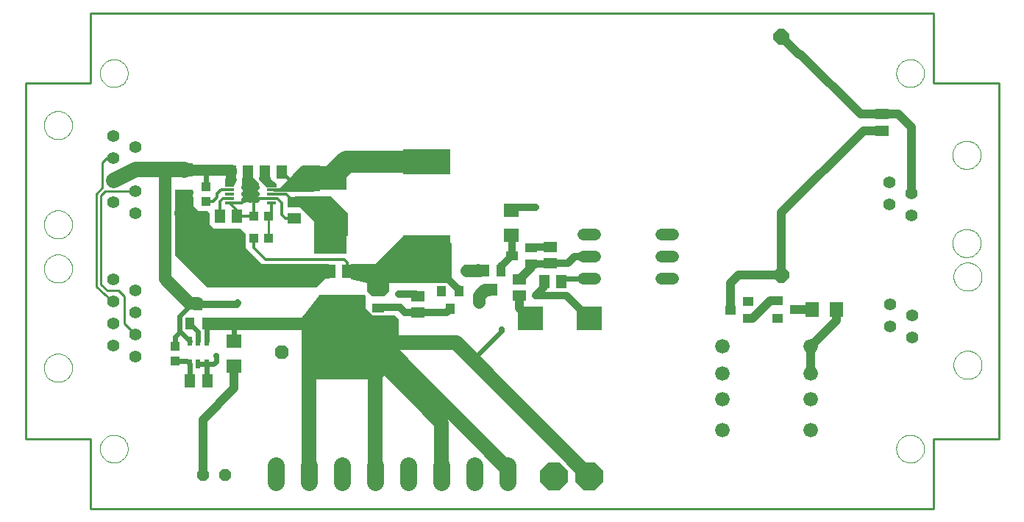
<source format=gtl>
G75*
%MOIN*%
%OFA0B0*%
%FSLAX24Y24*%
%IPPOS*%
%LPD*%
%AMOC8*
5,1,8,0,0,1.08239X$1,22.5*
%
%ADD10C,0.0100*%
%ADD11C,0.0000*%
%ADD12R,0.0400X0.0120*%
%ADD13R,0.0680X0.0750*%
%ADD14R,0.0512X0.0630*%
%ADD15R,0.0433X0.0394*%
%ADD16R,0.0787X0.0591*%
%ADD17R,0.2126X0.1142*%
%ADD18R,0.1496X0.1102*%
%ADD19R,0.0591X0.0512*%
%ADD20R,0.0394X0.0433*%
%ADD21C,0.0550*%
%ADD22OC8,0.0705*%
%ADD23R,0.0630X0.0710*%
%ADD24R,0.0472X0.0394*%
%ADD25C,0.0660*%
%ADD26C,0.0520*%
%ADD27R,0.0512X0.0591*%
%ADD28R,0.0551X0.0394*%
%ADD29R,0.0710X0.0630*%
%ADD30R,0.0394X0.0551*%
%ADD31C,0.0768*%
%ADD32OC8,0.1250*%
%ADD33OC8,0.0520*%
%ADD34R,0.0236X0.0433*%
%ADD35R,0.1161X0.1063*%
%ADD36OC8,0.0630*%
%ADD37C,0.0630*%
%ADD38R,0.0394X0.0472*%
%ADD39C,0.0120*%
%ADD40C,0.0001*%
%ADD41OC8,0.0240*%
%ADD42C,0.0860*%
%ADD43C,0.0160*%
%ADD44C,0.0240*%
%ADD45C,0.0320*%
%ADD46C,0.0560*%
%ADD47C,0.1000*%
%ADD48C,0.0500*%
%ADD49C,0.0700*%
%ADD50C,0.0660*%
%ADD51C,0.0400*%
%ADD52OC8,0.0356*%
D10*
X004668Y002075D02*
X042857Y002075D01*
X042857Y005224D01*
X045810Y005224D01*
X045810Y021366D01*
X042857Y021366D01*
X042857Y024516D01*
X004668Y024516D01*
X004668Y021366D01*
X001715Y021366D01*
X001715Y005224D01*
X004668Y005224D01*
X004668Y002075D01*
X006690Y009952D02*
X006190Y010452D01*
X006190Y011689D01*
X005924Y011956D01*
X005420Y011956D01*
X005138Y012238D01*
X005127Y012674D01*
X005142Y016268D01*
X005338Y016452D01*
X006690Y016452D01*
X005205Y016618D02*
X004929Y016332D01*
X004940Y012590D01*
X004939Y012137D01*
X005645Y011452D01*
X005690Y011452D01*
X012739Y014334D02*
X012739Y015334D01*
X005690Y017952D02*
X005405Y017952D01*
X005194Y017764D01*
X005205Y016618D01*
D11*
X002550Y014952D02*
X002552Y015002D01*
X002558Y015052D01*
X002568Y015101D01*
X002581Y015150D01*
X002599Y015197D01*
X002620Y015243D01*
X002644Y015286D01*
X002672Y015328D01*
X002703Y015368D01*
X002737Y015405D01*
X002774Y015439D01*
X002814Y015470D01*
X002856Y015498D01*
X002899Y015522D01*
X002945Y015543D01*
X002992Y015561D01*
X003041Y015574D01*
X003090Y015584D01*
X003140Y015590D01*
X003190Y015592D01*
X003240Y015590D01*
X003290Y015584D01*
X003339Y015574D01*
X003388Y015561D01*
X003435Y015543D01*
X003481Y015522D01*
X003524Y015498D01*
X003566Y015470D01*
X003606Y015439D01*
X003643Y015405D01*
X003677Y015368D01*
X003708Y015328D01*
X003736Y015286D01*
X003760Y015243D01*
X003781Y015197D01*
X003799Y015150D01*
X003812Y015101D01*
X003822Y015052D01*
X003828Y015002D01*
X003830Y014952D01*
X003828Y014902D01*
X003822Y014852D01*
X003812Y014803D01*
X003799Y014754D01*
X003781Y014707D01*
X003760Y014661D01*
X003736Y014618D01*
X003708Y014576D01*
X003677Y014536D01*
X003643Y014499D01*
X003606Y014465D01*
X003566Y014434D01*
X003524Y014406D01*
X003481Y014382D01*
X003435Y014361D01*
X003388Y014343D01*
X003339Y014330D01*
X003290Y014320D01*
X003240Y014314D01*
X003190Y014312D01*
X003140Y014314D01*
X003090Y014320D01*
X003041Y014330D01*
X002992Y014343D01*
X002945Y014361D01*
X002899Y014382D01*
X002856Y014406D01*
X002814Y014434D01*
X002774Y014465D01*
X002737Y014499D01*
X002703Y014536D01*
X002672Y014576D01*
X002644Y014618D01*
X002620Y014661D01*
X002599Y014707D01*
X002581Y014754D01*
X002568Y014803D01*
X002558Y014852D01*
X002552Y014902D01*
X002550Y014952D01*
X002550Y012952D02*
X002552Y013002D01*
X002558Y013052D01*
X002568Y013101D01*
X002581Y013150D01*
X002599Y013197D01*
X002620Y013243D01*
X002644Y013286D01*
X002672Y013328D01*
X002703Y013368D01*
X002737Y013405D01*
X002774Y013439D01*
X002814Y013470D01*
X002856Y013498D01*
X002899Y013522D01*
X002945Y013543D01*
X002992Y013561D01*
X003041Y013574D01*
X003090Y013584D01*
X003140Y013590D01*
X003190Y013592D01*
X003240Y013590D01*
X003290Y013584D01*
X003339Y013574D01*
X003388Y013561D01*
X003435Y013543D01*
X003481Y013522D01*
X003524Y013498D01*
X003566Y013470D01*
X003606Y013439D01*
X003643Y013405D01*
X003677Y013368D01*
X003708Y013328D01*
X003736Y013286D01*
X003760Y013243D01*
X003781Y013197D01*
X003799Y013150D01*
X003812Y013101D01*
X003822Y013052D01*
X003828Y013002D01*
X003830Y012952D01*
X003828Y012902D01*
X003822Y012852D01*
X003812Y012803D01*
X003799Y012754D01*
X003781Y012707D01*
X003760Y012661D01*
X003736Y012618D01*
X003708Y012576D01*
X003677Y012536D01*
X003643Y012499D01*
X003606Y012465D01*
X003566Y012434D01*
X003524Y012406D01*
X003481Y012382D01*
X003435Y012361D01*
X003388Y012343D01*
X003339Y012330D01*
X003290Y012320D01*
X003240Y012314D01*
X003190Y012312D01*
X003140Y012314D01*
X003090Y012320D01*
X003041Y012330D01*
X002992Y012343D01*
X002945Y012361D01*
X002899Y012382D01*
X002856Y012406D01*
X002814Y012434D01*
X002774Y012465D01*
X002737Y012499D01*
X002703Y012536D01*
X002672Y012576D01*
X002644Y012618D01*
X002620Y012661D01*
X002599Y012707D01*
X002581Y012754D01*
X002568Y012803D01*
X002558Y012852D01*
X002552Y012902D01*
X002550Y012952D01*
X008509Y013568D02*
X008509Y016177D01*
X009306Y016057D01*
X009306Y015781D01*
X009535Y015552D01*
X009915Y015552D01*
X010040Y015427D01*
X010040Y014948D01*
X010217Y014771D01*
X011404Y014771D01*
X011649Y014526D01*
X011649Y013891D01*
X012393Y013146D01*
X015434Y013146D01*
X015444Y013136D01*
X015444Y012516D01*
X015257Y012516D01*
X014866Y012125D01*
X009951Y012125D01*
X008509Y013568D01*
X011541Y016730D02*
X011777Y016495D01*
X012031Y016495D01*
X012244Y016708D01*
X012244Y016830D01*
X012021Y017053D01*
X011987Y017053D01*
X011982Y017048D01*
X011982Y017049D01*
X011545Y017049D01*
X011543Y017051D01*
X011541Y017050D01*
X011541Y016730D01*
X011151Y016769D02*
X010760Y016769D01*
X010759Y016781D01*
X010756Y017020D01*
X011267Y017020D01*
X011151Y016769D01*
X012297Y017004D02*
X012297Y017107D01*
X012809Y017107D01*
X012808Y017003D01*
X013048Y016787D01*
X013049Y016668D01*
X012648Y016670D01*
X012297Y017004D01*
X012945Y016519D02*
X013033Y016589D01*
X013221Y016589D01*
X014244Y017612D01*
X015028Y017612D01*
X015028Y016510D01*
X014792Y016510D01*
X014752Y016470D01*
X012968Y016470D01*
X012945Y016493D01*
X012945Y016519D01*
X013924Y016224D02*
X014093Y015803D01*
X014788Y015108D01*
X014788Y014542D01*
X014873Y014542D01*
X014873Y014575D01*
X014978Y014680D01*
X015127Y014680D01*
X015210Y014597D01*
X015293Y014680D01*
X015442Y014680D01*
X015525Y014597D01*
X015608Y014680D01*
X015757Y014680D01*
X015840Y014597D01*
X015923Y014680D01*
X016072Y014680D01*
X016178Y014575D01*
X016178Y014542D01*
X016210Y014542D01*
X016293Y014458D01*
X016293Y015453D01*
X015522Y016224D01*
X013924Y016224D01*
X017567Y013161D02*
X018848Y014442D01*
X020646Y014442D01*
X020982Y014106D01*
X020982Y013568D01*
X020981Y012440D01*
X020829Y012318D01*
X017212Y012318D01*
X016465Y012511D01*
X016470Y013161D01*
X017567Y013161D01*
X017394Y012539D02*
X018153Y012539D01*
X018153Y011922D01*
X017955Y011724D01*
X017409Y011721D01*
X017201Y011929D01*
X017201Y012346D01*
X017394Y012539D01*
X017102Y011744D02*
X017102Y011148D01*
X017425Y010825D01*
X018426Y010825D01*
X018579Y010672D01*
X018579Y008779D01*
X017764Y007963D01*
X014243Y007963D01*
X014232Y010717D01*
X015051Y011766D01*
X017102Y011744D01*
X005091Y004781D02*
X005093Y004831D01*
X005099Y004881D01*
X005109Y004930D01*
X005123Y004978D01*
X005140Y005025D01*
X005161Y005070D01*
X005186Y005114D01*
X005214Y005155D01*
X005246Y005194D01*
X005280Y005231D01*
X005317Y005265D01*
X005357Y005295D01*
X005399Y005322D01*
X005443Y005346D01*
X005489Y005367D01*
X005536Y005383D01*
X005584Y005396D01*
X005634Y005405D01*
X005683Y005410D01*
X005734Y005411D01*
X005784Y005408D01*
X005833Y005401D01*
X005882Y005390D01*
X005930Y005375D01*
X005976Y005357D01*
X006021Y005335D01*
X006064Y005309D01*
X006105Y005280D01*
X006144Y005248D01*
X006180Y005213D01*
X006212Y005175D01*
X006242Y005135D01*
X006269Y005092D01*
X006292Y005048D01*
X006311Y005002D01*
X006327Y004954D01*
X006339Y004905D01*
X006347Y004856D01*
X006351Y004806D01*
X006351Y004756D01*
X006347Y004706D01*
X006339Y004657D01*
X006327Y004608D01*
X006311Y004560D01*
X006292Y004514D01*
X006269Y004470D01*
X006242Y004427D01*
X006212Y004387D01*
X006180Y004349D01*
X006144Y004314D01*
X006105Y004282D01*
X006064Y004253D01*
X006021Y004227D01*
X005976Y004205D01*
X005930Y004187D01*
X005882Y004172D01*
X005833Y004161D01*
X005784Y004154D01*
X005734Y004151D01*
X005683Y004152D01*
X005634Y004157D01*
X005584Y004166D01*
X005536Y004179D01*
X005489Y004195D01*
X005443Y004216D01*
X005399Y004240D01*
X005357Y004267D01*
X005317Y004297D01*
X005280Y004331D01*
X005246Y004368D01*
X005214Y004407D01*
X005186Y004448D01*
X005161Y004492D01*
X005140Y004537D01*
X005123Y004584D01*
X005109Y004632D01*
X005099Y004681D01*
X005093Y004731D01*
X005091Y004781D01*
X002550Y008452D02*
X002552Y008502D01*
X002558Y008552D01*
X002568Y008601D01*
X002581Y008650D01*
X002599Y008697D01*
X002620Y008743D01*
X002644Y008786D01*
X002672Y008828D01*
X002703Y008868D01*
X002737Y008905D01*
X002774Y008939D01*
X002814Y008970D01*
X002856Y008998D01*
X002899Y009022D01*
X002945Y009043D01*
X002992Y009061D01*
X003041Y009074D01*
X003090Y009084D01*
X003140Y009090D01*
X003190Y009092D01*
X003240Y009090D01*
X003290Y009084D01*
X003339Y009074D01*
X003388Y009061D01*
X003435Y009043D01*
X003481Y009022D01*
X003524Y008998D01*
X003566Y008970D01*
X003606Y008939D01*
X003643Y008905D01*
X003677Y008868D01*
X003708Y008828D01*
X003736Y008786D01*
X003760Y008743D01*
X003781Y008697D01*
X003799Y008650D01*
X003812Y008601D01*
X003822Y008552D01*
X003828Y008502D01*
X003830Y008452D01*
X003828Y008402D01*
X003822Y008352D01*
X003812Y008303D01*
X003799Y008254D01*
X003781Y008207D01*
X003760Y008161D01*
X003736Y008118D01*
X003708Y008076D01*
X003677Y008036D01*
X003643Y007999D01*
X003606Y007965D01*
X003566Y007934D01*
X003524Y007906D01*
X003481Y007882D01*
X003435Y007861D01*
X003388Y007843D01*
X003339Y007830D01*
X003290Y007820D01*
X003240Y007814D01*
X003190Y007812D01*
X003140Y007814D01*
X003090Y007820D01*
X003041Y007830D01*
X002992Y007843D01*
X002945Y007861D01*
X002899Y007882D01*
X002856Y007906D01*
X002814Y007934D01*
X002774Y007965D01*
X002737Y007999D01*
X002703Y008036D01*
X002672Y008076D01*
X002644Y008118D01*
X002620Y008161D01*
X002599Y008207D01*
X002581Y008254D01*
X002568Y008303D01*
X002558Y008352D01*
X002552Y008402D01*
X002550Y008452D01*
X002550Y019452D02*
X002552Y019502D01*
X002558Y019552D01*
X002568Y019601D01*
X002581Y019650D01*
X002599Y019697D01*
X002620Y019743D01*
X002644Y019786D01*
X002672Y019828D01*
X002703Y019868D01*
X002737Y019905D01*
X002774Y019939D01*
X002814Y019970D01*
X002856Y019998D01*
X002899Y020022D01*
X002945Y020043D01*
X002992Y020061D01*
X003041Y020074D01*
X003090Y020084D01*
X003140Y020090D01*
X003190Y020092D01*
X003240Y020090D01*
X003290Y020084D01*
X003339Y020074D01*
X003388Y020061D01*
X003435Y020043D01*
X003481Y020022D01*
X003524Y019998D01*
X003566Y019970D01*
X003606Y019939D01*
X003643Y019905D01*
X003677Y019868D01*
X003708Y019828D01*
X003736Y019786D01*
X003760Y019743D01*
X003781Y019697D01*
X003799Y019650D01*
X003812Y019601D01*
X003822Y019552D01*
X003828Y019502D01*
X003830Y019452D01*
X003828Y019402D01*
X003822Y019352D01*
X003812Y019303D01*
X003799Y019254D01*
X003781Y019207D01*
X003760Y019161D01*
X003736Y019118D01*
X003708Y019076D01*
X003677Y019036D01*
X003643Y018999D01*
X003606Y018965D01*
X003566Y018934D01*
X003524Y018906D01*
X003481Y018882D01*
X003435Y018861D01*
X003388Y018843D01*
X003339Y018830D01*
X003290Y018820D01*
X003240Y018814D01*
X003190Y018812D01*
X003140Y018814D01*
X003090Y018820D01*
X003041Y018830D01*
X002992Y018843D01*
X002945Y018861D01*
X002899Y018882D01*
X002856Y018906D01*
X002814Y018934D01*
X002774Y018965D01*
X002737Y018999D01*
X002703Y019036D01*
X002672Y019076D01*
X002644Y019118D01*
X002620Y019161D01*
X002599Y019207D01*
X002581Y019254D01*
X002568Y019303D01*
X002558Y019352D01*
X002552Y019402D01*
X002550Y019452D01*
X005091Y021809D02*
X005093Y021859D01*
X005099Y021909D01*
X005109Y021958D01*
X005123Y022006D01*
X005140Y022053D01*
X005161Y022098D01*
X005186Y022142D01*
X005214Y022183D01*
X005246Y022222D01*
X005280Y022259D01*
X005317Y022293D01*
X005357Y022323D01*
X005399Y022350D01*
X005443Y022374D01*
X005489Y022395D01*
X005536Y022411D01*
X005584Y022424D01*
X005634Y022433D01*
X005683Y022438D01*
X005734Y022439D01*
X005784Y022436D01*
X005833Y022429D01*
X005882Y022418D01*
X005930Y022403D01*
X005976Y022385D01*
X006021Y022363D01*
X006064Y022337D01*
X006105Y022308D01*
X006144Y022276D01*
X006180Y022241D01*
X006212Y022203D01*
X006242Y022163D01*
X006269Y022120D01*
X006292Y022076D01*
X006311Y022030D01*
X006327Y021982D01*
X006339Y021933D01*
X006347Y021884D01*
X006351Y021834D01*
X006351Y021784D01*
X006347Y021734D01*
X006339Y021685D01*
X006327Y021636D01*
X006311Y021588D01*
X006292Y021542D01*
X006269Y021498D01*
X006242Y021455D01*
X006212Y021415D01*
X006180Y021377D01*
X006144Y021342D01*
X006105Y021310D01*
X006064Y021281D01*
X006021Y021255D01*
X005976Y021233D01*
X005930Y021215D01*
X005882Y021200D01*
X005833Y021189D01*
X005784Y021182D01*
X005734Y021179D01*
X005683Y021180D01*
X005634Y021185D01*
X005584Y021194D01*
X005536Y021207D01*
X005489Y021223D01*
X005443Y021244D01*
X005399Y021268D01*
X005357Y021295D01*
X005317Y021325D01*
X005280Y021359D01*
X005246Y021396D01*
X005214Y021435D01*
X005186Y021476D01*
X005161Y021520D01*
X005140Y021565D01*
X005123Y021612D01*
X005109Y021660D01*
X005099Y021709D01*
X005093Y021759D01*
X005091Y021809D01*
X041174Y021809D02*
X041176Y021859D01*
X041182Y021909D01*
X041192Y021958D01*
X041206Y022006D01*
X041223Y022053D01*
X041244Y022098D01*
X041269Y022142D01*
X041297Y022183D01*
X041329Y022222D01*
X041363Y022259D01*
X041400Y022293D01*
X041440Y022323D01*
X041482Y022350D01*
X041526Y022374D01*
X041572Y022395D01*
X041619Y022411D01*
X041667Y022424D01*
X041717Y022433D01*
X041766Y022438D01*
X041817Y022439D01*
X041867Y022436D01*
X041916Y022429D01*
X041965Y022418D01*
X042013Y022403D01*
X042059Y022385D01*
X042104Y022363D01*
X042147Y022337D01*
X042188Y022308D01*
X042227Y022276D01*
X042263Y022241D01*
X042295Y022203D01*
X042325Y022163D01*
X042352Y022120D01*
X042375Y022076D01*
X042394Y022030D01*
X042410Y021982D01*
X042422Y021933D01*
X042430Y021884D01*
X042434Y021834D01*
X042434Y021784D01*
X042430Y021734D01*
X042422Y021685D01*
X042410Y021636D01*
X042394Y021588D01*
X042375Y021542D01*
X042352Y021498D01*
X042325Y021455D01*
X042295Y021415D01*
X042263Y021377D01*
X042227Y021342D01*
X042188Y021310D01*
X042147Y021281D01*
X042104Y021255D01*
X042059Y021233D01*
X042013Y021215D01*
X041965Y021200D01*
X041916Y021189D01*
X041867Y021182D01*
X041817Y021179D01*
X041766Y021180D01*
X041717Y021185D01*
X041667Y021194D01*
X041619Y021207D01*
X041572Y021223D01*
X041526Y021244D01*
X041482Y021268D01*
X041440Y021295D01*
X041400Y021325D01*
X041363Y021359D01*
X041329Y021396D01*
X041297Y021435D01*
X041269Y021476D01*
X041244Y021520D01*
X041223Y021565D01*
X041206Y021612D01*
X041192Y021660D01*
X041182Y021709D01*
X041176Y021759D01*
X041174Y021809D01*
X043718Y018102D02*
X043720Y018152D01*
X043726Y018202D01*
X043736Y018251D01*
X043749Y018300D01*
X043767Y018347D01*
X043788Y018393D01*
X043812Y018436D01*
X043840Y018478D01*
X043871Y018518D01*
X043905Y018555D01*
X043942Y018589D01*
X043982Y018620D01*
X044024Y018648D01*
X044067Y018672D01*
X044113Y018693D01*
X044160Y018711D01*
X044209Y018724D01*
X044258Y018734D01*
X044308Y018740D01*
X044358Y018742D01*
X044408Y018740D01*
X044458Y018734D01*
X044507Y018724D01*
X044556Y018711D01*
X044603Y018693D01*
X044649Y018672D01*
X044692Y018648D01*
X044734Y018620D01*
X044774Y018589D01*
X044811Y018555D01*
X044845Y018518D01*
X044876Y018478D01*
X044904Y018436D01*
X044928Y018393D01*
X044949Y018347D01*
X044967Y018300D01*
X044980Y018251D01*
X044990Y018202D01*
X044996Y018152D01*
X044998Y018102D01*
X044996Y018052D01*
X044990Y018002D01*
X044980Y017953D01*
X044967Y017904D01*
X044949Y017857D01*
X044928Y017811D01*
X044904Y017768D01*
X044876Y017726D01*
X044845Y017686D01*
X044811Y017649D01*
X044774Y017615D01*
X044734Y017584D01*
X044692Y017556D01*
X044649Y017532D01*
X044603Y017511D01*
X044556Y017493D01*
X044507Y017480D01*
X044458Y017470D01*
X044408Y017464D01*
X044358Y017462D01*
X044308Y017464D01*
X044258Y017470D01*
X044209Y017480D01*
X044160Y017493D01*
X044113Y017511D01*
X044067Y017532D01*
X044024Y017556D01*
X043982Y017584D01*
X043942Y017615D01*
X043905Y017649D01*
X043871Y017686D01*
X043840Y017726D01*
X043812Y017768D01*
X043788Y017811D01*
X043767Y017857D01*
X043749Y017904D01*
X043736Y017953D01*
X043726Y018002D01*
X043720Y018052D01*
X043718Y018102D01*
X043718Y014102D02*
X043720Y014152D01*
X043726Y014202D01*
X043736Y014251D01*
X043749Y014300D01*
X043767Y014347D01*
X043788Y014393D01*
X043812Y014436D01*
X043840Y014478D01*
X043871Y014518D01*
X043905Y014555D01*
X043942Y014589D01*
X043982Y014620D01*
X044024Y014648D01*
X044067Y014672D01*
X044113Y014693D01*
X044160Y014711D01*
X044209Y014724D01*
X044258Y014734D01*
X044308Y014740D01*
X044358Y014742D01*
X044408Y014740D01*
X044458Y014734D01*
X044507Y014724D01*
X044556Y014711D01*
X044603Y014693D01*
X044649Y014672D01*
X044692Y014648D01*
X044734Y014620D01*
X044774Y014589D01*
X044811Y014555D01*
X044845Y014518D01*
X044876Y014478D01*
X044904Y014436D01*
X044928Y014393D01*
X044949Y014347D01*
X044967Y014300D01*
X044980Y014251D01*
X044990Y014202D01*
X044996Y014152D01*
X044998Y014102D01*
X044996Y014052D01*
X044990Y014002D01*
X044980Y013953D01*
X044967Y013904D01*
X044949Y013857D01*
X044928Y013811D01*
X044904Y013768D01*
X044876Y013726D01*
X044845Y013686D01*
X044811Y013649D01*
X044774Y013615D01*
X044734Y013584D01*
X044692Y013556D01*
X044649Y013532D01*
X044603Y013511D01*
X044556Y013493D01*
X044507Y013480D01*
X044458Y013470D01*
X044408Y013464D01*
X044358Y013462D01*
X044308Y013464D01*
X044258Y013470D01*
X044209Y013480D01*
X044160Y013493D01*
X044113Y013511D01*
X044067Y013532D01*
X044024Y013556D01*
X043982Y013584D01*
X043942Y013615D01*
X043905Y013649D01*
X043871Y013686D01*
X043840Y013726D01*
X043812Y013768D01*
X043788Y013811D01*
X043767Y013857D01*
X043749Y013904D01*
X043736Y013953D01*
X043726Y014002D01*
X043720Y014052D01*
X043718Y014102D01*
X043762Y012585D02*
X043764Y012635D01*
X043770Y012685D01*
X043780Y012734D01*
X043793Y012783D01*
X043811Y012830D01*
X043832Y012876D01*
X043856Y012919D01*
X043884Y012961D01*
X043915Y013001D01*
X043949Y013038D01*
X043986Y013072D01*
X044026Y013103D01*
X044068Y013131D01*
X044111Y013155D01*
X044157Y013176D01*
X044204Y013194D01*
X044253Y013207D01*
X044302Y013217D01*
X044352Y013223D01*
X044402Y013225D01*
X044452Y013223D01*
X044502Y013217D01*
X044551Y013207D01*
X044600Y013194D01*
X044647Y013176D01*
X044693Y013155D01*
X044736Y013131D01*
X044778Y013103D01*
X044818Y013072D01*
X044855Y013038D01*
X044889Y013001D01*
X044920Y012961D01*
X044948Y012919D01*
X044972Y012876D01*
X044993Y012830D01*
X045011Y012783D01*
X045024Y012734D01*
X045034Y012685D01*
X045040Y012635D01*
X045042Y012585D01*
X045040Y012535D01*
X045034Y012485D01*
X045024Y012436D01*
X045011Y012387D01*
X044993Y012340D01*
X044972Y012294D01*
X044948Y012251D01*
X044920Y012209D01*
X044889Y012169D01*
X044855Y012132D01*
X044818Y012098D01*
X044778Y012067D01*
X044736Y012039D01*
X044693Y012015D01*
X044647Y011994D01*
X044600Y011976D01*
X044551Y011963D01*
X044502Y011953D01*
X044452Y011947D01*
X044402Y011945D01*
X044352Y011947D01*
X044302Y011953D01*
X044253Y011963D01*
X044204Y011976D01*
X044157Y011994D01*
X044111Y012015D01*
X044068Y012039D01*
X044026Y012067D01*
X043986Y012098D01*
X043949Y012132D01*
X043915Y012169D01*
X043884Y012209D01*
X043856Y012251D01*
X043832Y012294D01*
X043811Y012340D01*
X043793Y012387D01*
X043780Y012436D01*
X043770Y012485D01*
X043764Y012535D01*
X043762Y012585D01*
X043762Y008585D02*
X043764Y008635D01*
X043770Y008685D01*
X043780Y008734D01*
X043793Y008783D01*
X043811Y008830D01*
X043832Y008876D01*
X043856Y008919D01*
X043884Y008961D01*
X043915Y009001D01*
X043949Y009038D01*
X043986Y009072D01*
X044026Y009103D01*
X044068Y009131D01*
X044111Y009155D01*
X044157Y009176D01*
X044204Y009194D01*
X044253Y009207D01*
X044302Y009217D01*
X044352Y009223D01*
X044402Y009225D01*
X044452Y009223D01*
X044502Y009217D01*
X044551Y009207D01*
X044600Y009194D01*
X044647Y009176D01*
X044693Y009155D01*
X044736Y009131D01*
X044778Y009103D01*
X044818Y009072D01*
X044855Y009038D01*
X044889Y009001D01*
X044920Y008961D01*
X044948Y008919D01*
X044972Y008876D01*
X044993Y008830D01*
X045011Y008783D01*
X045024Y008734D01*
X045034Y008685D01*
X045040Y008635D01*
X045042Y008585D01*
X045040Y008535D01*
X045034Y008485D01*
X045024Y008436D01*
X045011Y008387D01*
X044993Y008340D01*
X044972Y008294D01*
X044948Y008251D01*
X044920Y008209D01*
X044889Y008169D01*
X044855Y008132D01*
X044818Y008098D01*
X044778Y008067D01*
X044736Y008039D01*
X044693Y008015D01*
X044647Y007994D01*
X044600Y007976D01*
X044551Y007963D01*
X044502Y007953D01*
X044452Y007947D01*
X044402Y007945D01*
X044352Y007947D01*
X044302Y007953D01*
X044253Y007963D01*
X044204Y007976D01*
X044157Y007994D01*
X044111Y008015D01*
X044068Y008039D01*
X044026Y008067D01*
X043986Y008098D01*
X043949Y008132D01*
X043915Y008169D01*
X043884Y008209D01*
X043856Y008251D01*
X043832Y008294D01*
X043811Y008340D01*
X043793Y008387D01*
X043780Y008436D01*
X043770Y008485D01*
X043764Y008535D01*
X043762Y008585D01*
X041174Y004781D02*
X041176Y004831D01*
X041182Y004881D01*
X041192Y004930D01*
X041206Y004978D01*
X041223Y005025D01*
X041244Y005070D01*
X041269Y005114D01*
X041297Y005155D01*
X041329Y005194D01*
X041363Y005231D01*
X041400Y005265D01*
X041440Y005295D01*
X041482Y005322D01*
X041526Y005346D01*
X041572Y005367D01*
X041619Y005383D01*
X041667Y005396D01*
X041717Y005405D01*
X041766Y005410D01*
X041817Y005411D01*
X041867Y005408D01*
X041916Y005401D01*
X041965Y005390D01*
X042013Y005375D01*
X042059Y005357D01*
X042104Y005335D01*
X042147Y005309D01*
X042188Y005280D01*
X042227Y005248D01*
X042263Y005213D01*
X042295Y005175D01*
X042325Y005135D01*
X042352Y005092D01*
X042375Y005048D01*
X042394Y005002D01*
X042410Y004954D01*
X042422Y004905D01*
X042430Y004856D01*
X042434Y004806D01*
X042434Y004756D01*
X042430Y004706D01*
X042422Y004657D01*
X042410Y004608D01*
X042394Y004560D01*
X042375Y004514D01*
X042352Y004470D01*
X042325Y004427D01*
X042295Y004387D01*
X042263Y004349D01*
X042227Y004314D01*
X042188Y004282D01*
X042147Y004253D01*
X042104Y004227D01*
X042059Y004205D01*
X042013Y004187D01*
X041965Y004172D01*
X041916Y004161D01*
X041867Y004154D01*
X041817Y004151D01*
X041766Y004152D01*
X041717Y004157D01*
X041667Y004166D01*
X041619Y004179D01*
X041572Y004195D01*
X041526Y004216D01*
X041482Y004240D01*
X041440Y004267D01*
X041400Y004297D01*
X041363Y004331D01*
X041329Y004368D01*
X041297Y004407D01*
X041269Y004448D01*
X041244Y004492D01*
X041223Y004537D01*
X041206Y004584D01*
X041192Y004632D01*
X041182Y004681D01*
X041176Y004731D01*
X041174Y004781D01*
D12*
X012849Y015940D03*
X012849Y016137D03*
X012849Y016334D03*
X012849Y016531D03*
X012849Y016728D03*
X010959Y016728D03*
X010959Y016531D03*
X010959Y016334D03*
X010959Y016137D03*
X010959Y015940D03*
D13*
X011904Y016334D03*
D14*
X011798Y017334D03*
X011011Y017334D03*
X012552Y017318D03*
X013340Y017318D03*
X011298Y015334D03*
X010511Y015334D03*
X015511Y012834D03*
X016298Y012834D03*
X009948Y007863D03*
X009161Y007863D03*
D15*
X008493Y008747D03*
X008493Y009416D03*
X009904Y015999D03*
X009904Y016669D03*
D16*
X008904Y016243D03*
X008904Y017424D03*
D17*
X019904Y017783D03*
X019904Y013885D03*
D18*
X015540Y014148D03*
X015540Y017061D03*
D19*
X013889Y015974D03*
X013889Y015226D03*
X019494Y011705D03*
X019494Y010957D03*
X024107Y011728D03*
X024107Y012476D03*
X025509Y013185D03*
X025509Y013933D03*
X040528Y019204D03*
X040528Y019952D03*
D20*
X012739Y015334D03*
X012070Y015334D03*
X012070Y014334D03*
X012739Y014334D03*
D21*
X006690Y015452D03*
X005690Y015952D03*
X006690Y016452D03*
X005690Y016952D03*
X006690Y017452D03*
X005690Y017952D03*
X006690Y018452D03*
X005690Y018952D03*
X005690Y012452D03*
X006690Y011952D03*
X005690Y011452D03*
X006690Y010952D03*
X005690Y010452D03*
X006690Y009952D03*
X005690Y009452D03*
X006690Y008952D03*
X040902Y010335D03*
X041902Y010835D03*
X040902Y011335D03*
X041902Y009835D03*
X041858Y015352D03*
X040858Y015852D03*
X041858Y016352D03*
X040858Y016852D03*
D22*
X035971Y012657D03*
X035971Y023457D03*
D23*
X037348Y011100D03*
X038467Y011100D03*
D24*
X036590Y011102D03*
X035802Y011495D03*
X035802Y010708D03*
X034463Y010682D03*
X033675Y011076D03*
X034463Y011469D03*
D25*
X033292Y009425D03*
X033284Y008187D03*
X033292Y007012D03*
X033283Y005612D03*
X037283Y005612D03*
X037292Y007012D03*
X037284Y008187D03*
X037292Y009425D03*
D26*
X031047Y012483D02*
X030527Y012483D01*
X030527Y013483D02*
X031047Y013483D01*
X031047Y014483D02*
X030527Y014483D01*
X027527Y014483D02*
X027007Y014483D01*
X027007Y013483D02*
X027527Y013483D01*
X027527Y012483D02*
X027007Y012483D01*
D27*
X025980Y012361D03*
X025232Y012361D03*
D28*
X024611Y013159D03*
X023745Y013533D03*
X024611Y013907D03*
X017686Y011924D03*
X016820Y011550D03*
X017686Y011176D03*
D29*
X023743Y014459D03*
X023743Y015579D03*
X011156Y009645D03*
X011156Y008526D03*
D30*
X009914Y010470D03*
X009166Y010470D03*
X009540Y011336D03*
X022520Y012853D03*
X023268Y012853D03*
X022894Y011987D03*
D31*
X023571Y004033D02*
X023571Y003266D01*
X022071Y003266D02*
X022071Y004033D01*
X020571Y004033D02*
X020571Y003266D01*
X019071Y003266D02*
X019071Y004033D01*
X017571Y004033D02*
X017571Y003266D01*
X016071Y003266D02*
X016071Y004033D01*
X014571Y004033D02*
X014571Y003266D01*
X013071Y003266D02*
X013071Y004033D01*
D32*
X025667Y003542D03*
X027275Y003537D03*
D33*
X010744Y003610D03*
X009744Y003610D03*
D34*
X009914Y008613D03*
X009540Y008613D03*
X009166Y008613D03*
X009166Y009676D03*
X009540Y009676D03*
X009914Y009676D03*
D35*
X024594Y010685D03*
X027251Y010685D03*
D36*
X013326Y009147D03*
D37*
X014726Y009147D03*
D38*
X020562Y011923D03*
X021349Y011923D03*
X020956Y011136D03*
D39*
X022690Y011994D02*
X022887Y011994D01*
X022894Y011987D01*
X021955Y013010D02*
X021860Y013013D01*
X021707Y012859D01*
X016298Y012834D02*
X016298Y013225D01*
X016163Y013360D01*
X012591Y013360D01*
X012070Y013881D01*
X012070Y014333D01*
X012070Y014334D01*
X013325Y015397D02*
X013497Y015225D01*
X013888Y015225D01*
X013889Y015226D01*
X013325Y015397D02*
X013325Y015944D01*
X013132Y016137D01*
X012849Y016137D01*
X012098Y016137D01*
X012070Y016109D01*
X012070Y016169D01*
X011904Y016334D01*
X012070Y016109D02*
X012070Y015334D01*
X011298Y015334D01*
X011298Y015601D01*
X010959Y015940D01*
X011525Y015940D01*
X011685Y016100D01*
X010959Y016137D02*
X010957Y016135D01*
X010659Y016135D01*
X010511Y015986D01*
X010511Y015334D01*
X010212Y016000D02*
X009905Y016000D01*
X009904Y015999D01*
X010212Y016000D02*
X010407Y016195D01*
X010407Y016362D01*
X010577Y016531D01*
X010959Y016531D01*
X012849Y016531D02*
X013970Y016531D01*
X014091Y016652D01*
X013528Y016334D02*
X012849Y016334D01*
X012849Y015940D02*
X012849Y015444D01*
X012739Y015334D01*
X013528Y016334D02*
X013889Y015974D01*
X015511Y012834D02*
X015366Y012689D01*
X014648Y012676D01*
D40*
X015075Y012334D02*
X009743Y012334D01*
X009742Y012335D02*
X015076Y012335D01*
X015077Y012336D02*
X009741Y012336D01*
X009740Y012337D02*
X015078Y012337D01*
X015079Y012338D02*
X009739Y012338D01*
X009738Y012339D02*
X015080Y012339D01*
X015081Y012340D02*
X009737Y012340D01*
X009736Y012341D02*
X015082Y012341D01*
X015083Y012342D02*
X009735Y012342D01*
X009734Y012343D02*
X015084Y012343D01*
X015085Y012344D02*
X009733Y012344D01*
X009732Y012345D02*
X015086Y012345D01*
X015087Y012346D02*
X009731Y012346D01*
X009730Y012347D02*
X015088Y012347D01*
X015089Y012348D02*
X009729Y012348D01*
X009728Y012349D02*
X015090Y012349D01*
X015091Y012350D02*
X009727Y012350D01*
X009726Y012351D02*
X015092Y012351D01*
X015093Y012352D02*
X009725Y012352D01*
X009724Y012353D02*
X015094Y012353D01*
X015095Y012354D02*
X009723Y012354D01*
X009722Y012355D02*
X015096Y012355D01*
X015097Y012356D02*
X009721Y012356D01*
X009720Y012357D02*
X015098Y012357D01*
X015099Y012358D02*
X009719Y012358D01*
X009718Y012359D02*
X015100Y012359D01*
X015101Y012360D02*
X009717Y012360D01*
X009716Y012361D02*
X015102Y012361D01*
X015103Y012362D02*
X009715Y012362D01*
X009714Y012363D02*
X015104Y012363D01*
X015105Y012364D02*
X009713Y012364D01*
X009712Y012365D02*
X015106Y012365D01*
X015107Y012366D02*
X009711Y012366D01*
X009710Y012367D02*
X015108Y012367D01*
X015109Y012368D02*
X009709Y012368D01*
X009708Y012369D02*
X015110Y012369D01*
X015111Y012370D02*
X009707Y012370D01*
X009706Y012371D02*
X015112Y012371D01*
X015113Y012372D02*
X009705Y012372D01*
X009704Y012373D02*
X015114Y012373D01*
X015115Y012374D02*
X009703Y012374D01*
X009702Y012375D02*
X015116Y012375D01*
X015117Y012376D02*
X009701Y012376D01*
X009700Y012377D02*
X015118Y012377D01*
X015119Y012378D02*
X009699Y012378D01*
X009698Y012379D02*
X015120Y012379D01*
X015121Y012380D02*
X009697Y012380D01*
X009696Y012381D02*
X015122Y012381D01*
X015123Y012382D02*
X009695Y012382D01*
X009694Y012383D02*
X015124Y012383D01*
X015125Y012384D02*
X009693Y012384D01*
X009692Y012385D02*
X015126Y012385D01*
X015127Y012386D02*
X009691Y012386D01*
X009690Y012387D02*
X015128Y012387D01*
X015128Y012388D02*
X009689Y012388D01*
X009688Y012389D02*
X015129Y012389D01*
X015130Y012390D02*
X009687Y012390D01*
X009686Y012391D02*
X015131Y012391D01*
X015132Y012392D02*
X009685Y012392D01*
X009684Y012393D02*
X015133Y012393D01*
X015134Y012394D02*
X009683Y012394D01*
X009682Y012395D02*
X015135Y012395D01*
X015136Y012396D02*
X009681Y012396D01*
X009680Y012397D02*
X015137Y012397D01*
X015138Y012398D02*
X009679Y012398D01*
X009678Y012399D02*
X015139Y012399D01*
X015140Y012400D02*
X009677Y012400D01*
X009676Y012401D02*
X015141Y012401D01*
X015142Y012402D02*
X009675Y012402D01*
X009674Y012403D02*
X015143Y012403D01*
X015144Y012404D02*
X009673Y012404D01*
X009672Y012405D02*
X015145Y012405D01*
X015146Y012406D02*
X009671Y012406D01*
X009670Y012407D02*
X015147Y012407D01*
X015148Y012408D02*
X009669Y012408D01*
X009668Y012409D02*
X015149Y012409D01*
X015150Y012410D02*
X009667Y012410D01*
X009666Y012411D02*
X015151Y012411D01*
X015152Y012412D02*
X009665Y012412D01*
X009664Y012413D02*
X015153Y012413D01*
X015154Y012414D02*
X009663Y012414D01*
X009662Y012415D02*
X015155Y012415D01*
X015156Y012416D02*
X009661Y012416D01*
X009660Y012417D02*
X015157Y012417D01*
X015158Y012418D02*
X009659Y012418D01*
X009658Y012419D02*
X015159Y012419D01*
X015160Y012420D02*
X009657Y012420D01*
X009656Y012421D02*
X015161Y012421D01*
X015162Y012422D02*
X009655Y012422D01*
X009654Y012423D02*
X015163Y012423D01*
X015164Y012424D02*
X009653Y012424D01*
X009652Y012425D02*
X015165Y012425D01*
X015166Y012426D02*
X009651Y012426D01*
X009650Y012427D02*
X015167Y012427D01*
X015168Y012428D02*
X009649Y012428D01*
X009648Y012429D02*
X015169Y012429D01*
X015170Y012430D02*
X009647Y012430D01*
X009646Y012431D02*
X015171Y012431D01*
X015172Y012432D02*
X009645Y012432D01*
X009644Y012433D02*
X015173Y012433D01*
X015174Y012434D02*
X009643Y012434D01*
X009642Y012435D02*
X015175Y012435D01*
X015176Y012436D02*
X009641Y012436D01*
X009640Y012437D02*
X015177Y012437D01*
X015178Y012438D02*
X009639Y012438D01*
X009638Y012439D02*
X015179Y012439D01*
X015180Y012440D02*
X009637Y012440D01*
X009636Y012441D02*
X015181Y012441D01*
X015182Y012442D02*
X009635Y012442D01*
X009634Y012443D02*
X015183Y012443D01*
X015184Y012444D02*
X009633Y012444D01*
X009632Y012445D02*
X015185Y012445D01*
X015186Y012446D02*
X009631Y012446D01*
X009630Y012447D02*
X015187Y012447D01*
X015188Y012448D02*
X009629Y012448D01*
X009628Y012449D02*
X015189Y012449D01*
X015190Y012450D02*
X009627Y012450D01*
X009626Y012451D02*
X015191Y012451D01*
X015192Y012452D02*
X009625Y012452D01*
X009624Y012453D02*
X015193Y012453D01*
X015194Y012454D02*
X009623Y012454D01*
X009622Y012455D02*
X015195Y012455D01*
X015196Y012456D02*
X009621Y012456D01*
X009620Y012457D02*
X015197Y012457D01*
X015198Y012458D02*
X009619Y012458D01*
X009618Y012459D02*
X015199Y012459D01*
X015200Y012460D02*
X009617Y012460D01*
X009616Y012461D02*
X015201Y012461D01*
X015202Y012462D02*
X009615Y012462D01*
X009614Y012463D02*
X015203Y012463D01*
X015204Y012464D02*
X009613Y012464D01*
X009612Y012465D02*
X015205Y012465D01*
X015206Y012466D02*
X009611Y012466D01*
X009610Y012467D02*
X015207Y012467D01*
X015208Y012468D02*
X009609Y012468D01*
X009608Y012469D02*
X015209Y012469D01*
X015210Y012470D02*
X009607Y012470D01*
X009606Y012471D02*
X015211Y012471D01*
X015212Y012472D02*
X009605Y012472D01*
X009604Y012473D02*
X015213Y012473D01*
X015214Y012474D02*
X009603Y012474D01*
X009602Y012475D02*
X015215Y012475D01*
X015216Y012476D02*
X009601Y012476D01*
X009600Y012477D02*
X015217Y012477D01*
X015218Y012478D02*
X009599Y012478D01*
X009598Y012479D02*
X015219Y012479D01*
X015220Y012480D02*
X009597Y012480D01*
X009596Y012481D02*
X015221Y012481D01*
X015222Y012482D02*
X009595Y012482D01*
X009594Y012483D02*
X015223Y012483D01*
X015224Y012484D02*
X009593Y012484D01*
X009592Y012485D02*
X015225Y012485D01*
X015226Y012486D02*
X009591Y012486D01*
X009590Y012487D02*
X015227Y012487D01*
X015228Y012488D02*
X009589Y012488D01*
X009588Y012489D02*
X015229Y012489D01*
X015230Y012490D02*
X009587Y012490D01*
X009586Y012491D02*
X015231Y012491D01*
X015232Y012492D02*
X009585Y012492D01*
X009584Y012493D02*
X015233Y012493D01*
X015234Y012494D02*
X009583Y012494D01*
X009582Y012495D02*
X015235Y012495D01*
X015236Y012496D02*
X009581Y012496D01*
X009580Y012497D02*
X015237Y012497D01*
X015238Y012498D02*
X009579Y012498D01*
X009578Y012499D02*
X015239Y012499D01*
X015240Y012500D02*
X009577Y012500D01*
X009576Y012501D02*
X015241Y012501D01*
X015242Y012502D02*
X009575Y012502D01*
X009574Y012503D02*
X015243Y012503D01*
X015244Y012504D02*
X009573Y012504D01*
X009572Y012505D02*
X015245Y012505D01*
X015246Y012506D02*
X009571Y012506D01*
X009570Y012507D02*
X015247Y012507D01*
X015248Y012508D02*
X009569Y012508D01*
X009568Y012509D02*
X015249Y012509D01*
X015250Y012510D02*
X009567Y012510D01*
X009566Y012511D02*
X015251Y012511D01*
X015252Y012512D02*
X009565Y012512D01*
X009564Y012513D02*
X015253Y012513D01*
X015254Y012514D02*
X009563Y012514D01*
X009562Y012515D02*
X015255Y012515D01*
X015256Y012516D02*
X009561Y012516D01*
X009560Y012517D02*
X015444Y012517D01*
X015444Y012518D02*
X009559Y012518D01*
X009558Y012519D02*
X015444Y012519D01*
X015444Y012520D02*
X009557Y012520D01*
X009556Y012521D02*
X015444Y012521D01*
X015444Y012522D02*
X009555Y012522D01*
X009554Y012523D02*
X015444Y012523D01*
X015444Y012524D02*
X009553Y012524D01*
X009552Y012525D02*
X015444Y012525D01*
X015444Y012526D02*
X009551Y012526D01*
X009550Y012527D02*
X015444Y012527D01*
X015444Y012528D02*
X009549Y012528D01*
X009548Y012529D02*
X015444Y012529D01*
X015444Y012530D02*
X009547Y012530D01*
X009546Y012531D02*
X015444Y012531D01*
X015444Y012532D02*
X009545Y012532D01*
X009544Y012533D02*
X015444Y012533D01*
X009543Y012533D01*
X009542Y012534D02*
X015444Y012534D01*
X015444Y012535D02*
X009541Y012535D01*
X009540Y012536D02*
X015444Y012536D01*
X015444Y012537D02*
X009539Y012537D01*
X009538Y012538D02*
X015444Y012538D01*
X015444Y012539D02*
X009537Y012539D01*
X009536Y012540D02*
X015444Y012540D01*
X015444Y012541D02*
X009535Y012541D01*
X009534Y012542D02*
X015444Y012542D01*
X015444Y012543D02*
X009533Y012543D01*
X009532Y012544D02*
X015444Y012544D01*
X015444Y012545D02*
X009531Y012545D01*
X009530Y012546D02*
X015444Y012546D01*
X015444Y012547D02*
X009529Y012547D01*
X009528Y012548D02*
X015444Y012548D01*
X015444Y012549D02*
X009527Y012549D01*
X009526Y012550D02*
X015444Y012550D01*
X015444Y012551D02*
X009525Y012551D01*
X009524Y012552D02*
X015444Y012552D01*
X015444Y012553D02*
X009523Y012553D01*
X009522Y012554D02*
X015444Y012554D01*
X015444Y012555D02*
X009521Y012555D01*
X009520Y012556D02*
X015444Y012556D01*
X015444Y012557D02*
X009519Y012557D01*
X009518Y012558D02*
X015444Y012558D01*
X015444Y012559D02*
X009517Y012559D01*
X009516Y012560D02*
X015444Y012560D01*
X015444Y012561D02*
X009515Y012561D01*
X009514Y012562D02*
X015444Y012562D01*
X015444Y012563D02*
X009513Y012563D01*
X009512Y012564D02*
X015444Y012564D01*
X015444Y012565D02*
X009511Y012565D01*
X009510Y012566D02*
X015444Y012566D01*
X015444Y012567D02*
X009509Y012567D01*
X009508Y012568D02*
X015444Y012568D01*
X015444Y012569D02*
X009507Y012569D01*
X009506Y012570D02*
X015444Y012570D01*
X015444Y012571D02*
X009505Y012571D01*
X009504Y012572D02*
X015444Y012572D01*
X015444Y012573D02*
X009503Y012573D01*
X009502Y012574D02*
X015444Y012574D01*
X015444Y012575D02*
X009501Y012575D01*
X009500Y012576D02*
X015444Y012576D01*
X015444Y012577D02*
X009499Y012577D01*
X009498Y012578D02*
X015444Y012578D01*
X015444Y012579D02*
X009497Y012579D01*
X009496Y012580D02*
X015444Y012580D01*
X015444Y012581D02*
X009495Y012581D01*
X009494Y012582D02*
X015444Y012582D01*
X015444Y012583D02*
X009493Y012583D01*
X009492Y012584D02*
X015444Y012584D01*
X015444Y012585D02*
X009491Y012585D01*
X009490Y012586D02*
X015444Y012586D01*
X015444Y012587D02*
X009489Y012587D01*
X009488Y012588D02*
X015444Y012588D01*
X015444Y012589D02*
X009487Y012589D01*
X009486Y012590D02*
X015444Y012590D01*
X015444Y012591D02*
X009485Y012591D01*
X009484Y012592D02*
X015444Y012592D01*
X015444Y012593D02*
X009483Y012593D01*
X009482Y012594D02*
X015444Y012594D01*
X015444Y012595D02*
X009481Y012595D01*
X009480Y012596D02*
X015444Y012596D01*
X015444Y012597D02*
X009479Y012597D01*
X009478Y012598D02*
X015444Y012598D01*
X015444Y012599D02*
X009477Y012599D01*
X009476Y012600D02*
X015444Y012600D01*
X015444Y012601D02*
X009475Y012601D01*
X009474Y012602D02*
X015444Y012602D01*
X015444Y012603D02*
X009473Y012603D01*
X009472Y012604D02*
X015444Y012604D01*
X015444Y012605D02*
X009471Y012605D01*
X009470Y012606D02*
X015444Y012606D01*
X015444Y012607D02*
X009469Y012607D01*
X009468Y012608D02*
X015444Y012608D01*
X015444Y012609D02*
X009467Y012609D01*
X009466Y012610D02*
X015444Y012610D01*
X015444Y012611D02*
X009465Y012611D01*
X009464Y012612D02*
X015444Y012612D01*
X015444Y012613D02*
X009463Y012613D01*
X009462Y012614D02*
X015444Y012614D01*
X015444Y012615D02*
X009461Y012615D01*
X009460Y012616D02*
X015444Y012616D01*
X015444Y012617D02*
X009459Y012617D01*
X009458Y012618D02*
X015444Y012618D01*
X015444Y012619D02*
X009457Y012619D01*
X009456Y012620D02*
X015444Y012620D01*
X015444Y012621D02*
X009455Y012621D01*
X009454Y012622D02*
X015444Y012622D01*
X015444Y012623D02*
X009453Y012623D01*
X009452Y012624D02*
X015444Y012624D01*
X015444Y012625D02*
X009451Y012625D01*
X009450Y012626D02*
X015444Y012626D01*
X015444Y012627D02*
X009449Y012627D01*
X009448Y012628D02*
X015444Y012628D01*
X015444Y012629D02*
X009447Y012629D01*
X009446Y012630D02*
X015444Y012630D01*
X015444Y012631D02*
X009445Y012631D01*
X009444Y012632D02*
X015444Y012632D01*
X015444Y012633D02*
X009443Y012633D01*
X009442Y012634D02*
X015444Y012634D01*
X015444Y012635D02*
X009441Y012635D01*
X009440Y012636D02*
X015444Y012636D01*
X015444Y012637D02*
X009439Y012637D01*
X009438Y012638D02*
X015444Y012638D01*
X015444Y012639D02*
X009437Y012639D01*
X009436Y012640D02*
X015444Y012640D01*
X015444Y012641D02*
X009435Y012641D01*
X009434Y012642D02*
X015444Y012642D01*
X015444Y012643D02*
X009433Y012643D01*
X009432Y012644D02*
X015444Y012644D01*
X015444Y012645D02*
X009431Y012645D01*
X009430Y012646D02*
X015444Y012646D01*
X015444Y012647D02*
X009429Y012647D01*
X009428Y012648D02*
X015444Y012648D01*
X015444Y012649D02*
X009427Y012649D01*
X009426Y012650D02*
X015444Y012650D01*
X015444Y012651D02*
X009425Y012651D01*
X009424Y012652D02*
X015444Y012652D01*
X015444Y012653D02*
X009423Y012653D01*
X009422Y012654D02*
X015444Y012654D01*
X015444Y012655D02*
X009421Y012655D01*
X009420Y012656D02*
X015444Y012656D01*
X015444Y012657D02*
X009419Y012657D01*
X009418Y012658D02*
X015444Y012658D01*
X015444Y012659D02*
X009417Y012659D01*
X009416Y012660D02*
X015444Y012660D01*
X015444Y012661D02*
X009415Y012661D01*
X009414Y012662D02*
X015444Y012662D01*
X015444Y012663D02*
X009413Y012663D01*
X009412Y012664D02*
X015444Y012664D01*
X015444Y012665D02*
X009411Y012665D01*
X009410Y012666D02*
X015444Y012666D01*
X015444Y012667D02*
X009409Y012667D01*
X009408Y012668D02*
X015444Y012668D01*
X015444Y012669D02*
X009407Y012669D01*
X009406Y012670D02*
X015444Y012670D01*
X015444Y012671D02*
X009405Y012671D01*
X009404Y012672D02*
X015444Y012672D01*
X015444Y012673D02*
X009403Y012673D01*
X009402Y012674D02*
X015444Y012674D01*
X015444Y012675D02*
X009401Y012675D01*
X009400Y012676D02*
X015444Y012676D01*
X015444Y012677D02*
X009399Y012677D01*
X009398Y012678D02*
X015444Y012678D01*
X015444Y012679D02*
X009397Y012679D01*
X009396Y012680D02*
X015444Y012680D01*
X015444Y012681D02*
X009395Y012681D01*
X009394Y012682D02*
X015444Y012682D01*
X015444Y012683D02*
X009393Y012683D01*
X009392Y012684D02*
X015444Y012684D01*
X015444Y012685D02*
X009391Y012685D01*
X009390Y012686D02*
X015444Y012686D01*
X015444Y012687D02*
X009389Y012687D01*
X009388Y012688D02*
X015444Y012688D01*
X015444Y012689D02*
X009387Y012689D01*
X009386Y012690D02*
X015444Y012690D01*
X015444Y012691D02*
X009385Y012691D01*
X009384Y012692D02*
X015444Y012692D01*
X015444Y012693D02*
X009383Y012693D01*
X009382Y012694D02*
X015444Y012694D01*
X015444Y012695D02*
X009381Y012695D01*
X009380Y012696D02*
X015444Y012696D01*
X015444Y012697D02*
X009379Y012697D01*
X009378Y012698D02*
X015444Y012698D01*
X015444Y012699D02*
X009377Y012699D01*
X009376Y012700D02*
X015444Y012700D01*
X015444Y012701D02*
X009375Y012701D01*
X009374Y012702D02*
X015444Y012702D01*
X015444Y012703D02*
X009373Y012703D01*
X009372Y012704D02*
X015444Y012704D01*
X015444Y012705D02*
X009371Y012705D01*
X009370Y012706D02*
X015444Y012706D01*
X015444Y012707D02*
X009369Y012707D01*
X009368Y012708D02*
X015444Y012708D01*
X015444Y012709D02*
X009367Y012709D01*
X009366Y012710D02*
X015444Y012710D01*
X015444Y012711D02*
X009365Y012711D01*
X009364Y012712D02*
X015444Y012712D01*
X015444Y012713D02*
X009363Y012713D01*
X009362Y012714D02*
X015444Y012714D01*
X015444Y012715D02*
X009361Y012715D01*
X009360Y012716D02*
X015444Y012716D01*
X015444Y012717D02*
X009359Y012717D01*
X009358Y012718D02*
X015444Y012718D01*
X015444Y012719D02*
X009357Y012719D01*
X009356Y012720D02*
X015444Y012720D01*
X015444Y012721D02*
X009355Y012721D01*
X009354Y012722D02*
X015444Y012722D01*
X015444Y012723D02*
X009353Y012723D01*
X009352Y012724D02*
X015444Y012724D01*
X015444Y012725D02*
X009351Y012725D01*
X009350Y012726D02*
X015444Y012726D01*
X015444Y012727D02*
X009349Y012727D01*
X009348Y012728D02*
X015444Y012728D01*
X015444Y012729D02*
X009347Y012729D01*
X009346Y012730D02*
X015444Y012730D01*
X015444Y012731D02*
X009345Y012731D01*
X009344Y012732D02*
X015444Y012732D01*
X015444Y012733D02*
X009343Y012733D01*
X009342Y012734D02*
X015444Y012734D01*
X015444Y012735D02*
X009341Y012735D01*
X009340Y012736D02*
X015444Y012736D01*
X015444Y012737D02*
X009339Y012737D01*
X009338Y012738D02*
X015444Y012738D01*
X015444Y012739D02*
X009337Y012739D01*
X009336Y012740D02*
X015444Y012740D01*
X015444Y012741D02*
X009335Y012741D01*
X009334Y012742D02*
X015444Y012742D01*
X015444Y012743D02*
X009333Y012743D01*
X009332Y012744D02*
X015444Y012744D01*
X015444Y012745D02*
X009331Y012745D01*
X009330Y012746D02*
X015444Y012746D01*
X015444Y012747D02*
X009329Y012747D01*
X009328Y012748D02*
X015444Y012748D01*
X015444Y012749D02*
X009327Y012749D01*
X009326Y012750D02*
X015444Y012750D01*
X015444Y012751D02*
X009325Y012751D01*
X009324Y012752D02*
X015444Y012752D01*
X015444Y012753D02*
X009323Y012753D01*
X009322Y012754D02*
X015444Y012754D01*
X015444Y012755D02*
X009321Y012755D01*
X009320Y012756D02*
X015444Y012756D01*
X015444Y012757D02*
X009319Y012757D01*
X009318Y012758D02*
X015444Y012758D01*
X015444Y012759D02*
X009317Y012759D01*
X009316Y012760D02*
X015444Y012760D01*
X015444Y012761D02*
X009315Y012761D01*
X009314Y012762D02*
X015444Y012762D01*
X015444Y012763D02*
X009313Y012763D01*
X009312Y012764D02*
X015444Y012764D01*
X015444Y012765D02*
X009311Y012765D01*
X009310Y012766D02*
X015444Y012766D01*
X015444Y012767D02*
X009309Y012767D01*
X009308Y012768D02*
X015444Y012768D01*
X015444Y012769D02*
X009307Y012769D01*
X009306Y012770D02*
X015444Y012770D01*
X015444Y012771D02*
X009305Y012771D01*
X009304Y012772D02*
X015444Y012772D01*
X015444Y012773D02*
X009303Y012773D01*
X009302Y012774D02*
X015444Y012774D01*
X015444Y012775D02*
X009301Y012775D01*
X009300Y012776D02*
X015444Y012776D01*
X015444Y012777D02*
X009299Y012777D01*
X009298Y012778D02*
X015444Y012778D01*
X015444Y012779D02*
X009297Y012779D01*
X009296Y012780D02*
X015444Y012780D01*
X015444Y012781D02*
X009295Y012781D01*
X009294Y012782D02*
X015444Y012782D01*
X015444Y012783D02*
X009293Y012783D01*
X009292Y012784D02*
X015444Y012784D01*
X015444Y012785D02*
X009291Y012785D01*
X009290Y012786D02*
X015444Y012786D01*
X015444Y012787D02*
X009289Y012787D01*
X009288Y012788D02*
X015444Y012788D01*
X015444Y012789D02*
X009287Y012789D01*
X009286Y012790D02*
X015444Y012790D01*
X015444Y012791D02*
X009285Y012791D01*
X009284Y012792D02*
X015444Y012792D01*
X015444Y012793D02*
X009283Y012793D01*
X009282Y012794D02*
X015444Y012794D01*
X015444Y012795D02*
X009281Y012795D01*
X009280Y012796D02*
X015444Y012796D01*
X015444Y012797D02*
X009279Y012797D01*
X009278Y012798D02*
X015444Y012798D01*
X015444Y012799D02*
X009277Y012799D01*
X009276Y012800D02*
X015444Y012800D01*
X015444Y012801D02*
X009275Y012801D01*
X009274Y012802D02*
X015444Y012802D01*
X015444Y012803D02*
X009273Y012803D01*
X009272Y012804D02*
X015444Y012804D01*
X015444Y012805D02*
X009271Y012805D01*
X009270Y012806D02*
X015444Y012806D01*
X015444Y012807D02*
X009269Y012807D01*
X009268Y012808D02*
X015444Y012808D01*
X015444Y012809D02*
X009267Y012809D01*
X009266Y012810D02*
X015444Y012810D01*
X015444Y012811D02*
X009265Y012811D01*
X009264Y012812D02*
X015444Y012812D01*
X015444Y012813D02*
X009263Y012813D01*
X009262Y012814D02*
X015444Y012814D01*
X015444Y012815D02*
X009261Y012815D01*
X009260Y012816D02*
X015444Y012816D01*
X015444Y012817D02*
X009259Y012817D01*
X009258Y012818D02*
X015444Y012818D01*
X015444Y012819D02*
X009257Y012819D01*
X009256Y012820D02*
X015444Y012820D01*
X015444Y012821D02*
X009255Y012821D01*
X009254Y012822D02*
X015444Y012822D01*
X015444Y012823D02*
X009253Y012823D01*
X009252Y012824D02*
X015444Y012824D01*
X015444Y012825D02*
X009251Y012825D01*
X009250Y012826D02*
X015444Y012826D01*
X015444Y012827D02*
X009249Y012827D01*
X009248Y012828D02*
X015444Y012828D01*
X015444Y012829D02*
X009247Y012829D01*
X009246Y012830D02*
X015444Y012830D01*
X015444Y012831D02*
X009245Y012831D01*
X009244Y012832D02*
X015444Y012832D01*
X015444Y012833D02*
X009243Y012833D01*
X009242Y012834D02*
X015444Y012834D01*
X015444Y012835D02*
X009241Y012835D01*
X009240Y012836D02*
X015444Y012836D01*
X015444Y012837D02*
X009239Y012837D01*
X009238Y012838D02*
X015444Y012838D01*
X015444Y012839D02*
X009237Y012839D01*
X009236Y012840D02*
X015444Y012840D01*
X015444Y012841D02*
X009235Y012841D01*
X009234Y012842D02*
X015444Y012842D01*
X015444Y012843D02*
X009233Y012843D01*
X009232Y012844D02*
X015444Y012844D01*
X015444Y012845D02*
X009231Y012845D01*
X009230Y012846D02*
X015444Y012846D01*
X015444Y012847D02*
X009229Y012847D01*
X009228Y012848D02*
X015444Y012848D01*
X015444Y012849D02*
X009227Y012849D01*
X009226Y012850D02*
X015444Y012850D01*
X015444Y012851D02*
X009225Y012851D01*
X009224Y012852D02*
X015444Y012852D01*
X015444Y012853D02*
X009223Y012853D01*
X009222Y012854D02*
X015444Y012854D01*
X015444Y012855D02*
X009221Y012855D01*
X009220Y012856D02*
X015444Y012856D01*
X015444Y012857D02*
X009219Y012857D01*
X009218Y012858D02*
X015444Y012858D01*
X015444Y012859D02*
X009217Y012859D01*
X009216Y012860D02*
X015444Y012860D01*
X015444Y012861D02*
X009215Y012861D01*
X009214Y012862D02*
X015444Y012862D01*
X015444Y012863D02*
X009213Y012863D01*
X009212Y012864D02*
X015444Y012864D01*
X015444Y012865D02*
X009211Y012865D01*
X009210Y012866D02*
X015444Y012866D01*
X015444Y012867D02*
X009209Y012867D01*
X009208Y012868D02*
X015444Y012868D01*
X015444Y012869D02*
X009207Y012869D01*
X009206Y012870D02*
X015444Y012870D01*
X015444Y012871D02*
X009205Y012871D01*
X009204Y012872D02*
X015444Y012872D01*
X015444Y012873D02*
X009203Y012873D01*
X009202Y012874D02*
X015444Y012874D01*
X015444Y012875D02*
X009201Y012875D01*
X009200Y012876D02*
X015444Y012876D01*
X015444Y012877D02*
X009199Y012877D01*
X009198Y012878D02*
X015444Y012878D01*
X015444Y012879D02*
X009197Y012879D01*
X009196Y012880D02*
X015444Y012880D01*
X015444Y012881D02*
X009195Y012881D01*
X009194Y012882D02*
X015444Y012882D01*
X015444Y012883D02*
X009193Y012883D01*
X009192Y012884D02*
X015444Y012884D01*
X015444Y012885D02*
X009191Y012885D01*
X009190Y012886D02*
X015444Y012886D01*
X015444Y012887D02*
X009189Y012887D01*
X009188Y012888D02*
X015444Y012888D01*
X015444Y012889D02*
X009187Y012889D01*
X009186Y012890D02*
X015444Y012890D01*
X015444Y012891D02*
X009185Y012891D01*
X009184Y012892D02*
X015444Y012892D01*
X015444Y012893D02*
X009183Y012893D01*
X009182Y012894D02*
X015444Y012894D01*
X015444Y012895D02*
X009181Y012895D01*
X009180Y012896D02*
X015444Y012896D01*
X015444Y012897D02*
X009179Y012897D01*
X009178Y012898D02*
X015444Y012898D01*
X015444Y012899D02*
X009177Y012899D01*
X009176Y012900D02*
X015444Y012900D01*
X015444Y012901D02*
X009175Y012901D01*
X009174Y012902D02*
X015444Y012902D01*
X015444Y012903D02*
X009173Y012903D01*
X009172Y012904D02*
X015444Y012904D01*
X015444Y012905D02*
X009171Y012905D01*
X009170Y012906D02*
X015444Y012906D01*
X015444Y012907D02*
X009169Y012907D01*
X009168Y012908D02*
X015444Y012908D01*
X015444Y012909D02*
X009167Y012909D01*
X009166Y012910D02*
X015444Y012910D01*
X015444Y012911D02*
X009165Y012911D01*
X009164Y012912D02*
X015444Y012912D01*
X015444Y012913D02*
X009163Y012913D01*
X009162Y012914D02*
X015444Y012914D01*
X015444Y012915D02*
X009161Y012915D01*
X009161Y012916D02*
X015444Y012916D01*
X015444Y012917D02*
X009160Y012917D01*
X009159Y012918D02*
X015444Y012918D01*
X015444Y012919D02*
X009158Y012919D01*
X009157Y012920D02*
X015444Y012920D01*
X015444Y012921D02*
X009156Y012921D01*
X009155Y012922D02*
X015444Y012922D01*
X015444Y012923D02*
X009154Y012923D01*
X009153Y012924D02*
X015444Y012924D01*
X015444Y012925D02*
X009152Y012925D01*
X009151Y012926D02*
X015444Y012926D01*
X015444Y012927D02*
X009150Y012927D01*
X009149Y012928D02*
X015444Y012928D01*
X015444Y012929D02*
X009148Y012929D01*
X009147Y012930D02*
X015444Y012930D01*
X015444Y012931D02*
X009146Y012931D01*
X009145Y012932D02*
X015444Y012932D01*
X015444Y012933D02*
X009144Y012933D01*
X009143Y012934D02*
X015444Y012934D01*
X015444Y012935D02*
X009142Y012935D01*
X009141Y012936D02*
X015444Y012936D01*
X015444Y012937D02*
X009140Y012937D01*
X009139Y012938D02*
X015444Y012938D01*
X015444Y012939D02*
X009138Y012939D01*
X009137Y012940D02*
X015444Y012940D01*
X015444Y012941D02*
X009136Y012941D01*
X009135Y012942D02*
X015444Y012942D01*
X015444Y012943D02*
X009134Y012943D01*
X009133Y012944D02*
X015444Y012944D01*
X015444Y012945D02*
X009132Y012945D01*
X009131Y012946D02*
X015444Y012946D01*
X015444Y012947D02*
X009130Y012947D01*
X009129Y012948D02*
X015444Y012948D01*
X015444Y012949D02*
X009128Y012949D01*
X009127Y012950D02*
X015444Y012950D01*
X015444Y012951D02*
X009126Y012951D01*
X009125Y012952D02*
X015444Y012952D01*
X015444Y012953D02*
X009124Y012953D01*
X009123Y012954D02*
X015444Y012954D01*
X015444Y012955D02*
X009122Y012955D01*
X009121Y012956D02*
X015444Y012956D01*
X015444Y012957D02*
X009120Y012957D01*
X009119Y012958D02*
X015444Y012958D01*
X015444Y012959D02*
X009118Y012959D01*
X009117Y012960D02*
X015444Y012960D01*
X015444Y012961D02*
X009116Y012961D01*
X009115Y012962D02*
X015444Y012962D01*
X015444Y012963D02*
X009114Y012963D01*
X009113Y012964D02*
X015444Y012964D01*
X015444Y012965D02*
X009112Y012965D01*
X009111Y012966D02*
X015444Y012966D01*
X015444Y012967D02*
X009110Y012967D01*
X009109Y012968D02*
X015444Y012968D01*
X015444Y012969D02*
X009108Y012969D01*
X009107Y012970D02*
X015444Y012970D01*
X015444Y012971D02*
X009106Y012971D01*
X009105Y012972D02*
X015444Y012972D01*
X015444Y012973D02*
X009104Y012973D01*
X009103Y012974D02*
X015444Y012974D01*
X015444Y012975D02*
X009102Y012975D01*
X009101Y012976D02*
X015444Y012976D01*
X015444Y012977D02*
X009100Y012977D01*
X009099Y012978D02*
X015444Y012978D01*
X015444Y012979D02*
X009098Y012979D01*
X009097Y012980D02*
X015444Y012980D01*
X015444Y012981D02*
X009096Y012981D01*
X009095Y012982D02*
X015444Y012982D01*
X015444Y012983D02*
X009094Y012983D01*
X009093Y012984D02*
X015444Y012984D01*
X015444Y012985D02*
X009092Y012985D01*
X009091Y012986D02*
X015444Y012986D01*
X015444Y012987D02*
X009090Y012987D01*
X009089Y012988D02*
X015444Y012988D01*
X015444Y012989D02*
X009088Y012989D01*
X009087Y012990D02*
X015444Y012990D01*
X015444Y012991D02*
X009086Y012991D01*
X009085Y012992D02*
X015444Y012992D01*
X015444Y012993D02*
X009084Y012993D01*
X009083Y012994D02*
X015444Y012994D01*
X015444Y012995D02*
X009082Y012995D01*
X009081Y012996D02*
X015444Y012996D01*
X015444Y012997D02*
X009080Y012997D01*
X009079Y012998D02*
X015444Y012998D01*
X015444Y012999D02*
X009078Y012999D01*
X009077Y013000D02*
X015444Y013000D01*
X015444Y013001D02*
X009076Y013001D01*
X009075Y013002D02*
X015444Y013002D01*
X015444Y013003D02*
X009074Y013003D01*
X009073Y013004D02*
X015444Y013004D01*
X015444Y013005D02*
X009072Y013005D01*
X009071Y013006D02*
X015444Y013006D01*
X015444Y013007D02*
X009070Y013007D01*
X009069Y013008D02*
X015444Y013008D01*
X015444Y013009D02*
X009068Y013009D01*
X009067Y013010D02*
X015444Y013010D01*
X015444Y013011D02*
X009066Y013011D01*
X009065Y013012D02*
X015444Y013012D01*
X015444Y013013D02*
X009064Y013013D01*
X009063Y013014D02*
X015444Y013014D01*
X015444Y013015D02*
X009062Y013015D01*
X009061Y013016D02*
X015444Y013016D01*
X015444Y013017D02*
X009060Y013017D01*
X009059Y013018D02*
X015444Y013018D01*
X015444Y013019D02*
X009058Y013019D01*
X009057Y013020D02*
X015444Y013020D01*
X015444Y013021D02*
X009056Y013021D01*
X009055Y013022D02*
X015444Y013022D01*
X015444Y013023D02*
X009054Y013023D01*
X009053Y013024D02*
X015444Y013024D01*
X015444Y013025D02*
X009052Y013025D01*
X009051Y013026D02*
X015444Y013026D01*
X015444Y013027D02*
X009050Y013027D01*
X009049Y013028D02*
X015444Y013028D01*
X015444Y013029D02*
X009048Y013029D01*
X009047Y013030D02*
X015444Y013030D01*
X015444Y013031D02*
X009046Y013031D01*
X009045Y013032D02*
X015444Y013032D01*
X015444Y013033D02*
X009044Y013033D01*
X009043Y013034D02*
X015444Y013034D01*
X015444Y013035D02*
X009042Y013035D01*
X009041Y013036D02*
X015444Y013036D01*
X015444Y013037D02*
X009040Y013037D01*
X009039Y013038D02*
X015444Y013038D01*
X015444Y013039D02*
X009038Y013039D01*
X009037Y013040D02*
X015444Y013040D01*
X015444Y013041D02*
X009036Y013041D01*
X009035Y013042D02*
X015444Y013042D01*
X015444Y013043D02*
X009034Y013043D01*
X009033Y013044D02*
X015444Y013044D01*
X015444Y013045D02*
X009032Y013045D01*
X009031Y013046D02*
X015444Y013046D01*
X015444Y013047D02*
X009030Y013047D01*
X009029Y013048D02*
X015444Y013048D01*
X015444Y013049D02*
X009028Y013049D01*
X009027Y013050D02*
X015444Y013050D01*
X015444Y013051D02*
X009026Y013051D01*
X009025Y013052D02*
X015444Y013052D01*
X015444Y013053D02*
X009024Y013053D01*
X009023Y013054D02*
X015444Y013054D01*
X015444Y013055D02*
X009022Y013055D01*
X009021Y013056D02*
X015444Y013056D01*
X015444Y013057D02*
X009020Y013057D01*
X009019Y013058D02*
X015444Y013058D01*
X015444Y013059D02*
X009018Y013059D01*
X009017Y013060D02*
X015444Y013060D01*
X015444Y013061D02*
X009016Y013061D01*
X009015Y013062D02*
X015444Y013062D01*
X015444Y013063D02*
X009014Y013063D01*
X009013Y013064D02*
X015444Y013064D01*
X015444Y013065D02*
X009012Y013065D01*
X009011Y013066D02*
X015444Y013066D01*
X015444Y013067D02*
X009010Y013067D01*
X009009Y013068D02*
X015444Y013068D01*
X015444Y013069D02*
X009008Y013069D01*
X009007Y013070D02*
X015444Y013070D01*
X015444Y013071D02*
X009006Y013071D01*
X009005Y013072D02*
X015444Y013072D01*
X015444Y013073D02*
X009004Y013073D01*
X009003Y013074D02*
X015444Y013074D01*
X015444Y013075D02*
X009002Y013075D01*
X009001Y013076D02*
X015444Y013076D01*
X015444Y013077D02*
X009000Y013077D01*
X008999Y013078D02*
X015444Y013078D01*
X015444Y013079D02*
X008998Y013079D01*
X008997Y013080D02*
X015444Y013080D01*
X015444Y013081D02*
X008996Y013081D01*
X008995Y013082D02*
X015444Y013082D01*
X015444Y013083D02*
X008994Y013083D01*
X008993Y013084D02*
X015444Y013084D01*
X015444Y013085D02*
X008992Y013085D01*
X008991Y013086D02*
X015444Y013086D01*
X015444Y013087D02*
X008990Y013087D01*
X008989Y013088D02*
X015444Y013088D01*
X015444Y013089D02*
X008988Y013089D01*
X008987Y013090D02*
X015444Y013090D01*
X015444Y013091D02*
X008986Y013091D01*
X008985Y013092D02*
X015444Y013092D01*
X015444Y013093D02*
X008984Y013093D01*
X008983Y013094D02*
X015444Y013094D01*
X015444Y013095D02*
X008982Y013095D01*
X008981Y013096D02*
X015444Y013096D01*
X015444Y013097D02*
X008980Y013097D01*
X008979Y013098D02*
X015444Y013098D01*
X015444Y013099D02*
X008978Y013099D01*
X008977Y013100D02*
X015444Y013100D01*
X015444Y013101D02*
X008976Y013101D01*
X008975Y013102D02*
X015444Y013102D01*
X015444Y013103D02*
X008974Y013103D01*
X008973Y013104D02*
X015444Y013104D01*
X015444Y013105D02*
X008972Y013105D01*
X008971Y013106D02*
X015444Y013106D01*
X015444Y013107D02*
X008970Y013107D01*
X008969Y013108D02*
X015444Y013108D01*
X015444Y013109D02*
X008968Y013109D01*
X008967Y013110D02*
X015444Y013110D01*
X015444Y013111D02*
X008966Y013111D01*
X008965Y013112D02*
X015444Y013112D01*
X015444Y013113D02*
X008964Y013113D01*
X008963Y013114D02*
X015444Y013114D01*
X015444Y013115D02*
X008962Y013115D01*
X008961Y013116D02*
X015444Y013116D01*
X015444Y013117D02*
X008960Y013117D01*
X008959Y013118D02*
X015444Y013118D01*
X015444Y013119D02*
X008958Y013119D01*
X008957Y013120D02*
X015444Y013120D01*
X015444Y013121D02*
X008956Y013121D01*
X008955Y013122D02*
X015444Y013122D01*
X015444Y013123D02*
X008954Y013123D01*
X008953Y013124D02*
X015444Y013124D01*
X015444Y013125D02*
X008952Y013125D01*
X008951Y013126D02*
X015444Y013126D01*
X015444Y013127D02*
X008950Y013127D01*
X008949Y013128D02*
X015444Y013128D01*
X015444Y013129D02*
X008948Y013129D01*
X008947Y013130D02*
X015444Y013130D01*
X015444Y013131D02*
X008946Y013131D01*
X008945Y013132D02*
X015444Y013132D01*
X015444Y013133D02*
X008944Y013133D01*
X008943Y013134D02*
X015444Y013134D01*
X015444Y013135D02*
X008942Y013135D01*
X008941Y013136D02*
X015444Y013136D01*
X015443Y013137D02*
X008940Y013137D01*
X008939Y013138D02*
X015442Y013138D01*
X015441Y013139D02*
X008938Y013139D01*
X008937Y013140D02*
X015440Y013140D01*
X015439Y013141D02*
X008936Y013141D01*
X008935Y013142D02*
X015438Y013142D01*
X015437Y013143D02*
X008934Y013143D01*
X008933Y013144D02*
X015436Y013144D01*
X015435Y013145D02*
X008932Y013145D01*
X008931Y013146D02*
X015434Y013146D01*
X016470Y013139D02*
X020982Y013139D01*
X020982Y013140D02*
X016470Y013140D01*
X016470Y013141D02*
X020982Y013141D01*
X020982Y013142D02*
X016470Y013142D01*
X016470Y013143D02*
X020982Y013143D01*
X020982Y013144D02*
X016470Y013144D01*
X016470Y013145D02*
X020982Y013145D01*
X020982Y013146D02*
X016470Y013146D01*
X016470Y013147D02*
X020982Y013147D01*
X020982Y013148D02*
X016470Y013148D01*
X016470Y013149D02*
X020982Y013149D01*
X020982Y013150D02*
X016470Y013150D01*
X016470Y013151D02*
X020982Y013151D01*
X020982Y013152D02*
X016470Y013152D01*
X016470Y013153D02*
X020982Y013153D01*
X020982Y013154D02*
X016470Y013154D01*
X016470Y013155D02*
X020982Y013155D01*
X020982Y013156D02*
X016470Y013156D01*
X016470Y013157D02*
X020982Y013157D01*
X020982Y013158D02*
X016470Y013158D01*
X016470Y013159D02*
X020982Y013159D01*
X020982Y013160D02*
X016470Y013160D01*
X016470Y013161D02*
X020982Y013161D01*
X020982Y013162D02*
X017568Y013162D01*
X017569Y013163D02*
X020982Y013163D01*
X020982Y013164D02*
X017570Y013164D01*
X017571Y013165D02*
X020982Y013165D01*
X020982Y013166D02*
X017572Y013166D01*
X017573Y013167D02*
X020982Y013167D01*
X020982Y013168D02*
X017574Y013168D01*
X017575Y013169D02*
X020982Y013169D01*
X020982Y013170D02*
X017576Y013170D01*
X017577Y013171D02*
X020982Y013171D01*
X020982Y013172D02*
X017578Y013172D01*
X017579Y013173D02*
X020982Y013173D01*
X020982Y013174D02*
X017580Y013174D01*
X017581Y013175D02*
X020982Y013175D01*
X020982Y013176D02*
X017582Y013176D01*
X017583Y013177D02*
X020982Y013177D01*
X020982Y013178D02*
X017584Y013178D01*
X017585Y013179D02*
X020982Y013179D01*
X020982Y013180D02*
X017586Y013180D01*
X017587Y013181D02*
X020982Y013181D01*
X020982Y013182D02*
X017588Y013182D01*
X017589Y013183D02*
X020982Y013183D01*
X020982Y013184D02*
X017590Y013184D01*
X017591Y013185D02*
X020982Y013185D01*
X020982Y013186D02*
X017592Y013186D01*
X017593Y013187D02*
X020982Y013187D01*
X020982Y013188D02*
X017594Y013188D01*
X017595Y013189D02*
X020982Y013189D01*
X020982Y013190D02*
X017596Y013190D01*
X017597Y013191D02*
X020982Y013191D01*
X020982Y013192D02*
X017598Y013192D01*
X017599Y013193D02*
X020982Y013193D01*
X020982Y013194D02*
X017600Y013194D01*
X017601Y013195D02*
X020982Y013195D01*
X020982Y013196D02*
X017602Y013196D01*
X017603Y013197D02*
X020982Y013197D01*
X020982Y013198D02*
X017604Y013198D01*
X017605Y013199D02*
X020982Y013199D01*
X020982Y013200D02*
X017606Y013200D01*
X017607Y013201D02*
X020982Y013201D01*
X020982Y013202D02*
X017608Y013202D01*
X017609Y013203D02*
X020982Y013203D01*
X020982Y013204D02*
X017610Y013204D01*
X017611Y013205D02*
X020982Y013205D01*
X020982Y013206D02*
X017612Y013206D01*
X017613Y013207D02*
X020982Y013207D01*
X020982Y013208D02*
X017614Y013208D01*
X017615Y013209D02*
X020982Y013209D01*
X020982Y013210D02*
X017616Y013210D01*
X017617Y013211D02*
X020982Y013211D01*
X020982Y013212D02*
X017618Y013212D01*
X017619Y013213D02*
X020982Y013213D01*
X020982Y013214D02*
X017620Y013214D01*
X017621Y013215D02*
X020982Y013215D01*
X020982Y013216D02*
X017622Y013216D01*
X017623Y013217D02*
X020982Y013217D01*
X020982Y013218D02*
X017624Y013218D01*
X017625Y013219D02*
X020982Y013219D01*
X020982Y013220D02*
X017626Y013220D01*
X017627Y013221D02*
X020982Y013221D01*
X020982Y013222D02*
X017628Y013222D01*
X017629Y013223D02*
X020982Y013223D01*
X020982Y013224D02*
X017630Y013224D01*
X017631Y013225D02*
X020982Y013225D01*
X020982Y013226D02*
X017632Y013226D01*
X017633Y013227D02*
X020982Y013227D01*
X020982Y013228D02*
X017634Y013228D01*
X017635Y013229D02*
X020982Y013229D01*
X020982Y013230D02*
X017636Y013230D01*
X017637Y013231D02*
X020982Y013231D01*
X020982Y013232D02*
X017638Y013232D01*
X017639Y013233D02*
X020982Y013233D01*
X020982Y013234D02*
X017640Y013234D01*
X017641Y013235D02*
X020982Y013235D01*
X020982Y013236D02*
X017642Y013236D01*
X017643Y013237D02*
X020982Y013237D01*
X020982Y013238D02*
X017644Y013238D01*
X017645Y013239D02*
X020982Y013239D01*
X020982Y013240D02*
X017646Y013240D01*
X017647Y013241D02*
X020982Y013241D01*
X020982Y013242D02*
X017648Y013242D01*
X017649Y013243D02*
X020982Y013243D01*
X020982Y013244D02*
X017650Y013244D01*
X017651Y013245D02*
X020982Y013245D01*
X020982Y013246D02*
X017652Y013246D01*
X017653Y013247D02*
X020982Y013247D01*
X020982Y013248D02*
X017654Y013248D01*
X017655Y013249D02*
X020982Y013249D01*
X020982Y013250D02*
X017656Y013250D01*
X017657Y013251D02*
X020982Y013251D01*
X020982Y013252D02*
X017658Y013252D01*
X017659Y013253D02*
X020982Y013253D01*
X020982Y013254D02*
X017660Y013254D01*
X017661Y013255D02*
X020982Y013255D01*
X020982Y013256D02*
X017662Y013256D01*
X017663Y013257D02*
X020982Y013257D01*
X020982Y013258D02*
X017664Y013258D01*
X017665Y013259D02*
X020982Y013259D01*
X020982Y013260D02*
X017666Y013260D01*
X017667Y013261D02*
X020982Y013261D01*
X020982Y013262D02*
X017668Y013262D01*
X017669Y013263D02*
X020982Y013263D01*
X020982Y013264D02*
X017670Y013264D01*
X017671Y013265D02*
X020982Y013265D01*
X020982Y013266D02*
X017672Y013266D01*
X017673Y013267D02*
X020982Y013267D01*
X020982Y013268D02*
X017674Y013268D01*
X017675Y013269D02*
X020982Y013269D01*
X020982Y013270D02*
X017676Y013270D01*
X017677Y013271D02*
X020982Y013271D01*
X020982Y013272D02*
X017678Y013272D01*
X017679Y013273D02*
X020982Y013273D01*
X020982Y013274D02*
X017680Y013274D01*
X017681Y013275D02*
X020982Y013275D01*
X020982Y013276D02*
X017682Y013276D01*
X017683Y013277D02*
X020982Y013277D01*
X020982Y013278D02*
X017684Y013278D01*
X017685Y013279D02*
X020982Y013279D01*
X020982Y013280D02*
X017686Y013280D01*
X017687Y013281D02*
X020982Y013281D01*
X020982Y013282D02*
X017688Y013282D01*
X017689Y013283D02*
X020982Y013283D01*
X020982Y013284D02*
X017690Y013284D01*
X017691Y013285D02*
X020982Y013285D01*
X020982Y013286D02*
X017692Y013286D01*
X017693Y013287D02*
X020982Y013287D01*
X020982Y013288D02*
X017694Y013288D01*
X017695Y013289D02*
X020982Y013289D01*
X020982Y013290D02*
X017696Y013290D01*
X017697Y013291D02*
X020982Y013291D01*
X020982Y013292D02*
X017698Y013292D01*
X017699Y013293D02*
X020982Y013293D01*
X020982Y013294D02*
X017700Y013294D01*
X017701Y013295D02*
X020982Y013295D01*
X020982Y013296D02*
X017702Y013296D01*
X017703Y013297D02*
X020982Y013297D01*
X020982Y013298D02*
X017704Y013298D01*
X017705Y013299D02*
X020982Y013299D01*
X020982Y013300D02*
X017706Y013300D01*
X017707Y013301D02*
X020982Y013301D01*
X020982Y013302D02*
X017708Y013302D01*
X017709Y013303D02*
X020982Y013303D01*
X020982Y013304D02*
X017710Y013304D01*
X017711Y013305D02*
X020982Y013305D01*
X020982Y013306D02*
X017712Y013306D01*
X017713Y013307D02*
X020982Y013307D01*
X020982Y013308D02*
X017714Y013308D01*
X017715Y013309D02*
X020982Y013309D01*
X020982Y013310D02*
X017716Y013310D01*
X017717Y013311D02*
X020982Y013311D01*
X020982Y013312D02*
X017718Y013312D01*
X017719Y013313D02*
X020982Y013313D01*
X020982Y013314D02*
X017720Y013314D01*
X017721Y013315D02*
X020982Y013315D01*
X020982Y013316D02*
X017722Y013316D01*
X017723Y013317D02*
X020982Y013317D01*
X020982Y013318D02*
X017724Y013318D01*
X017725Y013319D02*
X020982Y013319D01*
X020982Y013320D02*
X017726Y013320D01*
X017727Y013321D02*
X020982Y013321D01*
X020982Y013322D02*
X017728Y013322D01*
X017729Y013323D02*
X020982Y013323D01*
X020982Y013324D02*
X017730Y013324D01*
X017731Y013325D02*
X020982Y013325D01*
X020982Y013326D02*
X017732Y013326D01*
X017733Y013327D02*
X020982Y013327D01*
X020982Y013328D02*
X017734Y013328D01*
X017735Y013329D02*
X020982Y013329D01*
X020982Y013330D02*
X017736Y013330D01*
X017737Y013331D02*
X020982Y013331D01*
X020982Y013332D02*
X017738Y013332D01*
X017739Y013333D02*
X020982Y013333D01*
X020982Y013334D02*
X017740Y013334D01*
X017741Y013335D02*
X020982Y013335D01*
X020982Y013336D02*
X017742Y013336D01*
X017743Y013337D02*
X020982Y013337D01*
X020982Y013338D02*
X017744Y013338D01*
X017745Y013339D02*
X020982Y013339D01*
X020982Y013340D02*
X017746Y013340D01*
X017747Y013341D02*
X020982Y013341D01*
X020982Y013342D02*
X017748Y013342D01*
X017749Y013343D02*
X020982Y013343D01*
X020982Y013344D02*
X017750Y013344D01*
X017751Y013345D02*
X020982Y013345D01*
X020982Y013346D02*
X017752Y013346D01*
X017753Y013347D02*
X020982Y013347D01*
X020982Y013348D02*
X017754Y013348D01*
X017755Y013349D02*
X020982Y013349D01*
X020982Y013350D02*
X017756Y013350D01*
X017757Y013351D02*
X020982Y013351D01*
X020982Y013352D02*
X017758Y013352D01*
X017759Y013353D02*
X020982Y013353D01*
X020982Y013354D02*
X017760Y013354D01*
X017761Y013355D02*
X020982Y013355D01*
X020982Y013356D02*
X017762Y013356D01*
X017763Y013357D02*
X020982Y013357D01*
X020982Y013358D02*
X017764Y013358D01*
X017765Y013359D02*
X020982Y013359D01*
X020982Y013360D02*
X017766Y013360D01*
X017767Y013361D02*
X020982Y013361D01*
X020982Y013362D02*
X017768Y013362D01*
X017769Y013363D02*
X020982Y013363D01*
X020982Y013364D02*
X017770Y013364D01*
X017771Y013365D02*
X020982Y013365D01*
X020982Y013366D02*
X017772Y013366D01*
X017773Y013367D02*
X020982Y013367D01*
X020982Y013368D02*
X017774Y013368D01*
X017775Y013369D02*
X020982Y013369D01*
X020982Y013370D02*
X017776Y013370D01*
X017777Y013371D02*
X020982Y013371D01*
X020982Y013372D02*
X017778Y013372D01*
X017779Y013373D02*
X020982Y013373D01*
X020982Y013374D02*
X017780Y013374D01*
X017781Y013375D02*
X020982Y013375D01*
X020982Y013376D02*
X017782Y013376D01*
X017783Y013377D02*
X020982Y013377D01*
X020982Y013378D02*
X017784Y013378D01*
X017785Y013379D02*
X020982Y013379D01*
X020982Y013380D02*
X017786Y013380D01*
X017787Y013381D02*
X020982Y013381D01*
X020982Y013382D02*
X017788Y013382D01*
X017789Y013383D02*
X020982Y013383D01*
X020982Y013384D02*
X017790Y013384D01*
X017791Y013385D02*
X020982Y013385D01*
X020982Y013386D02*
X017792Y013386D01*
X017793Y013387D02*
X020982Y013387D01*
X020982Y013388D02*
X017794Y013388D01*
X017795Y013389D02*
X020982Y013389D01*
X020982Y013390D02*
X017796Y013390D01*
X017797Y013391D02*
X020982Y013391D01*
X020982Y013392D02*
X017798Y013392D01*
X017799Y013393D02*
X020982Y013393D01*
X020982Y013394D02*
X017800Y013394D01*
X017801Y013395D02*
X020982Y013395D01*
X020982Y013396D02*
X017802Y013396D01*
X017803Y013397D02*
X020982Y013397D01*
X020982Y013398D02*
X017804Y013398D01*
X017805Y013399D02*
X020982Y013399D01*
X020982Y013400D02*
X017806Y013400D01*
X017807Y013401D02*
X020982Y013401D01*
X020982Y013402D02*
X017808Y013402D01*
X017809Y013403D02*
X020982Y013403D01*
X020982Y013404D02*
X017810Y013404D01*
X017811Y013405D02*
X020982Y013405D01*
X020982Y013406D02*
X017812Y013406D01*
X017813Y013407D02*
X020982Y013407D01*
X020982Y013408D02*
X017814Y013408D01*
X017815Y013409D02*
X020982Y013409D01*
X020982Y013410D02*
X017816Y013410D01*
X017817Y013411D02*
X020982Y013411D01*
X020982Y013412D02*
X017818Y013412D01*
X017819Y013413D02*
X020982Y013413D01*
X020982Y013414D02*
X017820Y013414D01*
X017821Y013415D02*
X020982Y013415D01*
X020982Y013416D02*
X017822Y013416D01*
X017823Y013417D02*
X020982Y013417D01*
X020982Y013418D02*
X017824Y013418D01*
X017825Y013419D02*
X020982Y013419D01*
X020982Y013420D02*
X017826Y013420D01*
X017827Y013421D02*
X020982Y013421D01*
X020982Y013422D02*
X017828Y013422D01*
X017829Y013423D02*
X020982Y013423D01*
X020982Y013424D02*
X017830Y013424D01*
X017831Y013425D02*
X020982Y013425D01*
X020982Y013426D02*
X017832Y013426D01*
X017833Y013427D02*
X020982Y013427D01*
X020982Y013428D02*
X017834Y013428D01*
X017835Y013429D02*
X020982Y013429D01*
X020982Y013430D02*
X017836Y013430D01*
X017837Y013431D02*
X020982Y013431D01*
X020982Y013432D02*
X017838Y013432D01*
X017839Y013433D02*
X020982Y013433D01*
X020982Y013434D02*
X017840Y013434D01*
X017841Y013435D02*
X020982Y013435D01*
X020982Y013436D02*
X017842Y013436D01*
X017843Y013437D02*
X020982Y013437D01*
X020982Y013438D02*
X017844Y013438D01*
X017845Y013439D02*
X020982Y013439D01*
X020982Y013440D02*
X017846Y013440D01*
X017847Y013441D02*
X020982Y013441D01*
X020982Y013442D02*
X017848Y013442D01*
X017849Y013443D02*
X020982Y013443D01*
X020982Y013444D02*
X017850Y013444D01*
X017851Y013445D02*
X020982Y013445D01*
X020982Y013446D02*
X017852Y013446D01*
X017853Y013447D02*
X020982Y013447D01*
X020982Y013448D02*
X017854Y013448D01*
X017855Y013449D02*
X020982Y013449D01*
X020982Y013450D02*
X017856Y013450D01*
X017857Y013451D02*
X020982Y013451D01*
X020982Y013452D02*
X017858Y013452D01*
X017859Y013453D02*
X020982Y013453D01*
X020982Y013454D02*
X017860Y013454D01*
X017861Y013455D02*
X020982Y013455D01*
X020982Y013456D02*
X017862Y013456D01*
X017863Y013457D02*
X020982Y013457D01*
X020982Y013458D02*
X017864Y013458D01*
X017865Y013459D02*
X020982Y013459D01*
X020982Y013460D02*
X017866Y013460D01*
X017867Y013461D02*
X020982Y013461D01*
X020982Y013462D02*
X017868Y013462D01*
X017869Y013463D02*
X020982Y013463D01*
X020982Y013464D02*
X017870Y013464D01*
X017871Y013465D02*
X020982Y013465D01*
X020982Y013466D02*
X017872Y013466D01*
X017873Y013467D02*
X020982Y013467D01*
X020982Y013468D02*
X017874Y013468D01*
X017875Y013469D02*
X020982Y013469D01*
X020982Y013470D02*
X017876Y013470D01*
X017877Y013471D02*
X020982Y013471D01*
X020982Y013472D02*
X017878Y013472D01*
X017879Y013473D02*
X020982Y013473D01*
X020982Y013474D02*
X017880Y013474D01*
X017881Y013475D02*
X020982Y013475D01*
X020982Y013476D02*
X017882Y013476D01*
X017883Y013477D02*
X020982Y013477D01*
X020982Y013478D02*
X017884Y013478D01*
X017885Y013479D02*
X020982Y013479D01*
X020982Y013480D02*
X017886Y013480D01*
X017887Y013481D02*
X020982Y013481D01*
X020982Y013482D02*
X017888Y013482D01*
X017889Y013483D02*
X020982Y013483D01*
X020982Y013484D02*
X017890Y013484D01*
X017891Y013485D02*
X020982Y013485D01*
X020982Y013486D02*
X017892Y013486D01*
X017893Y013487D02*
X020982Y013487D01*
X020982Y013488D02*
X017894Y013488D01*
X017895Y013489D02*
X020982Y013489D01*
X020982Y013490D02*
X017896Y013490D01*
X017897Y013491D02*
X020982Y013491D01*
X020982Y013492D02*
X017898Y013492D01*
X017899Y013493D02*
X020982Y013493D01*
X020982Y013494D02*
X017900Y013494D01*
X017901Y013495D02*
X020982Y013495D01*
X020982Y013496D02*
X017902Y013496D01*
X017903Y013497D02*
X020982Y013497D01*
X020982Y013498D02*
X017904Y013498D01*
X017905Y013499D02*
X020982Y013499D01*
X020982Y013500D02*
X017906Y013500D01*
X017907Y013501D02*
X020982Y013501D01*
X020982Y013502D02*
X017908Y013502D01*
X017909Y013503D02*
X020982Y013503D01*
X020982Y013504D02*
X017910Y013504D01*
X017911Y013505D02*
X020982Y013505D01*
X020982Y013506D02*
X017912Y013506D01*
X017913Y013507D02*
X020982Y013507D01*
X020982Y013508D02*
X017914Y013508D01*
X017915Y013509D02*
X020982Y013509D01*
X020982Y013510D02*
X017916Y013510D01*
X017917Y013511D02*
X020982Y013511D01*
X020982Y013512D02*
X017918Y013512D01*
X017919Y013513D02*
X020982Y013513D01*
X020982Y013514D02*
X017920Y013514D01*
X017921Y013515D02*
X020982Y013515D01*
X020982Y013516D02*
X017922Y013516D01*
X017923Y013517D02*
X020982Y013517D01*
X020982Y013518D02*
X017924Y013518D01*
X017925Y013519D02*
X020982Y013519D01*
X020982Y013520D02*
X017926Y013520D01*
X017927Y013521D02*
X020982Y013521D01*
X020982Y013522D02*
X017928Y013522D01*
X017929Y013523D02*
X020982Y013523D01*
X020982Y013524D02*
X017930Y013524D01*
X017931Y013525D02*
X020982Y013525D01*
X020982Y013526D02*
X017932Y013526D01*
X017933Y013527D02*
X020982Y013527D01*
X020982Y013528D02*
X017934Y013528D01*
X017935Y013529D02*
X020982Y013529D01*
X020982Y013530D02*
X017936Y013530D01*
X017937Y013531D02*
X020982Y013531D01*
X020982Y013532D02*
X017938Y013532D01*
X017939Y013533D02*
X020982Y013533D01*
X020982Y013534D02*
X017940Y013534D01*
X017941Y013535D02*
X020982Y013535D01*
X020982Y013536D02*
X017942Y013536D01*
X017943Y013537D02*
X020982Y013537D01*
X020982Y013538D02*
X017944Y013538D01*
X017945Y013539D02*
X020982Y013539D01*
X020982Y013540D02*
X017946Y013540D01*
X017947Y013541D02*
X020982Y013541D01*
X020982Y013542D02*
X017948Y013542D01*
X017949Y013543D02*
X020982Y013543D01*
X020982Y013544D02*
X017950Y013544D01*
X017951Y013545D02*
X020982Y013545D01*
X020982Y013546D02*
X017952Y013546D01*
X017953Y013547D02*
X020982Y013547D01*
X020982Y013548D02*
X017954Y013548D01*
X017955Y013548D02*
X020982Y013548D01*
X020982Y013549D02*
X017956Y013549D01*
X017957Y013550D02*
X020982Y013550D01*
X020982Y013551D02*
X017958Y013551D01*
X017959Y013552D02*
X020982Y013552D01*
X020982Y013553D02*
X017960Y013553D01*
X017961Y013554D02*
X020982Y013554D01*
X020982Y013555D02*
X017962Y013555D01*
X017963Y013556D02*
X020982Y013556D01*
X020982Y013557D02*
X017964Y013557D01*
X017965Y013558D02*
X020982Y013558D01*
X020982Y013559D02*
X017966Y013559D01*
X017967Y013560D02*
X020982Y013560D01*
X020982Y013561D02*
X017968Y013561D01*
X017969Y013562D02*
X020982Y013562D01*
X020982Y013563D02*
X017970Y013563D01*
X017971Y013564D02*
X020982Y013564D01*
X020982Y013565D02*
X017972Y013565D01*
X017973Y013566D02*
X020982Y013566D01*
X020982Y013567D02*
X017974Y013567D01*
X017975Y013568D02*
X020982Y013568D01*
X020982Y013569D02*
X017976Y013569D01*
X017977Y013570D02*
X020982Y013570D01*
X020982Y013571D02*
X017978Y013571D01*
X017979Y013572D02*
X020982Y013572D01*
X020982Y013573D02*
X017980Y013573D01*
X017981Y013574D02*
X020982Y013574D01*
X020982Y013575D02*
X017982Y013575D01*
X017983Y013576D02*
X020982Y013576D01*
X020982Y013577D02*
X017984Y013577D01*
X017985Y013578D02*
X020982Y013578D01*
X020982Y013579D02*
X017986Y013579D01*
X017987Y013580D02*
X020982Y013580D01*
X020982Y013581D02*
X017988Y013581D01*
X017989Y013582D02*
X020982Y013582D01*
X020982Y013583D02*
X017990Y013583D01*
X017991Y013584D02*
X020982Y013584D01*
X020982Y013585D02*
X017992Y013585D01*
X017993Y013586D02*
X020982Y013586D01*
X020982Y013587D02*
X017994Y013587D01*
X017995Y013588D02*
X020982Y013588D01*
X020982Y013589D02*
X017996Y013589D01*
X017997Y013590D02*
X020982Y013590D01*
X020982Y013591D02*
X017998Y013591D01*
X017999Y013592D02*
X020982Y013592D01*
X020982Y013593D02*
X018000Y013593D01*
X018001Y013594D02*
X020982Y013594D01*
X020982Y013595D02*
X018002Y013595D01*
X018003Y013596D02*
X020982Y013596D01*
X020982Y013597D02*
X018004Y013597D01*
X018005Y013598D02*
X020982Y013598D01*
X020982Y013599D02*
X018006Y013599D01*
X018007Y013600D02*
X020982Y013600D01*
X020982Y013601D02*
X018008Y013601D01*
X018009Y013602D02*
X020982Y013602D01*
X020982Y013603D02*
X018010Y013603D01*
X018011Y013604D02*
X020982Y013604D01*
X020982Y013605D02*
X018012Y013605D01*
X018013Y013606D02*
X020982Y013606D01*
X020982Y013607D02*
X018014Y013607D01*
X018015Y013608D02*
X020982Y013608D01*
X020982Y013609D02*
X018016Y013609D01*
X018017Y013610D02*
X020982Y013610D01*
X020982Y013611D02*
X018018Y013611D01*
X018019Y013612D02*
X020982Y013612D01*
X020982Y013613D02*
X018020Y013613D01*
X018021Y013614D02*
X020982Y013614D01*
X020982Y013615D02*
X018022Y013615D01*
X018023Y013616D02*
X020982Y013616D01*
X020982Y013617D02*
X018024Y013617D01*
X018025Y013618D02*
X020982Y013618D01*
X020982Y013619D02*
X018026Y013619D01*
X018027Y013620D02*
X020982Y013620D01*
X020982Y013621D02*
X018028Y013621D01*
X018029Y013622D02*
X020982Y013622D01*
X020982Y013623D02*
X018030Y013623D01*
X018031Y013624D02*
X020982Y013624D01*
X020982Y013625D02*
X018032Y013625D01*
X018033Y013626D02*
X020982Y013626D01*
X020982Y013627D02*
X018034Y013627D01*
X018035Y013628D02*
X020982Y013628D01*
X020982Y013629D02*
X018036Y013629D01*
X018037Y013630D02*
X020982Y013630D01*
X020982Y013631D02*
X018038Y013631D01*
X018039Y013632D02*
X020982Y013632D01*
X020982Y013633D02*
X018040Y013633D01*
X018041Y013634D02*
X020982Y013634D01*
X020982Y013635D02*
X018042Y013635D01*
X018043Y013636D02*
X020982Y013636D01*
X020982Y013637D02*
X018044Y013637D01*
X018045Y013638D02*
X020982Y013638D01*
X020982Y013639D02*
X018046Y013639D01*
X018047Y013640D02*
X020982Y013640D01*
X020982Y013641D02*
X018048Y013641D01*
X018049Y013642D02*
X020982Y013642D01*
X020982Y013643D02*
X018050Y013643D01*
X018051Y013644D02*
X020982Y013644D01*
X020982Y013645D02*
X018052Y013645D01*
X018053Y013646D02*
X020982Y013646D01*
X020982Y013647D02*
X018054Y013647D01*
X018055Y013648D02*
X020982Y013648D01*
X020982Y013649D02*
X018056Y013649D01*
X018057Y013650D02*
X020982Y013650D01*
X020982Y013651D02*
X018058Y013651D01*
X018059Y013652D02*
X020982Y013652D01*
X020982Y013653D02*
X018060Y013653D01*
X018061Y013654D02*
X020982Y013654D01*
X020982Y013655D02*
X018061Y013655D01*
X018062Y013656D02*
X020982Y013656D01*
X020982Y013657D02*
X018063Y013657D01*
X018064Y013658D02*
X020982Y013658D01*
X020982Y013659D02*
X018065Y013659D01*
X018066Y013660D02*
X020982Y013660D01*
X020982Y013661D02*
X018067Y013661D01*
X018068Y013662D02*
X020982Y013662D01*
X020982Y013663D02*
X018069Y013663D01*
X018070Y013664D02*
X020982Y013664D01*
X020982Y013665D02*
X018071Y013665D01*
X018072Y013666D02*
X020982Y013666D01*
X020982Y013667D02*
X018073Y013667D01*
X018074Y013668D02*
X020982Y013668D01*
X020982Y013669D02*
X018075Y013669D01*
X018076Y013670D02*
X020982Y013670D01*
X020982Y013671D02*
X018077Y013671D01*
X018078Y013672D02*
X020982Y013672D01*
X020982Y013673D02*
X018079Y013673D01*
X018080Y013674D02*
X020982Y013674D01*
X020982Y013675D02*
X018081Y013675D01*
X018082Y013676D02*
X020982Y013676D01*
X020982Y013677D02*
X018083Y013677D01*
X018084Y013678D02*
X020982Y013678D01*
X020982Y013679D02*
X018085Y013679D01*
X018086Y013680D02*
X020982Y013680D01*
X020982Y013681D02*
X018087Y013681D01*
X018088Y013682D02*
X020982Y013682D01*
X020982Y013683D02*
X018089Y013683D01*
X018090Y013684D02*
X020982Y013684D01*
X020982Y013685D02*
X018091Y013685D01*
X018092Y013686D02*
X020982Y013686D01*
X020982Y013687D02*
X018093Y013687D01*
X018094Y013688D02*
X020982Y013688D01*
X020982Y013689D02*
X018095Y013689D01*
X018096Y013690D02*
X020982Y013690D01*
X020982Y013691D02*
X018097Y013691D01*
X018098Y013692D02*
X020982Y013692D01*
X020982Y013693D02*
X018099Y013693D01*
X018100Y013694D02*
X020982Y013694D01*
X020982Y013695D02*
X018101Y013695D01*
X018102Y013696D02*
X020982Y013696D01*
X020982Y013697D02*
X018103Y013697D01*
X018104Y013698D02*
X020982Y013698D01*
X020982Y013699D02*
X018105Y013699D01*
X018106Y013700D02*
X020982Y013700D01*
X020982Y013701D02*
X018107Y013701D01*
X018108Y013702D02*
X020982Y013702D01*
X020982Y013703D02*
X018109Y013703D01*
X018110Y013704D02*
X020982Y013704D01*
X020982Y013705D02*
X018111Y013705D01*
X018112Y013706D02*
X020982Y013706D01*
X020982Y013707D02*
X018113Y013707D01*
X018114Y013708D02*
X020982Y013708D01*
X020982Y013709D02*
X018115Y013709D01*
X018116Y013710D02*
X020982Y013710D01*
X020982Y013711D02*
X018117Y013711D01*
X018118Y013712D02*
X020982Y013712D01*
X020982Y013713D02*
X018119Y013713D01*
X018120Y013714D02*
X020982Y013714D01*
X020982Y013715D02*
X018121Y013715D01*
X018122Y013716D02*
X020982Y013716D01*
X020982Y013717D02*
X018123Y013717D01*
X018124Y013718D02*
X020982Y013718D01*
X020982Y013719D02*
X018125Y013719D01*
X018126Y013720D02*
X020982Y013720D01*
X020982Y013721D02*
X018127Y013721D01*
X018128Y013722D02*
X020982Y013722D01*
X020982Y013723D02*
X018129Y013723D01*
X018130Y013724D02*
X020982Y013724D01*
X020982Y013725D02*
X018131Y013725D01*
X018132Y013726D02*
X020982Y013726D01*
X020982Y013727D02*
X018133Y013727D01*
X018134Y013728D02*
X020982Y013728D01*
X020982Y013729D02*
X018135Y013729D01*
X018136Y013730D02*
X020982Y013730D01*
X020982Y013731D02*
X018137Y013731D01*
X018138Y013732D02*
X020982Y013732D01*
X020982Y013733D02*
X018139Y013733D01*
X018140Y013734D02*
X020982Y013734D01*
X020982Y013735D02*
X018141Y013735D01*
X018142Y013736D02*
X020982Y013736D01*
X020982Y013737D02*
X018143Y013737D01*
X018144Y013738D02*
X020982Y013738D01*
X020982Y013739D02*
X018145Y013739D01*
X018146Y013740D02*
X020982Y013740D01*
X020982Y013741D02*
X018147Y013741D01*
X018148Y013742D02*
X020982Y013742D01*
X020982Y013743D02*
X018149Y013743D01*
X018150Y013744D02*
X020982Y013744D01*
X020982Y013745D02*
X018151Y013745D01*
X018152Y013746D02*
X020982Y013746D01*
X020982Y013747D02*
X018153Y013747D01*
X018154Y013748D02*
X020982Y013748D01*
X020982Y013749D02*
X018155Y013749D01*
X018156Y013750D02*
X020982Y013750D01*
X020982Y013751D02*
X018157Y013751D01*
X018158Y013752D02*
X020982Y013752D01*
X020982Y013753D02*
X018159Y013753D01*
X018160Y013754D02*
X020982Y013754D01*
X020982Y013755D02*
X018161Y013755D01*
X018162Y013756D02*
X020982Y013756D01*
X020982Y013757D02*
X018163Y013757D01*
X018164Y013758D02*
X020982Y013758D01*
X020982Y013759D02*
X018165Y013759D01*
X018166Y013760D02*
X020982Y013760D01*
X020982Y013761D02*
X018167Y013761D01*
X018168Y013762D02*
X020982Y013762D01*
X020982Y013763D02*
X018169Y013763D01*
X018170Y013764D02*
X020982Y013764D01*
X020982Y013765D02*
X018171Y013765D01*
X018172Y013766D02*
X020982Y013766D01*
X020982Y013767D02*
X018173Y013767D01*
X018174Y013768D02*
X020982Y013768D01*
X020982Y013769D02*
X018175Y013769D01*
X018176Y013770D02*
X020982Y013770D01*
X020982Y013771D02*
X018177Y013771D01*
X018178Y013772D02*
X020982Y013772D01*
X020982Y013773D02*
X018179Y013773D01*
X018180Y013774D02*
X020982Y013774D01*
X020982Y013775D02*
X018181Y013775D01*
X018182Y013776D02*
X020982Y013776D01*
X020982Y013777D02*
X018183Y013777D01*
X018184Y013778D02*
X020982Y013778D01*
X020982Y013779D02*
X018185Y013779D01*
X018186Y013780D02*
X020982Y013780D01*
X020982Y013781D02*
X018187Y013781D01*
X018188Y013782D02*
X020982Y013782D01*
X020982Y013783D02*
X018189Y013783D01*
X018190Y013784D02*
X020982Y013784D01*
X020982Y013785D02*
X018191Y013785D01*
X018192Y013786D02*
X020982Y013786D01*
X020982Y013787D02*
X018193Y013787D01*
X018194Y013788D02*
X020982Y013788D01*
X020982Y013789D02*
X018195Y013789D01*
X018196Y013790D02*
X020982Y013790D01*
X020982Y013791D02*
X018197Y013791D01*
X018198Y013792D02*
X020982Y013792D01*
X020982Y013793D02*
X018199Y013793D01*
X018200Y013794D02*
X020982Y013794D01*
X020982Y013795D02*
X018201Y013795D01*
X018202Y013796D02*
X020982Y013796D01*
X020982Y013797D02*
X018203Y013797D01*
X018204Y013798D02*
X020982Y013798D01*
X020982Y013799D02*
X018205Y013799D01*
X018206Y013800D02*
X020982Y013800D01*
X020982Y013801D02*
X018207Y013801D01*
X018208Y013802D02*
X020982Y013802D01*
X020982Y013803D02*
X018209Y013803D01*
X018210Y013804D02*
X020982Y013804D01*
X020982Y013805D02*
X018211Y013805D01*
X018212Y013806D02*
X020982Y013806D01*
X020982Y013807D02*
X018213Y013807D01*
X018214Y013808D02*
X020982Y013808D01*
X020982Y013809D02*
X018215Y013809D01*
X018216Y013810D02*
X020982Y013810D01*
X020982Y013811D02*
X018217Y013811D01*
X018218Y013812D02*
X020982Y013812D01*
X020982Y013813D02*
X018219Y013813D01*
X018220Y013814D02*
X020982Y013814D01*
X020982Y013815D02*
X018221Y013815D01*
X018222Y013816D02*
X020982Y013816D01*
X020982Y013817D02*
X018223Y013817D01*
X018224Y013818D02*
X020982Y013818D01*
X020982Y013819D02*
X018225Y013819D01*
X018226Y013820D02*
X020982Y013820D01*
X020982Y013821D02*
X018227Y013821D01*
X018228Y013822D02*
X020982Y013822D01*
X020982Y013823D02*
X018229Y013823D01*
X018230Y013824D02*
X020982Y013824D01*
X020982Y013825D02*
X018231Y013825D01*
X018232Y013826D02*
X020982Y013826D01*
X020982Y013827D02*
X018233Y013827D01*
X018234Y013828D02*
X020982Y013828D01*
X020982Y013829D02*
X018235Y013829D01*
X018236Y013830D02*
X020982Y013830D01*
X020982Y013831D02*
X018237Y013831D01*
X018238Y013832D02*
X020982Y013832D01*
X020982Y013833D02*
X018239Y013833D01*
X018240Y013834D02*
X020982Y013834D01*
X020982Y013835D02*
X018241Y013835D01*
X018242Y013836D02*
X020982Y013836D01*
X020982Y013837D02*
X018243Y013837D01*
X018244Y013838D02*
X020982Y013838D01*
X020982Y013839D02*
X018245Y013839D01*
X018246Y013840D02*
X020982Y013840D01*
X020982Y013841D02*
X018247Y013841D01*
X018248Y013842D02*
X020982Y013842D01*
X020982Y013843D02*
X018249Y013843D01*
X018250Y013844D02*
X020982Y013844D01*
X020982Y013845D02*
X018251Y013845D01*
X018252Y013846D02*
X020982Y013846D01*
X020982Y013847D02*
X018253Y013847D01*
X018254Y013848D02*
X020982Y013848D01*
X020982Y013849D02*
X018255Y013849D01*
X018256Y013850D02*
X020982Y013850D01*
X020982Y013851D02*
X018257Y013851D01*
X018258Y013852D02*
X020982Y013852D01*
X020982Y013853D02*
X018259Y013853D01*
X018260Y013854D02*
X020982Y013854D01*
X020982Y013855D02*
X018261Y013855D01*
X018262Y013856D02*
X020982Y013856D01*
X020982Y013857D02*
X018263Y013857D01*
X018264Y013858D02*
X020982Y013858D01*
X020982Y013859D02*
X018265Y013859D01*
X018266Y013860D02*
X020982Y013860D01*
X020982Y013861D02*
X018267Y013861D01*
X018268Y013862D02*
X020982Y013862D01*
X020982Y013863D02*
X018269Y013863D01*
X018270Y013864D02*
X020982Y013864D01*
X020982Y013865D02*
X018271Y013865D01*
X018272Y013866D02*
X020982Y013866D01*
X020982Y013867D02*
X018273Y013867D01*
X018274Y013868D02*
X020982Y013868D01*
X020982Y013869D02*
X018275Y013869D01*
X018276Y013870D02*
X020982Y013870D01*
X020982Y013871D02*
X018277Y013871D01*
X018278Y013872D02*
X020982Y013872D01*
X020982Y013873D02*
X018279Y013873D01*
X018280Y013874D02*
X020982Y013874D01*
X020982Y013875D02*
X018281Y013875D01*
X018282Y013876D02*
X020982Y013876D01*
X020982Y013877D02*
X018283Y013877D01*
X018284Y013878D02*
X020982Y013878D01*
X020982Y013879D02*
X018285Y013879D01*
X018286Y013880D02*
X020982Y013880D01*
X020982Y013881D02*
X018287Y013881D01*
X018288Y013882D02*
X020982Y013882D01*
X020982Y013883D02*
X018289Y013883D01*
X018290Y013884D02*
X020982Y013884D01*
X020982Y013885D02*
X018291Y013885D01*
X018292Y013886D02*
X020982Y013886D01*
X020982Y013887D02*
X018293Y013887D01*
X018294Y013888D02*
X020982Y013888D01*
X020982Y013889D02*
X018295Y013889D01*
X018296Y013890D02*
X020982Y013890D01*
X020982Y013891D02*
X018297Y013891D01*
X018298Y013892D02*
X020982Y013892D01*
X020982Y013893D02*
X018299Y013893D01*
X018300Y013894D02*
X020982Y013894D01*
X020982Y013895D02*
X018301Y013895D01*
X018302Y013896D02*
X020982Y013896D01*
X020982Y013897D02*
X018303Y013897D01*
X018304Y013898D02*
X020982Y013898D01*
X020982Y013899D02*
X018305Y013899D01*
X018306Y013900D02*
X020982Y013900D01*
X020982Y013901D02*
X018307Y013901D01*
X018308Y013902D02*
X020982Y013902D01*
X020982Y013903D02*
X018309Y013903D01*
X018310Y013904D02*
X020982Y013904D01*
X020982Y013905D02*
X018311Y013905D01*
X018312Y013906D02*
X020982Y013906D01*
X020982Y013907D02*
X018313Y013907D01*
X018314Y013908D02*
X020982Y013908D01*
X020982Y013909D02*
X018315Y013909D01*
X018316Y013910D02*
X020982Y013910D01*
X020982Y013911D02*
X018317Y013911D01*
X018318Y013912D02*
X020982Y013912D01*
X020982Y013913D02*
X018319Y013913D01*
X018320Y013914D02*
X020982Y013914D01*
X020982Y013915D02*
X018321Y013915D01*
X018322Y013916D02*
X020982Y013916D01*
X020982Y013917D02*
X018323Y013917D01*
X018324Y013918D02*
X020982Y013918D01*
X020982Y013919D02*
X018325Y013919D01*
X018326Y013920D02*
X020982Y013920D01*
X020982Y013921D02*
X018327Y013921D01*
X018328Y013922D02*
X020982Y013922D01*
X020982Y013923D02*
X018329Y013923D01*
X018330Y013924D02*
X020982Y013924D01*
X020982Y013925D02*
X018331Y013925D01*
X018332Y013926D02*
X020982Y013926D01*
X020982Y013927D02*
X018333Y013927D01*
X018334Y013928D02*
X020982Y013928D01*
X020982Y013929D02*
X018335Y013929D01*
X018336Y013930D02*
X020982Y013930D01*
X020982Y013931D02*
X018337Y013931D01*
X018338Y013932D02*
X020982Y013932D01*
X020982Y013933D02*
X018339Y013933D01*
X018340Y013934D02*
X020982Y013934D01*
X020982Y013935D02*
X018341Y013935D01*
X018342Y013936D02*
X020982Y013936D01*
X020982Y013937D02*
X018343Y013937D01*
X018344Y013938D02*
X020982Y013938D01*
X020982Y013939D02*
X018345Y013939D01*
X018346Y013940D02*
X020982Y013940D01*
X020982Y013941D02*
X018347Y013941D01*
X018348Y013942D02*
X020982Y013942D01*
X020982Y013943D02*
X018349Y013943D01*
X018350Y013944D02*
X020982Y013944D01*
X020982Y013945D02*
X018351Y013945D01*
X018352Y013946D02*
X020982Y013946D01*
X020982Y013947D02*
X018353Y013947D01*
X018354Y013948D02*
X020982Y013948D01*
X020982Y013949D02*
X018355Y013949D01*
X018356Y013950D02*
X020982Y013950D01*
X020982Y013951D02*
X018357Y013951D01*
X018358Y013952D02*
X020982Y013952D01*
X020982Y013953D02*
X018359Y013953D01*
X018360Y013954D02*
X020982Y013954D01*
X020982Y013955D02*
X018361Y013955D01*
X018362Y013956D02*
X020982Y013956D01*
X020982Y013957D02*
X018363Y013957D01*
X018364Y013958D02*
X020982Y013958D01*
X020982Y013959D02*
X018365Y013959D01*
X018366Y013960D02*
X020982Y013960D01*
X020982Y013961D02*
X018367Y013961D01*
X018368Y013962D02*
X020982Y013962D01*
X020982Y013963D02*
X018369Y013963D01*
X018370Y013964D02*
X020982Y013964D01*
X020982Y013965D02*
X018371Y013965D01*
X018372Y013966D02*
X020982Y013966D01*
X020982Y013967D02*
X018373Y013967D01*
X018374Y013968D02*
X020982Y013968D01*
X020982Y013969D02*
X018375Y013969D01*
X018376Y013970D02*
X020982Y013970D01*
X020982Y013971D02*
X018377Y013971D01*
X018378Y013972D02*
X020982Y013972D01*
X020982Y013973D02*
X018379Y013973D01*
X018380Y013974D02*
X020982Y013974D01*
X020982Y013975D02*
X018381Y013975D01*
X018382Y013976D02*
X020982Y013976D01*
X020982Y013977D02*
X018383Y013977D01*
X018384Y013978D02*
X020982Y013978D01*
X020982Y013979D02*
X018385Y013979D01*
X018386Y013980D02*
X020982Y013980D01*
X020982Y013981D02*
X018387Y013981D01*
X018388Y013982D02*
X020982Y013982D01*
X020982Y013983D02*
X018389Y013983D01*
X018390Y013984D02*
X020982Y013984D01*
X020982Y013985D02*
X018391Y013985D01*
X018392Y013986D02*
X020982Y013986D01*
X020982Y013987D02*
X018393Y013987D01*
X018394Y013988D02*
X020982Y013988D01*
X020982Y013989D02*
X018395Y013989D01*
X018396Y013990D02*
X020982Y013990D01*
X020982Y013991D02*
X018397Y013991D01*
X018398Y013992D02*
X020982Y013992D01*
X020982Y013993D02*
X018399Y013993D01*
X018400Y013994D02*
X020982Y013994D01*
X020982Y013995D02*
X018401Y013995D01*
X018402Y013996D02*
X020982Y013996D01*
X020982Y013997D02*
X018403Y013997D01*
X018404Y013998D02*
X020982Y013998D01*
X020982Y013999D02*
X018405Y013999D01*
X018406Y014000D02*
X020982Y014000D01*
X020982Y014001D02*
X018407Y014001D01*
X018408Y014002D02*
X020982Y014002D01*
X020982Y014003D02*
X018409Y014003D01*
X018410Y014004D02*
X020982Y014004D01*
X020982Y014005D02*
X018411Y014005D01*
X018412Y014006D02*
X020982Y014006D01*
X020982Y014007D02*
X018413Y014007D01*
X018414Y014008D02*
X020982Y014008D01*
X020982Y014009D02*
X018415Y014009D01*
X018416Y014010D02*
X020982Y014010D01*
X020982Y014011D02*
X018417Y014011D01*
X018418Y014012D02*
X020982Y014012D01*
X020982Y014013D02*
X018419Y014013D01*
X018420Y014014D02*
X020982Y014014D01*
X020982Y014015D02*
X018421Y014015D01*
X018422Y014016D02*
X020982Y014016D01*
X020982Y014017D02*
X018423Y014017D01*
X018424Y014018D02*
X020982Y014018D01*
X020982Y014019D02*
X018425Y014019D01*
X018426Y014020D02*
X020982Y014020D01*
X020982Y014021D02*
X018427Y014021D01*
X018428Y014022D02*
X020982Y014022D01*
X020982Y014023D02*
X018429Y014023D01*
X018430Y014024D02*
X020982Y014024D01*
X020982Y014025D02*
X018431Y014025D01*
X018432Y014026D02*
X020982Y014026D01*
X020982Y014027D02*
X018433Y014027D01*
X018434Y014028D02*
X020982Y014028D01*
X020982Y014029D02*
X018435Y014029D01*
X018436Y014030D02*
X020982Y014030D01*
X020982Y014031D02*
X018437Y014031D01*
X018438Y014032D02*
X020982Y014032D01*
X020982Y014033D02*
X018439Y014033D01*
X018440Y014034D02*
X020982Y014034D01*
X020982Y014035D02*
X018441Y014035D01*
X018442Y014036D02*
X020982Y014036D01*
X020982Y014037D02*
X018443Y014037D01*
X018444Y014038D02*
X020982Y014038D01*
X020982Y014039D02*
X018445Y014039D01*
X018446Y014040D02*
X020982Y014040D01*
X020982Y014041D02*
X018447Y014041D01*
X018448Y014042D02*
X020982Y014042D01*
X020982Y014043D02*
X018449Y014043D01*
X018450Y014044D02*
X020982Y014044D01*
X020982Y014045D02*
X018451Y014045D01*
X018452Y014046D02*
X020982Y014046D01*
X020982Y014047D02*
X018453Y014047D01*
X018454Y014048D02*
X020982Y014048D01*
X020982Y014049D02*
X018455Y014049D01*
X018456Y014050D02*
X020982Y014050D01*
X020982Y014051D02*
X018457Y014051D01*
X018458Y014052D02*
X020982Y014052D01*
X020982Y014053D02*
X018459Y014053D01*
X018460Y014054D02*
X020982Y014054D01*
X020982Y014055D02*
X018461Y014055D01*
X018462Y014056D02*
X020982Y014056D01*
X020982Y014057D02*
X018463Y014057D01*
X018464Y014058D02*
X020982Y014058D01*
X020982Y014059D02*
X018465Y014059D01*
X018466Y014060D02*
X020982Y014060D01*
X020982Y014061D02*
X018467Y014061D01*
X018468Y014062D02*
X020982Y014062D01*
X020982Y014063D02*
X018469Y014063D01*
X018470Y014064D02*
X020982Y014064D01*
X020982Y014065D02*
X018471Y014065D01*
X018472Y014066D02*
X020982Y014066D01*
X020982Y014067D02*
X018473Y014067D01*
X018474Y014068D02*
X020982Y014068D01*
X020982Y014069D02*
X018475Y014069D01*
X018476Y014070D02*
X020982Y014070D01*
X020982Y014071D02*
X018477Y014071D01*
X018478Y014072D02*
X020982Y014072D01*
X020982Y014073D02*
X018479Y014073D01*
X018480Y014074D02*
X020982Y014074D01*
X020982Y014075D02*
X018481Y014075D01*
X018482Y014076D02*
X020982Y014076D01*
X020982Y014077D02*
X018483Y014077D01*
X018484Y014078D02*
X020982Y014078D01*
X020982Y014079D02*
X018485Y014079D01*
X018486Y014080D02*
X020982Y014080D01*
X020982Y014081D02*
X018487Y014081D01*
X018488Y014082D02*
X020982Y014082D01*
X020982Y014083D02*
X018489Y014083D01*
X018490Y014084D02*
X020982Y014084D01*
X020982Y014085D02*
X018491Y014085D01*
X018492Y014086D02*
X020982Y014086D01*
X020982Y014087D02*
X018493Y014087D01*
X018494Y014088D02*
X020982Y014088D01*
X020982Y014089D02*
X018495Y014089D01*
X018496Y014090D02*
X020982Y014090D01*
X020982Y014091D02*
X018497Y014091D01*
X018498Y014092D02*
X020982Y014092D01*
X020982Y014093D02*
X018499Y014093D01*
X018500Y014094D02*
X020982Y014094D01*
X020982Y014095D02*
X018501Y014095D01*
X018502Y014096D02*
X020982Y014096D01*
X020982Y014097D02*
X018503Y014097D01*
X018504Y014098D02*
X020982Y014098D01*
X020982Y014099D02*
X018505Y014099D01*
X018506Y014100D02*
X020982Y014100D01*
X020982Y014101D02*
X018507Y014101D01*
X018508Y014102D02*
X020982Y014102D01*
X020982Y014103D02*
X018509Y014103D01*
X018510Y014104D02*
X020982Y014104D01*
X020982Y014105D02*
X018511Y014105D01*
X018512Y014106D02*
X020982Y014106D01*
X020981Y014107D02*
X018513Y014107D01*
X018514Y014108D02*
X020980Y014108D01*
X020979Y014109D02*
X018515Y014109D01*
X018516Y014110D02*
X020978Y014110D01*
X020977Y014111D02*
X018517Y014111D01*
X018518Y014112D02*
X020976Y014112D01*
X020975Y014113D02*
X018519Y014113D01*
X018520Y014114D02*
X020974Y014114D01*
X020973Y014115D02*
X018521Y014115D01*
X018522Y014116D02*
X020972Y014116D01*
X020971Y014117D02*
X018523Y014117D01*
X018524Y014118D02*
X020970Y014118D01*
X020969Y014119D02*
X018525Y014119D01*
X018526Y014120D02*
X020968Y014120D01*
X020967Y014121D02*
X018527Y014121D01*
X018528Y014122D02*
X020966Y014122D01*
X020965Y014123D02*
X018529Y014123D01*
X018530Y014124D02*
X020964Y014124D01*
X020963Y014125D02*
X018531Y014125D01*
X018532Y014126D02*
X020962Y014126D01*
X020961Y014127D02*
X018533Y014127D01*
X018534Y014128D02*
X020960Y014128D01*
X020959Y014129D02*
X018535Y014129D01*
X018536Y014130D02*
X020958Y014130D01*
X020957Y014131D02*
X018537Y014131D01*
X018538Y014132D02*
X020956Y014132D01*
X020955Y014133D02*
X018539Y014133D01*
X018540Y014134D02*
X020954Y014134D01*
X020953Y014135D02*
X018541Y014135D01*
X018542Y014136D02*
X020952Y014136D01*
X020951Y014137D02*
X018543Y014137D01*
X018544Y014138D02*
X020950Y014138D01*
X020949Y014139D02*
X018545Y014139D01*
X018546Y014140D02*
X020948Y014140D01*
X020947Y014141D02*
X018547Y014141D01*
X018548Y014142D02*
X020946Y014142D01*
X020945Y014143D02*
X018549Y014143D01*
X018550Y014144D02*
X020944Y014144D01*
X020943Y014145D02*
X018551Y014145D01*
X018552Y014146D02*
X020942Y014146D01*
X020941Y014147D02*
X018553Y014147D01*
X018554Y014148D02*
X020940Y014148D01*
X020939Y014149D02*
X018555Y014149D01*
X018556Y014150D02*
X020938Y014150D01*
X020937Y014151D02*
X018557Y014151D01*
X018558Y014152D02*
X020936Y014152D01*
X020935Y014153D02*
X018559Y014153D01*
X018560Y014154D02*
X020934Y014154D01*
X020933Y014155D02*
X018561Y014155D01*
X018562Y014156D02*
X020932Y014156D01*
X020931Y014157D02*
X018563Y014157D01*
X018564Y014158D02*
X020930Y014158D01*
X020929Y014159D02*
X018565Y014159D01*
X018566Y014160D02*
X020928Y014160D01*
X020927Y014161D02*
X018567Y014161D01*
X018568Y014162D02*
X020926Y014162D01*
X020925Y014163D02*
X018569Y014163D01*
X018570Y014164D02*
X020924Y014164D01*
X020923Y014165D02*
X018571Y014165D01*
X018572Y014166D02*
X020922Y014166D01*
X020921Y014167D02*
X018573Y014167D01*
X018574Y014168D02*
X020920Y014168D01*
X020919Y014169D02*
X018575Y014169D01*
X018576Y014170D02*
X020918Y014170D01*
X020917Y014171D02*
X018577Y014171D01*
X018578Y014172D02*
X020916Y014172D01*
X020915Y014173D02*
X018579Y014173D01*
X018580Y014174D02*
X020914Y014174D01*
X020913Y014175D02*
X018581Y014175D01*
X018582Y014176D02*
X020912Y014176D01*
X020911Y014177D02*
X018583Y014177D01*
X018584Y014178D02*
X020910Y014178D01*
X020909Y014179D02*
X018585Y014179D01*
X018586Y014180D02*
X020908Y014180D01*
X020907Y014181D02*
X018587Y014181D01*
X018588Y014182D02*
X020906Y014182D01*
X020905Y014183D02*
X018589Y014183D01*
X018590Y014184D02*
X020904Y014184D01*
X020903Y014185D02*
X018591Y014185D01*
X018592Y014186D02*
X020902Y014186D01*
X020901Y014187D02*
X018593Y014187D01*
X018594Y014188D02*
X020900Y014188D01*
X020899Y014189D02*
X018595Y014189D01*
X018596Y014190D02*
X020898Y014190D01*
X020897Y014191D02*
X018597Y014191D01*
X018598Y014192D02*
X020896Y014192D01*
X020895Y014193D02*
X018599Y014193D01*
X018600Y014194D02*
X020894Y014194D01*
X020893Y014195D02*
X018601Y014195D01*
X018602Y014196D02*
X020892Y014196D01*
X020891Y014197D02*
X018603Y014197D01*
X018604Y014198D02*
X020890Y014198D01*
X020889Y014199D02*
X018605Y014199D01*
X018606Y014200D02*
X020888Y014200D01*
X020887Y014201D02*
X018607Y014201D01*
X018608Y014202D02*
X020886Y014202D01*
X020885Y014203D02*
X018609Y014203D01*
X018610Y014204D02*
X020884Y014204D01*
X020883Y014205D02*
X018611Y014205D01*
X018612Y014206D02*
X020882Y014206D01*
X020881Y014207D02*
X018613Y014207D01*
X018614Y014208D02*
X020880Y014208D01*
X020879Y014209D02*
X018615Y014209D01*
X018616Y014210D02*
X020878Y014210D01*
X020877Y014211D02*
X018617Y014211D01*
X018618Y014212D02*
X020876Y014212D01*
X020875Y014213D02*
X018619Y014213D01*
X018620Y014214D02*
X020874Y014214D01*
X020873Y014215D02*
X018621Y014215D01*
X018622Y014216D02*
X020872Y014216D01*
X020871Y014217D02*
X018623Y014217D01*
X018624Y014218D02*
X020870Y014218D01*
X020869Y014219D02*
X018625Y014219D01*
X018626Y014220D02*
X020868Y014220D01*
X020867Y014221D02*
X018627Y014221D01*
X018628Y014222D02*
X020866Y014222D01*
X020865Y014223D02*
X018629Y014223D01*
X018630Y014224D02*
X020864Y014224D01*
X020863Y014225D02*
X018631Y014225D01*
X018632Y014226D02*
X020862Y014226D01*
X020861Y014227D02*
X018633Y014227D01*
X018634Y014228D02*
X020860Y014228D01*
X020859Y014229D02*
X018635Y014229D01*
X018636Y014230D02*
X020858Y014230D01*
X020857Y014231D02*
X018637Y014231D01*
X018638Y014232D02*
X020856Y014232D01*
X020855Y014233D02*
X018639Y014233D01*
X018640Y014234D02*
X020854Y014234D01*
X020853Y014235D02*
X018641Y014235D01*
X018642Y014236D02*
X020852Y014236D01*
X020851Y014237D02*
X018643Y014237D01*
X018644Y014238D02*
X020850Y014238D01*
X020849Y014239D02*
X018645Y014239D01*
X018646Y014240D02*
X020848Y014240D01*
X020847Y014241D02*
X018647Y014241D01*
X018648Y014242D02*
X020846Y014242D01*
X020845Y014243D02*
X018649Y014243D01*
X018650Y014244D02*
X020844Y014244D01*
X020843Y014245D02*
X018651Y014245D01*
X018652Y014246D02*
X020842Y014246D01*
X020841Y014247D02*
X018653Y014247D01*
X018654Y014248D02*
X020840Y014248D01*
X020839Y014249D02*
X018655Y014249D01*
X018656Y014250D02*
X020838Y014250D01*
X020837Y014251D02*
X018657Y014251D01*
X018658Y014252D02*
X020836Y014252D01*
X020835Y014253D02*
X018659Y014253D01*
X018660Y014254D02*
X020834Y014254D01*
X020833Y014255D02*
X018661Y014255D01*
X018662Y014256D02*
X020832Y014256D01*
X020831Y014257D02*
X018663Y014257D01*
X018664Y014258D02*
X020830Y014258D01*
X020829Y014259D02*
X018665Y014259D01*
X018666Y014260D02*
X020828Y014260D01*
X020827Y014261D02*
X018667Y014261D01*
X018668Y014262D02*
X020826Y014262D01*
X020825Y014263D02*
X018669Y014263D01*
X018670Y014264D02*
X020824Y014264D01*
X020823Y014265D02*
X018671Y014265D01*
X018672Y014266D02*
X020822Y014266D01*
X020821Y014267D02*
X018673Y014267D01*
X018674Y014268D02*
X020820Y014268D01*
X020819Y014269D02*
X018675Y014269D01*
X018676Y014270D02*
X020818Y014270D01*
X020817Y014271D02*
X018677Y014271D01*
X018678Y014272D02*
X020816Y014272D01*
X020815Y014273D02*
X018679Y014273D01*
X018680Y014274D02*
X020814Y014274D01*
X020813Y014275D02*
X018681Y014275D01*
X018682Y014276D02*
X020812Y014276D01*
X020811Y014277D02*
X018683Y014277D01*
X018684Y014278D02*
X020810Y014278D01*
X020809Y014279D02*
X018685Y014279D01*
X018686Y014280D02*
X020808Y014280D01*
X020807Y014281D02*
X018687Y014281D01*
X018688Y014282D02*
X020806Y014282D01*
X020805Y014283D02*
X018689Y014283D01*
X018690Y014284D02*
X020804Y014284D01*
X020803Y014285D02*
X018691Y014285D01*
X018692Y014286D02*
X020802Y014286D01*
X020801Y014287D02*
X018693Y014287D01*
X018694Y014288D02*
X020800Y014288D01*
X020799Y014289D02*
X018695Y014289D01*
X018696Y014290D02*
X020798Y014290D01*
X020797Y014291D02*
X018697Y014291D01*
X018698Y014292D02*
X020796Y014292D01*
X020795Y014293D02*
X018699Y014293D01*
X018700Y014294D02*
X020794Y014294D01*
X020793Y014295D02*
X018701Y014295D01*
X018702Y014296D02*
X020792Y014296D01*
X020791Y014297D02*
X018703Y014297D01*
X018704Y014298D02*
X020790Y014298D01*
X020789Y014299D02*
X018705Y014299D01*
X018706Y014300D02*
X020788Y014300D01*
X020787Y014301D02*
X018707Y014301D01*
X018708Y014302D02*
X020786Y014302D01*
X020785Y014303D02*
X018709Y014303D01*
X018710Y014304D02*
X020784Y014304D01*
X020783Y014305D02*
X018711Y014305D01*
X018712Y014306D02*
X020782Y014306D01*
X020781Y014307D02*
X018713Y014307D01*
X018714Y014308D02*
X020780Y014308D01*
X020779Y014309D02*
X018715Y014309D01*
X018716Y014310D02*
X020778Y014310D01*
X020777Y014311D02*
X018717Y014311D01*
X018718Y014312D02*
X020776Y014312D01*
X020775Y014313D02*
X018719Y014313D01*
X018720Y014314D02*
X020774Y014314D01*
X020773Y014315D02*
X018721Y014315D01*
X018722Y014316D02*
X020772Y014316D01*
X020771Y014317D02*
X018723Y014317D01*
X018724Y014318D02*
X020770Y014318D01*
X020769Y014319D02*
X018725Y014319D01*
X018726Y014320D02*
X020768Y014320D01*
X020767Y014321D02*
X018727Y014321D01*
X018728Y014322D02*
X020766Y014322D01*
X020765Y014323D02*
X018729Y014323D01*
X018730Y014324D02*
X020764Y014324D01*
X020763Y014325D02*
X018731Y014325D01*
X018732Y014326D02*
X020762Y014326D01*
X020761Y014327D02*
X018733Y014327D01*
X018734Y014328D02*
X020760Y014328D01*
X020759Y014329D02*
X018735Y014329D01*
X018736Y014330D02*
X020758Y014330D01*
X020757Y014331D02*
X018737Y014331D01*
X018738Y014332D02*
X020756Y014332D01*
X020755Y014333D02*
X018739Y014333D01*
X018740Y014334D02*
X020754Y014334D01*
X020753Y014335D02*
X018741Y014335D01*
X018742Y014336D02*
X020752Y014336D01*
X020751Y014337D02*
X018743Y014337D01*
X018744Y014338D02*
X020750Y014338D01*
X020749Y014339D02*
X018745Y014339D01*
X018746Y014340D02*
X020748Y014340D01*
X020747Y014341D02*
X018747Y014341D01*
X018748Y014342D02*
X020746Y014342D01*
X020745Y014343D02*
X018749Y014343D01*
X018750Y014344D02*
X020744Y014344D01*
X020743Y014345D02*
X018751Y014345D01*
X018752Y014346D02*
X020742Y014346D01*
X020741Y014347D02*
X018753Y014347D01*
X018754Y014348D02*
X020740Y014348D01*
X020739Y014349D02*
X018755Y014349D01*
X018756Y014350D02*
X020738Y014350D01*
X020737Y014351D02*
X018757Y014351D01*
X018758Y014352D02*
X020736Y014352D01*
X020735Y014353D02*
X018759Y014353D01*
X018760Y014354D02*
X020734Y014354D01*
X020733Y014355D02*
X018761Y014355D01*
X018762Y014356D02*
X020732Y014356D01*
X020731Y014357D02*
X018763Y014357D01*
X018764Y014358D02*
X020730Y014358D01*
X020729Y014359D02*
X018765Y014359D01*
X018766Y014360D02*
X020728Y014360D01*
X020727Y014361D02*
X018767Y014361D01*
X018768Y014362D02*
X020726Y014362D01*
X020725Y014363D02*
X018769Y014363D01*
X018770Y014364D02*
X020724Y014364D01*
X020723Y014365D02*
X018771Y014365D01*
X018772Y014366D02*
X020722Y014366D01*
X020721Y014367D02*
X018773Y014367D01*
X018774Y014368D02*
X020720Y014368D01*
X020719Y014369D02*
X018775Y014369D01*
X018776Y014370D02*
X020718Y014370D01*
X020717Y014371D02*
X018777Y014371D01*
X018778Y014372D02*
X020716Y014372D01*
X020715Y014373D02*
X018779Y014373D01*
X018780Y014374D02*
X020714Y014374D01*
X020713Y014375D02*
X018781Y014375D01*
X018782Y014376D02*
X020712Y014376D01*
X020711Y014377D02*
X018783Y014377D01*
X018784Y014378D02*
X020710Y014378D01*
X020709Y014379D02*
X018785Y014379D01*
X018786Y014380D02*
X020708Y014380D01*
X020707Y014381D02*
X018787Y014381D01*
X018788Y014382D02*
X020706Y014382D01*
X020705Y014383D02*
X018789Y014383D01*
X018790Y014384D02*
X020704Y014384D01*
X020703Y014385D02*
X018791Y014385D01*
X018792Y014386D02*
X020702Y014386D01*
X020701Y014387D02*
X018793Y014387D01*
X018794Y014388D02*
X020700Y014388D01*
X020699Y014389D02*
X018795Y014389D01*
X018796Y014390D02*
X020698Y014390D01*
X020697Y014391D02*
X018797Y014391D01*
X018798Y014392D02*
X020696Y014392D01*
X020695Y014393D02*
X018799Y014393D01*
X018800Y014394D02*
X020694Y014394D01*
X020693Y014395D02*
X018801Y014395D01*
X018802Y014396D02*
X020692Y014396D01*
X020691Y014397D02*
X018803Y014397D01*
X018804Y014398D02*
X020690Y014398D01*
X020689Y014399D02*
X018805Y014399D01*
X018806Y014400D02*
X020688Y014400D01*
X020687Y014401D02*
X018807Y014401D01*
X018808Y014402D02*
X020686Y014402D01*
X020685Y014403D02*
X018809Y014403D01*
X018810Y014404D02*
X020684Y014404D01*
X020683Y014405D02*
X018811Y014405D01*
X018812Y014406D02*
X020682Y014406D01*
X020681Y014407D02*
X018813Y014407D01*
X018814Y014408D02*
X020680Y014408D01*
X020679Y014409D02*
X018815Y014409D01*
X018816Y014410D02*
X020678Y014410D01*
X020677Y014411D02*
X018817Y014411D01*
X018818Y014412D02*
X020676Y014412D01*
X020675Y014413D02*
X018819Y014413D01*
X018820Y014414D02*
X020674Y014414D01*
X020673Y014415D02*
X018821Y014415D01*
X018822Y014416D02*
X020672Y014416D01*
X020671Y014417D02*
X018823Y014417D01*
X018824Y014418D02*
X020670Y014418D01*
X020669Y014419D02*
X018825Y014419D01*
X018826Y014420D02*
X020668Y014420D01*
X020667Y014421D02*
X018827Y014421D01*
X018828Y014422D02*
X020666Y014422D01*
X020665Y014423D02*
X018829Y014423D01*
X018830Y014424D02*
X020664Y014424D01*
X020663Y014425D02*
X018831Y014425D01*
X018832Y014426D02*
X020662Y014426D01*
X020661Y014427D02*
X018833Y014427D01*
X018834Y014428D02*
X020660Y014428D01*
X020659Y014429D02*
X018835Y014429D01*
X018836Y014430D02*
X020658Y014430D01*
X020657Y014431D02*
X018837Y014431D01*
X018838Y014432D02*
X020656Y014432D01*
X020655Y014433D02*
X018839Y014433D01*
X018840Y014434D02*
X020654Y014434D01*
X020653Y014435D02*
X018841Y014435D01*
X018842Y014436D02*
X020652Y014436D01*
X020651Y014437D02*
X018843Y014437D01*
X018844Y014438D02*
X020650Y014438D01*
X020649Y014439D02*
X018845Y014439D01*
X018846Y014440D02*
X020648Y014440D01*
X020647Y014441D02*
X018847Y014441D01*
X018848Y014442D02*
X020646Y014442D01*
X020982Y013138D02*
X016470Y013138D01*
X016470Y013137D02*
X020982Y013137D01*
X020982Y013136D02*
X016470Y013136D01*
X016470Y013135D02*
X020982Y013135D01*
X020982Y013134D02*
X016470Y013134D01*
X016470Y013133D02*
X020982Y013133D01*
X020982Y013132D02*
X016470Y013132D01*
X016470Y013131D02*
X020982Y013131D01*
X020982Y013130D02*
X016470Y013130D01*
X016470Y013129D02*
X020982Y013129D01*
X020982Y013128D02*
X016470Y013128D01*
X016470Y013127D02*
X020982Y013127D01*
X020982Y013126D02*
X016470Y013126D01*
X016470Y013125D02*
X020982Y013125D01*
X020982Y013124D02*
X016470Y013124D01*
X016470Y013123D02*
X020982Y013123D01*
X020982Y013122D02*
X016470Y013122D01*
X016470Y013121D02*
X020982Y013121D01*
X020982Y013120D02*
X016470Y013120D01*
X016470Y013119D02*
X020982Y013119D01*
X020982Y013118D02*
X016470Y013118D01*
X016470Y013117D02*
X020982Y013117D01*
X020982Y013116D02*
X016470Y013116D01*
X016470Y013115D02*
X020982Y013115D01*
X020982Y013114D02*
X016470Y013114D01*
X016470Y013113D02*
X020982Y013113D01*
X020982Y013112D02*
X016470Y013112D01*
X016470Y013111D02*
X020982Y013111D01*
X020982Y013110D02*
X016470Y013110D01*
X016470Y013109D02*
X020982Y013109D01*
X020982Y013108D02*
X016470Y013108D01*
X016470Y013107D02*
X020982Y013107D01*
X020982Y013106D02*
X016470Y013106D01*
X016470Y013105D02*
X020982Y013105D01*
X020982Y013104D02*
X016470Y013104D01*
X016470Y013103D02*
X020982Y013103D01*
X020982Y013102D02*
X016470Y013102D01*
X016470Y013101D02*
X020982Y013101D01*
X020982Y013100D02*
X016470Y013100D01*
X016470Y013099D02*
X020982Y013099D01*
X020982Y013098D02*
X016470Y013098D01*
X016470Y013097D02*
X020982Y013097D01*
X020982Y013096D02*
X016470Y013096D01*
X016470Y013095D02*
X020982Y013095D01*
X020982Y013094D02*
X016470Y013094D01*
X016470Y013093D02*
X020982Y013093D01*
X020982Y013092D02*
X016470Y013092D01*
X016470Y013091D02*
X020982Y013091D01*
X020982Y013090D02*
X016470Y013090D01*
X016470Y013089D02*
X020982Y013089D01*
X020982Y013088D02*
X016470Y013088D01*
X016470Y013087D02*
X020982Y013087D01*
X020982Y013086D02*
X016470Y013086D01*
X016470Y013085D02*
X020982Y013085D01*
X020982Y013084D02*
X016470Y013084D01*
X016470Y013083D02*
X020982Y013083D01*
X020982Y013082D02*
X016470Y013082D01*
X016470Y013081D02*
X020982Y013081D01*
X020982Y013080D02*
X016470Y013080D01*
X016470Y013079D02*
X020982Y013079D01*
X020982Y013078D02*
X016470Y013078D01*
X016470Y013077D02*
X020982Y013077D01*
X020982Y013076D02*
X016470Y013076D01*
X016470Y013075D02*
X020982Y013075D01*
X020982Y013074D02*
X016470Y013074D01*
X016470Y013073D02*
X020982Y013073D01*
X020982Y013072D02*
X016470Y013072D01*
X016470Y013071D02*
X020982Y013071D01*
X020982Y013070D02*
X016470Y013070D01*
X016470Y013069D02*
X020982Y013069D01*
X020982Y013068D02*
X016470Y013068D01*
X016470Y013067D02*
X020982Y013067D01*
X020982Y013066D02*
X016470Y013066D01*
X016470Y013065D02*
X020982Y013065D01*
X020982Y013064D02*
X016470Y013064D01*
X016470Y013063D02*
X020982Y013063D01*
X020982Y013062D02*
X016470Y013062D01*
X016470Y013061D02*
X020982Y013061D01*
X020982Y013060D02*
X016470Y013060D01*
X016470Y013059D02*
X020982Y013059D01*
X020982Y013058D02*
X016470Y013058D01*
X016470Y013057D02*
X020982Y013057D01*
X020982Y013056D02*
X016470Y013056D01*
X016470Y013055D02*
X020982Y013055D01*
X020982Y013054D02*
X016470Y013054D01*
X016470Y013053D02*
X020982Y013053D01*
X020982Y013052D02*
X016470Y013052D01*
X016470Y013051D02*
X020982Y013051D01*
X020982Y013050D02*
X016470Y013050D01*
X016470Y013049D02*
X020982Y013049D01*
X020982Y013048D02*
X016470Y013048D01*
X016470Y013047D02*
X020982Y013047D01*
X020982Y013046D02*
X016470Y013046D01*
X016470Y013045D02*
X020982Y013045D01*
X020982Y013044D02*
X016470Y013044D01*
X016469Y013043D02*
X020982Y013043D01*
X020982Y013042D02*
X016469Y013042D01*
X016469Y013041D02*
X020982Y013041D01*
X020982Y013040D02*
X016469Y013040D01*
X016469Y013039D02*
X020982Y013039D01*
X020982Y013038D02*
X016469Y013038D01*
X016469Y013037D02*
X020982Y013037D01*
X020982Y013036D02*
X016469Y013036D01*
X016469Y013035D02*
X020982Y013035D01*
X020982Y013034D02*
X016469Y013034D01*
X016469Y013033D02*
X020982Y013033D01*
X020982Y013032D02*
X016469Y013032D01*
X016469Y013031D02*
X020982Y013031D01*
X020982Y013030D02*
X016469Y013030D01*
X016469Y013029D02*
X020982Y013029D01*
X020982Y013028D02*
X016469Y013028D01*
X016469Y013027D02*
X020982Y013027D01*
X020982Y013026D02*
X016469Y013026D01*
X016469Y013025D02*
X020982Y013025D01*
X020982Y013024D02*
X016469Y013024D01*
X016469Y013023D02*
X020982Y013023D01*
X020982Y013022D02*
X016469Y013022D01*
X016469Y013021D02*
X020982Y013021D01*
X020982Y013020D02*
X016469Y013020D01*
X016469Y013019D02*
X020982Y013019D01*
X020982Y013018D02*
X016469Y013018D01*
X016469Y013017D02*
X020982Y013017D01*
X020982Y013016D02*
X016469Y013016D01*
X016469Y013015D02*
X020982Y013015D01*
X020982Y013014D02*
X016469Y013014D01*
X016469Y013013D02*
X020982Y013013D01*
X020982Y013012D02*
X016469Y013012D01*
X016469Y013011D02*
X020982Y013011D01*
X020982Y013010D02*
X016469Y013010D01*
X016469Y013009D02*
X020982Y013009D01*
X020982Y013008D02*
X016469Y013008D01*
X016469Y013007D02*
X020982Y013007D01*
X020982Y013006D02*
X016469Y013006D01*
X016469Y013005D02*
X020982Y013005D01*
X020982Y013004D02*
X016469Y013004D01*
X016469Y013003D02*
X020982Y013003D01*
X020982Y013002D02*
X016469Y013002D01*
X016469Y013001D02*
X020982Y013001D01*
X020982Y013000D02*
X016469Y013000D01*
X016469Y012999D02*
X020982Y012999D01*
X020982Y012998D02*
X016469Y012998D01*
X016469Y012997D02*
X020982Y012997D01*
X020982Y012996D02*
X016469Y012996D01*
X016469Y012995D02*
X020982Y012995D01*
X020982Y012994D02*
X016469Y012994D01*
X016469Y012993D02*
X020982Y012993D01*
X020982Y012992D02*
X016469Y012992D01*
X016469Y012991D02*
X020982Y012991D01*
X020982Y012990D02*
X016469Y012990D01*
X016469Y012989D02*
X020982Y012989D01*
X020982Y012988D02*
X016469Y012988D01*
X016469Y012987D02*
X020982Y012987D01*
X020982Y012986D02*
X016469Y012986D01*
X016469Y012985D02*
X020982Y012985D01*
X020982Y012984D02*
X016469Y012984D01*
X016469Y012983D02*
X020982Y012983D01*
X020982Y012982D02*
X016469Y012982D01*
X016469Y012981D02*
X020982Y012981D01*
X020982Y012980D02*
X016469Y012980D01*
X016469Y012979D02*
X020982Y012979D01*
X020982Y012978D02*
X016469Y012978D01*
X016469Y012977D02*
X020982Y012977D01*
X020982Y012976D02*
X016469Y012976D01*
X016469Y012975D02*
X020982Y012975D01*
X020982Y012974D02*
X016469Y012974D01*
X016469Y012973D02*
X020982Y012973D01*
X020982Y012972D02*
X016469Y012972D01*
X016469Y012971D02*
X020982Y012971D01*
X020982Y012970D02*
X016469Y012970D01*
X016469Y012969D02*
X020982Y012969D01*
X020982Y012968D02*
X016469Y012968D01*
X016469Y012967D02*
X020982Y012967D01*
X020982Y012966D02*
X016469Y012966D01*
X016469Y012965D02*
X020982Y012965D01*
X020982Y012964D02*
X016469Y012964D01*
X016469Y012963D02*
X020982Y012963D01*
X020982Y012962D02*
X016469Y012962D01*
X016469Y012961D02*
X020982Y012961D01*
X020982Y012960D02*
X016469Y012960D01*
X016469Y012959D02*
X020982Y012959D01*
X020982Y012958D02*
X016469Y012958D01*
X016469Y012957D02*
X020982Y012957D01*
X020982Y012956D02*
X016469Y012956D01*
X016469Y012955D02*
X020982Y012955D01*
X020982Y012954D02*
X016469Y012954D01*
X016469Y012953D02*
X020982Y012953D01*
X020982Y012952D02*
X016469Y012952D01*
X016469Y012951D02*
X020982Y012951D01*
X020982Y012950D02*
X016469Y012950D01*
X016469Y012949D02*
X020982Y012949D01*
X020982Y012948D02*
X016469Y012948D01*
X016469Y012947D02*
X020982Y012947D01*
X020982Y012946D02*
X016469Y012946D01*
X016469Y012945D02*
X020982Y012945D01*
X020982Y012944D02*
X016469Y012944D01*
X016469Y012943D02*
X020982Y012943D01*
X020982Y012942D02*
X016469Y012942D01*
X016469Y012941D02*
X020982Y012941D01*
X020982Y012940D02*
X016469Y012940D01*
X016469Y012939D02*
X020982Y012939D01*
X020982Y012938D02*
X016469Y012938D01*
X016469Y012937D02*
X020982Y012937D01*
X020982Y012936D02*
X016469Y012936D01*
X016469Y012935D02*
X020982Y012935D01*
X020982Y012934D02*
X016469Y012934D01*
X016469Y012933D02*
X020982Y012933D01*
X020982Y012932D02*
X016469Y012932D01*
X016469Y012931D02*
X020982Y012931D01*
X020982Y012930D02*
X016469Y012930D01*
X016469Y012929D02*
X020982Y012929D01*
X020982Y012928D02*
X016469Y012928D01*
X016469Y012927D02*
X020982Y012927D01*
X020982Y012926D02*
X016469Y012926D01*
X016469Y012925D02*
X020982Y012925D01*
X020982Y012924D02*
X016469Y012924D01*
X016469Y012923D02*
X020982Y012923D01*
X020982Y012922D02*
X016469Y012922D01*
X016469Y012921D02*
X020982Y012921D01*
X020982Y012920D02*
X016469Y012920D01*
X016469Y012919D02*
X020982Y012919D01*
X020982Y012918D02*
X016469Y012918D01*
X016469Y012917D02*
X020982Y012917D01*
X020982Y012916D02*
X016469Y012916D01*
X016468Y012915D02*
X020982Y012915D01*
X020982Y012914D02*
X016468Y012914D01*
X016468Y012913D02*
X020982Y012913D01*
X020982Y012912D02*
X016468Y012912D01*
X016468Y012911D02*
X020982Y012911D01*
X020982Y012910D02*
X016468Y012910D01*
X016468Y012909D02*
X020982Y012909D01*
X020982Y012908D02*
X016468Y012908D01*
X016468Y012907D02*
X020982Y012907D01*
X020982Y012906D02*
X016468Y012906D01*
X016468Y012905D02*
X020982Y012905D01*
X020982Y012904D02*
X016468Y012904D01*
X016468Y012903D02*
X020982Y012903D01*
X020982Y012902D02*
X016468Y012902D01*
X016468Y012901D02*
X020982Y012901D01*
X020982Y012900D02*
X016468Y012900D01*
X016468Y012899D02*
X020982Y012899D01*
X020982Y012898D02*
X016468Y012898D01*
X016468Y012897D02*
X020982Y012897D01*
X020982Y012896D02*
X016468Y012896D01*
X016468Y012895D02*
X020982Y012895D01*
X020982Y012894D02*
X016468Y012894D01*
X016468Y012893D02*
X020982Y012893D01*
X020982Y012892D02*
X016468Y012892D01*
X016468Y012891D02*
X020982Y012891D01*
X020982Y012890D02*
X016468Y012890D01*
X016468Y012889D02*
X020982Y012889D01*
X020982Y012888D02*
X016468Y012888D01*
X016468Y012887D02*
X020982Y012887D01*
X020982Y012886D02*
X016468Y012886D01*
X016468Y012885D02*
X020982Y012885D01*
X020982Y012884D02*
X016468Y012884D01*
X016468Y012883D02*
X020982Y012883D01*
X020982Y012882D02*
X016468Y012882D01*
X016468Y012881D02*
X020982Y012881D01*
X020982Y012880D02*
X016468Y012880D01*
X016468Y012879D02*
X020982Y012879D01*
X020982Y012878D02*
X016468Y012878D01*
X016468Y012877D02*
X020982Y012877D01*
X020982Y012876D02*
X016468Y012876D01*
X016468Y012875D02*
X020982Y012875D01*
X020982Y012874D02*
X016468Y012874D01*
X016468Y012873D02*
X020982Y012873D01*
X020982Y012872D02*
X016468Y012872D01*
X016468Y012871D02*
X020982Y012871D01*
X020982Y012870D02*
X016468Y012870D01*
X016468Y012869D02*
X020982Y012869D01*
X020982Y012868D02*
X016468Y012868D01*
X016468Y012867D02*
X020982Y012867D01*
X020982Y012866D02*
X016468Y012866D01*
X016468Y012865D02*
X020982Y012865D01*
X020982Y012864D02*
X016468Y012864D01*
X016468Y012863D02*
X020982Y012863D01*
X020982Y012862D02*
X016468Y012862D01*
X016468Y012861D02*
X020982Y012861D01*
X020982Y012860D02*
X016468Y012860D01*
X016468Y012859D02*
X020982Y012859D01*
X020982Y012858D02*
X016468Y012858D01*
X016468Y012857D02*
X020982Y012857D01*
X020982Y012856D02*
X016468Y012856D01*
X016468Y012855D02*
X020982Y012855D01*
X020982Y012854D02*
X016468Y012854D01*
X016468Y012853D02*
X020982Y012853D01*
X020982Y012852D02*
X016468Y012852D01*
X016468Y012851D02*
X020982Y012851D01*
X020982Y012850D02*
X016468Y012850D01*
X016468Y012849D02*
X020982Y012849D01*
X020982Y012848D02*
X016468Y012848D01*
X016468Y012847D02*
X020982Y012847D01*
X020982Y012846D02*
X016468Y012846D01*
X016468Y012845D02*
X020982Y012845D01*
X020982Y012844D02*
X016468Y012844D01*
X016468Y012843D02*
X020982Y012843D01*
X020982Y012842D02*
X016468Y012842D01*
X016468Y012841D02*
X020982Y012841D01*
X020982Y012840D02*
X016468Y012840D01*
X016468Y012839D02*
X020982Y012839D01*
X020982Y012838D02*
X016468Y012838D01*
X016468Y012837D02*
X020982Y012837D01*
X020982Y012836D02*
X016468Y012836D01*
X016468Y012835D02*
X020982Y012835D01*
X020982Y012834D02*
X016468Y012834D01*
X016468Y012833D02*
X020982Y012833D01*
X020982Y012832D02*
X016468Y012832D01*
X016468Y012831D02*
X020982Y012831D01*
X020982Y012830D02*
X016468Y012830D01*
X016468Y012829D02*
X020982Y012829D01*
X020982Y012828D02*
X016468Y012828D01*
X016468Y012827D02*
X020982Y012827D01*
X020982Y012826D02*
X016468Y012826D01*
X016468Y012825D02*
X020982Y012825D01*
X020982Y012824D02*
X016468Y012824D01*
X016468Y012823D02*
X020982Y012823D01*
X020982Y012822D02*
X016468Y012822D01*
X016468Y012821D02*
X020982Y012821D01*
X020982Y012820D02*
X016468Y012820D01*
X016468Y012819D02*
X020982Y012819D01*
X020982Y012818D02*
X016468Y012818D01*
X016468Y012817D02*
X020982Y012817D01*
X020982Y012816D02*
X016468Y012816D01*
X016468Y012815D02*
X020982Y012815D01*
X020982Y012814D02*
X016468Y012814D01*
X016468Y012813D02*
X020982Y012813D01*
X020982Y012812D02*
X016468Y012812D01*
X016468Y012811D02*
X020982Y012811D01*
X020982Y012810D02*
X016468Y012810D01*
X016468Y012809D02*
X020982Y012809D01*
X020982Y012808D02*
X016468Y012808D01*
X016468Y012807D02*
X020982Y012807D01*
X020982Y012806D02*
X016468Y012806D01*
X016468Y012805D02*
X020982Y012805D01*
X020982Y012804D02*
X016468Y012804D01*
X016468Y012803D02*
X020982Y012803D01*
X020982Y012802D02*
X016468Y012802D01*
X016468Y012801D02*
X020982Y012801D01*
X020982Y012800D02*
X016468Y012800D01*
X016468Y012799D02*
X020982Y012799D01*
X020982Y012798D02*
X016468Y012798D01*
X016468Y012797D02*
X020982Y012797D01*
X020982Y012796D02*
X016468Y012796D01*
X016468Y012795D02*
X020982Y012795D01*
X020982Y012794D02*
X016468Y012794D01*
X016468Y012793D02*
X020982Y012793D01*
X020982Y012792D02*
X016468Y012792D01*
X016468Y012791D02*
X020982Y012791D01*
X020982Y012790D02*
X016468Y012790D01*
X016468Y012789D02*
X020982Y012789D01*
X020982Y012788D02*
X016468Y012788D01*
X016468Y012787D02*
X020982Y012787D01*
X020982Y012786D02*
X016467Y012786D01*
X016467Y012785D02*
X020982Y012785D01*
X020982Y012784D02*
X016467Y012784D01*
X016467Y012783D02*
X020982Y012783D01*
X020982Y012782D02*
X016467Y012782D01*
X016467Y012781D02*
X020982Y012781D01*
X020982Y012780D02*
X016467Y012780D01*
X016467Y012779D02*
X020982Y012779D01*
X020982Y012778D02*
X016467Y012778D01*
X016467Y012777D02*
X020982Y012777D01*
X020982Y012776D02*
X016467Y012776D01*
X016467Y012775D02*
X020982Y012775D01*
X020982Y012774D02*
X016467Y012774D01*
X016467Y012773D02*
X020982Y012773D01*
X020982Y012772D02*
X016467Y012772D01*
X016467Y012771D02*
X020982Y012771D01*
X020982Y012770D02*
X016467Y012770D01*
X016467Y012769D02*
X020982Y012769D01*
X020982Y012768D02*
X016467Y012768D01*
X016467Y012767D02*
X020982Y012767D01*
X020982Y012766D02*
X016467Y012766D01*
X016467Y012765D02*
X020982Y012765D01*
X020982Y012764D02*
X016467Y012764D01*
X016467Y012763D02*
X020982Y012763D01*
X020982Y012762D02*
X016467Y012762D01*
X016467Y012761D02*
X020982Y012761D01*
X020982Y012760D02*
X016467Y012760D01*
X016467Y012759D02*
X020982Y012759D01*
X020982Y012758D02*
X016467Y012758D01*
X016467Y012757D02*
X020982Y012757D01*
X020982Y012756D02*
X016467Y012756D01*
X016467Y012755D02*
X020982Y012755D01*
X020982Y012754D02*
X016467Y012754D01*
X016467Y012753D02*
X020982Y012753D01*
X020982Y012752D02*
X016467Y012752D01*
X016467Y012751D02*
X020982Y012751D01*
X020982Y012750D02*
X016467Y012750D01*
X016467Y012749D02*
X020982Y012749D01*
X020982Y012748D02*
X016467Y012748D01*
X016467Y012747D02*
X020982Y012747D01*
X020982Y012746D02*
X016467Y012746D01*
X016467Y012745D02*
X020982Y012745D01*
X020982Y012744D02*
X016467Y012744D01*
X016467Y012743D02*
X020982Y012743D01*
X020982Y012742D02*
X016467Y012742D01*
X016467Y012741D02*
X020982Y012741D01*
X020982Y012740D02*
X016467Y012740D01*
X016467Y012739D02*
X020982Y012739D01*
X020982Y012738D02*
X016467Y012738D01*
X016467Y012737D02*
X020982Y012737D01*
X020982Y012736D02*
X016467Y012736D01*
X016467Y012735D02*
X020982Y012735D01*
X020982Y012734D02*
X016467Y012734D01*
X016467Y012733D02*
X020982Y012733D01*
X020982Y012732D02*
X016467Y012732D01*
X016467Y012731D02*
X020982Y012731D01*
X020982Y012730D02*
X016467Y012730D01*
X016467Y012729D02*
X020982Y012729D01*
X020982Y012728D02*
X016467Y012728D01*
X016467Y012727D02*
X020982Y012727D01*
X020982Y012726D02*
X016467Y012726D01*
X016467Y012725D02*
X020982Y012725D01*
X020982Y012724D02*
X016467Y012724D01*
X016467Y012723D02*
X020982Y012723D01*
X020982Y012722D02*
X016467Y012722D01*
X016467Y012721D02*
X020982Y012721D01*
X020982Y012720D02*
X016467Y012720D01*
X016467Y012719D02*
X020982Y012719D01*
X020982Y012718D02*
X016467Y012718D01*
X016467Y012717D02*
X020982Y012717D01*
X020982Y012716D02*
X016467Y012716D01*
X016467Y012715D02*
X020982Y012715D01*
X020982Y012714D02*
X016467Y012714D01*
X016467Y012713D02*
X020982Y012713D01*
X020982Y012712D02*
X016467Y012712D01*
X016467Y012711D02*
X020982Y012711D01*
X020982Y012710D02*
X016467Y012710D01*
X016467Y012709D02*
X020982Y012709D01*
X020982Y012708D02*
X016467Y012708D01*
X016467Y012707D02*
X020982Y012707D01*
X020982Y012706D02*
X016467Y012706D01*
X016467Y012705D02*
X020982Y012705D01*
X020982Y012704D02*
X016467Y012704D01*
X016467Y012703D02*
X020982Y012703D01*
X020982Y012702D02*
X016467Y012702D01*
X016467Y012701D02*
X020982Y012701D01*
X020982Y012700D02*
X016467Y012700D01*
X016467Y012699D02*
X020982Y012699D01*
X020982Y012698D02*
X016467Y012698D01*
X016467Y012697D02*
X020982Y012697D01*
X020982Y012696D02*
X016467Y012696D01*
X016467Y012695D02*
X020982Y012695D01*
X020982Y012694D02*
X016467Y012694D01*
X016467Y012693D02*
X020982Y012693D01*
X020982Y012692D02*
X016467Y012692D01*
X016467Y012691D02*
X020982Y012691D01*
X020982Y012690D02*
X016467Y012690D01*
X016467Y012689D02*
X020982Y012689D01*
X020982Y012688D02*
X016467Y012688D01*
X016467Y012687D02*
X020982Y012687D01*
X020982Y012686D02*
X016467Y012686D01*
X016467Y012685D02*
X020982Y012685D01*
X020982Y012684D02*
X016467Y012684D01*
X016467Y012683D02*
X020982Y012683D01*
X020982Y012682D02*
X016467Y012682D01*
X016467Y012681D02*
X020982Y012681D01*
X020982Y012680D02*
X016467Y012680D01*
X016467Y012679D02*
X020982Y012679D01*
X020982Y012678D02*
X016467Y012678D01*
X016467Y012677D02*
X020982Y012677D01*
X020982Y012676D02*
X016467Y012676D01*
X016467Y012675D02*
X020982Y012675D01*
X020982Y012674D02*
X016467Y012674D01*
X016467Y012673D02*
X020982Y012673D01*
X020982Y012672D02*
X016467Y012672D01*
X016467Y012671D02*
X020982Y012671D01*
X020982Y012670D02*
X016467Y012670D01*
X016467Y012669D02*
X020982Y012669D01*
X020982Y012668D02*
X016467Y012668D01*
X016467Y012667D02*
X020982Y012667D01*
X020982Y012666D02*
X016467Y012666D01*
X016467Y012665D02*
X020982Y012665D01*
X020982Y012664D02*
X016467Y012664D01*
X016467Y012663D02*
X020982Y012663D01*
X020982Y012662D02*
X016467Y012662D01*
X016467Y012661D02*
X020982Y012661D01*
X020982Y012660D02*
X016467Y012660D01*
X016467Y012659D02*
X020982Y012659D01*
X020982Y012658D02*
X016466Y012658D01*
X016466Y012657D02*
X020982Y012657D01*
X020982Y012656D02*
X016466Y012656D01*
X016466Y012655D02*
X020982Y012655D01*
X020982Y012654D02*
X016466Y012654D01*
X016466Y012653D02*
X020982Y012653D01*
X020982Y012652D02*
X016466Y012652D01*
X016466Y012651D02*
X020982Y012651D01*
X020982Y012650D02*
X016466Y012650D01*
X016466Y012649D02*
X020982Y012649D01*
X020982Y012648D02*
X016466Y012648D01*
X016466Y012647D02*
X020982Y012647D01*
X020982Y012646D02*
X016466Y012646D01*
X016466Y012645D02*
X020982Y012645D01*
X020982Y012644D02*
X016466Y012644D01*
X016466Y012643D02*
X020982Y012643D01*
X020982Y012642D02*
X016466Y012642D01*
X016466Y012641D02*
X020982Y012641D01*
X020982Y012640D02*
X016466Y012640D01*
X016466Y012639D02*
X020982Y012639D01*
X020982Y012638D02*
X016466Y012638D01*
X016466Y012637D02*
X020982Y012637D01*
X020982Y012636D02*
X016466Y012636D01*
X016466Y012635D02*
X020982Y012635D01*
X020982Y012634D02*
X016466Y012634D01*
X016466Y012633D02*
X020982Y012633D01*
X020982Y012632D02*
X016466Y012632D01*
X016466Y012631D02*
X020982Y012631D01*
X020982Y012630D02*
X016466Y012630D01*
X016466Y012629D02*
X020982Y012629D01*
X020982Y012628D02*
X016466Y012628D01*
X016466Y012627D02*
X020982Y012627D01*
X020982Y012626D02*
X016466Y012626D01*
X016466Y012625D02*
X020982Y012625D01*
X020982Y012624D02*
X016466Y012624D01*
X016466Y012623D02*
X020982Y012623D01*
X020982Y012622D02*
X016466Y012622D01*
X016466Y012621D02*
X020982Y012621D01*
X020982Y012620D02*
X016466Y012620D01*
X016466Y012619D02*
X020982Y012619D01*
X020982Y012618D02*
X016466Y012618D01*
X016466Y012617D02*
X020982Y012617D01*
X020982Y012616D02*
X016466Y012616D01*
X016466Y012615D02*
X020982Y012615D01*
X020982Y012614D02*
X016466Y012614D01*
X016466Y012613D02*
X020982Y012613D01*
X020982Y012612D02*
X016466Y012612D01*
X016466Y012611D02*
X020982Y012611D01*
X020982Y012610D02*
X016466Y012610D01*
X016466Y012609D02*
X020982Y012609D01*
X020982Y012608D02*
X016466Y012608D01*
X016466Y012607D02*
X020982Y012607D01*
X020982Y012606D02*
X016466Y012606D01*
X016466Y012605D02*
X020982Y012605D01*
X020982Y012604D02*
X016466Y012604D01*
X016466Y012603D02*
X020982Y012603D01*
X020982Y012602D02*
X016466Y012602D01*
X016466Y012601D02*
X020982Y012601D01*
X020982Y012600D02*
X016466Y012600D01*
X016466Y012599D02*
X020982Y012599D01*
X020982Y012598D02*
X016466Y012598D01*
X016466Y012597D02*
X020982Y012597D01*
X020982Y012596D02*
X016466Y012596D01*
X016466Y012595D02*
X020982Y012595D01*
X020982Y012594D02*
X016466Y012594D01*
X016466Y012593D02*
X020982Y012593D01*
X020982Y012592D02*
X016466Y012592D01*
X016466Y012591D02*
X020982Y012591D01*
X020982Y012590D02*
X016466Y012590D01*
X016466Y012589D02*
X020982Y012589D01*
X020982Y012588D02*
X016466Y012588D01*
X016466Y012587D02*
X020982Y012587D01*
X020982Y012586D02*
X016466Y012586D01*
X016466Y012585D02*
X020982Y012585D01*
X020982Y012584D02*
X016466Y012584D01*
X016466Y012583D02*
X020982Y012583D01*
X020982Y012582D02*
X016466Y012582D01*
X016466Y012581D02*
X020982Y012581D01*
X020982Y012580D02*
X016466Y012580D01*
X016466Y012579D02*
X020982Y012579D01*
X020982Y012578D02*
X016466Y012578D01*
X016466Y012577D02*
X020982Y012577D01*
X020982Y012576D02*
X016466Y012576D01*
X016466Y012575D02*
X020982Y012575D01*
X020982Y012574D02*
X016466Y012574D01*
X016466Y012573D02*
X020982Y012573D01*
X020982Y012572D02*
X016466Y012572D01*
X016466Y012571D02*
X020982Y012571D01*
X020982Y012570D02*
X016466Y012570D01*
X016466Y012569D02*
X020982Y012569D01*
X020982Y012568D02*
X016466Y012568D01*
X016466Y012567D02*
X020982Y012567D01*
X020982Y012566D02*
X016466Y012566D01*
X016466Y012565D02*
X020982Y012565D01*
X020982Y012564D02*
X016466Y012564D01*
X016466Y012563D02*
X020982Y012563D01*
X020982Y012562D02*
X016466Y012562D01*
X016466Y012561D02*
X020982Y012561D01*
X020982Y012560D02*
X016466Y012560D01*
X016466Y012559D02*
X020982Y012559D01*
X020982Y012558D02*
X016466Y012558D01*
X016466Y012557D02*
X020982Y012557D01*
X020982Y012556D02*
X016466Y012556D01*
X016466Y012555D02*
X020982Y012555D01*
X020982Y012554D02*
X016466Y012554D01*
X016466Y012553D02*
X020982Y012553D01*
X020982Y012552D02*
X016466Y012552D01*
X016466Y012551D02*
X020982Y012551D01*
X020982Y012550D02*
X016466Y012550D01*
X016466Y012549D02*
X020982Y012549D01*
X020982Y012548D02*
X016466Y012548D01*
X016466Y012547D02*
X020982Y012547D01*
X020982Y012546D02*
X016466Y012546D01*
X016466Y012545D02*
X020982Y012545D01*
X020982Y012544D02*
X016466Y012544D01*
X016466Y012543D02*
X020982Y012543D01*
X020982Y012542D02*
X016466Y012542D01*
X016466Y012541D02*
X020982Y012541D01*
X020982Y012540D02*
X016466Y012540D01*
X016466Y012539D02*
X020982Y012539D01*
X020982Y012538D02*
X016466Y012538D01*
X016466Y012537D02*
X020982Y012537D01*
X020982Y012536D02*
X016466Y012536D01*
X016466Y012535D02*
X020982Y012535D01*
X020982Y012534D02*
X016466Y012534D01*
X016466Y012533D02*
X020982Y012533D01*
X016466Y012533D01*
X016466Y012532D02*
X020982Y012532D01*
X020982Y012531D02*
X016465Y012531D01*
X016465Y012530D02*
X020982Y012530D01*
X020982Y012529D02*
X016465Y012529D01*
X016465Y012528D02*
X020982Y012528D01*
X020982Y012527D02*
X016465Y012527D01*
X016465Y012526D02*
X020982Y012526D01*
X020982Y012525D02*
X016465Y012525D01*
X016465Y012524D02*
X020982Y012524D01*
X020982Y012523D02*
X016465Y012523D01*
X016465Y012522D02*
X020982Y012522D01*
X020982Y012521D02*
X016465Y012521D01*
X016465Y012520D02*
X020982Y012520D01*
X020982Y012519D02*
X016465Y012519D01*
X016465Y012518D02*
X020982Y012518D01*
X020982Y012517D02*
X016465Y012517D01*
X016465Y012516D02*
X020982Y012516D01*
X020982Y012515D02*
X016465Y012515D01*
X016465Y012514D02*
X020982Y012514D01*
X020982Y012513D02*
X016465Y012513D01*
X016465Y012512D02*
X020982Y012512D01*
X020982Y012511D02*
X016466Y012511D01*
X016470Y012510D02*
X020982Y012510D01*
X020982Y012509D02*
X016474Y012509D01*
X016478Y012508D02*
X020982Y012508D01*
X020982Y012507D02*
X016482Y012507D01*
X016486Y012506D02*
X020982Y012506D01*
X020982Y012505D02*
X016490Y012505D01*
X016493Y012504D02*
X020982Y012504D01*
X020982Y012503D02*
X016497Y012503D01*
X016501Y012502D02*
X020982Y012502D01*
X020982Y012501D02*
X016505Y012501D01*
X016509Y012500D02*
X020982Y012500D01*
X020981Y012499D02*
X016513Y012499D01*
X016517Y012498D02*
X020981Y012498D01*
X020981Y012497D02*
X016520Y012497D01*
X016524Y012496D02*
X020981Y012496D01*
X020981Y012495D02*
X016528Y012495D01*
X016532Y012494D02*
X020981Y012494D01*
X020981Y012493D02*
X016536Y012493D01*
X016540Y012492D02*
X020981Y012492D01*
X020981Y012491D02*
X016544Y012491D01*
X016548Y012490D02*
X020981Y012490D01*
X020981Y012489D02*
X016551Y012489D01*
X016555Y012488D02*
X020981Y012488D01*
X020981Y012487D02*
X016559Y012487D01*
X016563Y012486D02*
X020981Y012486D01*
X020981Y012485D02*
X016567Y012485D01*
X016571Y012484D02*
X020981Y012484D01*
X020981Y012483D02*
X016575Y012483D01*
X016579Y012482D02*
X020981Y012482D01*
X020981Y012481D02*
X016582Y012481D01*
X016586Y012480D02*
X020981Y012480D01*
X020981Y012479D02*
X016590Y012479D01*
X016594Y012478D02*
X020981Y012478D01*
X020981Y012477D02*
X016598Y012477D01*
X016602Y012476D02*
X020981Y012476D01*
X020981Y012475D02*
X016606Y012475D01*
X016610Y012474D02*
X020981Y012474D01*
X020981Y012473D02*
X016613Y012473D01*
X016617Y012472D02*
X020981Y012472D01*
X020981Y012471D02*
X016621Y012471D01*
X016625Y012470D02*
X020981Y012470D01*
X020981Y012469D02*
X016629Y012469D01*
X016633Y012468D02*
X020981Y012468D01*
X020981Y012467D02*
X016637Y012467D01*
X016641Y012466D02*
X020981Y012466D01*
X020981Y012465D02*
X016644Y012465D01*
X016648Y012464D02*
X020981Y012464D01*
X020981Y012463D02*
X016652Y012463D01*
X016656Y012462D02*
X020981Y012462D01*
X020981Y012461D02*
X016660Y012461D01*
X016664Y012460D02*
X020981Y012460D01*
X020981Y012459D02*
X016668Y012459D01*
X016671Y012458D02*
X020981Y012458D01*
X020981Y012457D02*
X016675Y012457D01*
X016679Y012456D02*
X020981Y012456D01*
X020981Y012455D02*
X016683Y012455D01*
X016687Y012454D02*
X020981Y012454D01*
X020981Y012453D02*
X016691Y012453D01*
X016695Y012452D02*
X020981Y012452D01*
X020981Y012451D02*
X016699Y012451D01*
X016702Y012450D02*
X020981Y012450D01*
X020981Y012449D02*
X016706Y012449D01*
X016710Y012448D02*
X020981Y012448D01*
X020981Y012447D02*
X016714Y012447D01*
X016718Y012446D02*
X020981Y012446D01*
X020981Y012445D02*
X016722Y012445D01*
X016726Y012444D02*
X020981Y012444D01*
X020981Y012443D02*
X016730Y012443D01*
X016733Y012442D02*
X020981Y012442D01*
X020981Y012441D02*
X016737Y012441D01*
X016741Y012440D02*
X020981Y012440D01*
X020980Y012439D02*
X016745Y012439D01*
X016749Y012438D02*
X020978Y012438D01*
X020977Y012437D02*
X016753Y012437D01*
X016757Y012436D02*
X020976Y012436D01*
X020975Y012435D02*
X016761Y012435D01*
X016764Y012434D02*
X020973Y012434D01*
X020972Y012433D02*
X016768Y012433D01*
X016772Y012432D02*
X020971Y012432D01*
X020970Y012431D02*
X016776Y012431D01*
X016780Y012430D02*
X020968Y012430D01*
X020967Y012429D02*
X016784Y012429D01*
X016788Y012428D02*
X020966Y012428D01*
X020965Y012427D02*
X016792Y012427D01*
X016795Y012426D02*
X020963Y012426D01*
X020962Y012425D02*
X016799Y012425D01*
X016803Y012424D02*
X020961Y012424D01*
X020960Y012423D02*
X016807Y012423D01*
X016811Y012422D02*
X020958Y012422D01*
X020957Y012421D02*
X016815Y012421D01*
X016819Y012420D02*
X020956Y012420D01*
X020955Y012419D02*
X016823Y012419D01*
X016826Y012418D02*
X020953Y012418D01*
X020952Y012417D02*
X016830Y012417D01*
X016834Y012416D02*
X020951Y012416D01*
X020950Y012415D02*
X016838Y012415D01*
X016842Y012414D02*
X020948Y012414D01*
X020947Y012413D02*
X016846Y012413D01*
X016850Y012412D02*
X020946Y012412D01*
X020945Y012411D02*
X016853Y012411D01*
X016857Y012410D02*
X020943Y012410D01*
X020942Y012409D02*
X016861Y012409D01*
X016865Y012408D02*
X020941Y012408D01*
X020940Y012407D02*
X016869Y012407D01*
X016873Y012406D02*
X020938Y012406D01*
X020937Y012405D02*
X016877Y012405D01*
X016881Y012404D02*
X020936Y012404D01*
X020935Y012403D02*
X016884Y012403D01*
X016888Y012402D02*
X020933Y012402D01*
X020932Y012401D02*
X016892Y012401D01*
X016896Y012400D02*
X020931Y012400D01*
X020930Y012399D02*
X016900Y012399D01*
X016904Y012398D02*
X020928Y012398D01*
X020927Y012397D02*
X016908Y012397D01*
X016912Y012396D02*
X020926Y012396D01*
X020925Y012395D02*
X016915Y012395D01*
X016919Y012394D02*
X020923Y012394D01*
X020922Y012393D02*
X016923Y012393D01*
X016927Y012392D02*
X020921Y012392D01*
X020920Y012391D02*
X016931Y012391D01*
X016935Y012390D02*
X020918Y012390D01*
X020917Y012389D02*
X016939Y012389D01*
X016943Y012388D02*
X020916Y012388D01*
X020915Y012387D02*
X016946Y012387D01*
X016950Y012386D02*
X020913Y012386D01*
X020912Y012385D02*
X016954Y012385D01*
X016958Y012384D02*
X020911Y012384D01*
X020910Y012383D02*
X016962Y012383D01*
X016966Y012382D02*
X020908Y012382D01*
X020907Y012381D02*
X016970Y012381D01*
X016974Y012380D02*
X020906Y012380D01*
X020905Y012379D02*
X016977Y012379D01*
X016981Y012378D02*
X020903Y012378D01*
X020902Y012377D02*
X016985Y012377D01*
X016989Y012376D02*
X020901Y012376D01*
X020900Y012375D02*
X016993Y012375D01*
X016997Y012374D02*
X020898Y012374D01*
X020897Y012373D02*
X017001Y012373D01*
X017005Y012372D02*
X020896Y012372D01*
X020895Y012371D02*
X017008Y012371D01*
X017012Y012370D02*
X020893Y012370D01*
X020892Y012369D02*
X017016Y012369D01*
X017020Y012368D02*
X020891Y012368D01*
X020890Y012367D02*
X017024Y012367D01*
X017028Y012366D02*
X020888Y012366D01*
X020887Y012365D02*
X017032Y012365D01*
X017035Y012364D02*
X020886Y012364D01*
X020885Y012363D02*
X017039Y012363D01*
X017043Y012362D02*
X020883Y012362D01*
X020882Y012361D02*
X017047Y012361D01*
X017051Y012360D02*
X020881Y012360D01*
X020880Y012359D02*
X017055Y012359D01*
X017059Y012358D02*
X020878Y012358D01*
X020877Y012357D02*
X017063Y012357D01*
X017066Y012356D02*
X020876Y012356D01*
X020875Y012355D02*
X017070Y012355D01*
X017074Y012354D02*
X020874Y012354D01*
X020872Y012353D02*
X017078Y012353D01*
X017082Y012352D02*
X020871Y012352D01*
X020870Y012351D02*
X017086Y012351D01*
X017090Y012350D02*
X020869Y012350D01*
X020867Y012349D02*
X017094Y012349D01*
X017097Y012348D02*
X020866Y012348D01*
X020865Y012347D02*
X017101Y012347D01*
X017105Y012346D02*
X020864Y012346D01*
X020862Y012345D02*
X017109Y012345D01*
X017113Y012344D02*
X020861Y012344D01*
X020860Y012343D02*
X017117Y012343D01*
X017121Y012342D02*
X020859Y012342D01*
X020857Y012341D02*
X017125Y012341D01*
X017128Y012340D02*
X020856Y012340D01*
X020855Y012339D02*
X017132Y012339D01*
X017136Y012338D02*
X020854Y012338D01*
X020852Y012337D02*
X017140Y012337D01*
X017144Y012336D02*
X020851Y012336D01*
X020850Y012335D02*
X017148Y012335D01*
X017152Y012334D02*
X020849Y012334D01*
X020847Y012333D02*
X017156Y012333D01*
X017159Y012332D02*
X020846Y012332D01*
X020845Y012331D02*
X017163Y012331D01*
X017167Y012330D02*
X020844Y012330D01*
X020842Y012329D02*
X017171Y012329D01*
X017175Y012328D02*
X020841Y012328D01*
X020840Y012327D02*
X017179Y012327D01*
X017183Y012326D02*
X020839Y012326D01*
X020837Y012325D02*
X017187Y012325D01*
X017190Y012324D02*
X020836Y012324D01*
X020835Y012323D02*
X017194Y012323D01*
X017198Y012322D02*
X020834Y012322D01*
X020832Y012321D02*
X017202Y012321D01*
X017201Y012321D02*
X018153Y012321D01*
X018153Y012322D02*
X017201Y012322D01*
X017201Y012323D02*
X018153Y012323D01*
X018153Y012324D02*
X017201Y012324D01*
X017201Y012325D02*
X018153Y012325D01*
X018153Y012326D02*
X017201Y012326D01*
X017201Y012327D02*
X018153Y012327D01*
X018153Y012328D02*
X017201Y012328D01*
X017201Y012329D02*
X018153Y012329D01*
X018153Y012330D02*
X017201Y012330D01*
X017201Y012331D02*
X018153Y012331D01*
X018153Y012332D02*
X017201Y012332D01*
X017201Y012333D02*
X018153Y012333D01*
X018153Y012334D02*
X017201Y012334D01*
X017201Y012335D02*
X018153Y012335D01*
X018153Y012336D02*
X017201Y012336D01*
X017201Y012337D02*
X018153Y012337D01*
X018153Y012338D02*
X017201Y012338D01*
X017201Y012339D02*
X018153Y012339D01*
X018153Y012340D02*
X017201Y012340D01*
X017201Y012341D02*
X018153Y012341D01*
X018153Y012342D02*
X017201Y012342D01*
X017201Y012343D02*
X018153Y012343D01*
X018153Y012344D02*
X017201Y012344D01*
X017201Y012345D02*
X018153Y012345D01*
X018153Y012346D02*
X017201Y012346D01*
X017202Y012347D02*
X018153Y012347D01*
X018153Y012348D02*
X017203Y012348D01*
X017204Y012349D02*
X018153Y012349D01*
X018153Y012350D02*
X017205Y012350D01*
X017206Y012351D02*
X018153Y012351D01*
X018153Y012352D02*
X017207Y012352D01*
X017208Y012353D02*
X018153Y012353D01*
X018153Y012354D02*
X017209Y012354D01*
X017210Y012355D02*
X018153Y012355D01*
X018153Y012356D02*
X017211Y012356D01*
X017212Y012357D02*
X018153Y012357D01*
X018153Y012358D02*
X017213Y012358D01*
X017214Y012359D02*
X018153Y012359D01*
X018153Y012360D02*
X017215Y012360D01*
X017216Y012361D02*
X018153Y012361D01*
X018153Y012362D02*
X017217Y012362D01*
X017218Y012363D02*
X018153Y012363D01*
X018153Y012364D02*
X017219Y012364D01*
X017220Y012365D02*
X018153Y012365D01*
X018153Y012366D02*
X017221Y012366D01*
X017222Y012367D02*
X018153Y012367D01*
X018153Y012368D02*
X017223Y012368D01*
X017224Y012369D02*
X018153Y012369D01*
X018153Y012370D02*
X017225Y012370D01*
X017226Y012371D02*
X018153Y012371D01*
X018153Y012372D02*
X017227Y012372D01*
X017228Y012373D02*
X018153Y012373D01*
X018153Y012374D02*
X017229Y012374D01*
X017230Y012375D02*
X018153Y012375D01*
X018153Y012376D02*
X017231Y012376D01*
X017232Y012377D02*
X018153Y012377D01*
X018153Y012378D02*
X017233Y012378D01*
X017234Y012379D02*
X018153Y012379D01*
X018153Y012380D02*
X017235Y012380D01*
X017236Y012381D02*
X018153Y012381D01*
X018153Y012382D02*
X017237Y012382D01*
X017238Y012383D02*
X018153Y012383D01*
X018153Y012384D02*
X017239Y012384D01*
X017240Y012385D02*
X018153Y012385D01*
X018153Y012386D02*
X017241Y012386D01*
X017242Y012387D02*
X018153Y012387D01*
X018153Y012388D02*
X017243Y012388D01*
X017244Y012389D02*
X018153Y012389D01*
X018153Y012390D02*
X017245Y012390D01*
X017246Y012391D02*
X018153Y012391D01*
X018153Y012392D02*
X017247Y012392D01*
X017248Y012393D02*
X018153Y012393D01*
X018153Y012394D02*
X017249Y012394D01*
X017250Y012395D02*
X018153Y012395D01*
X018153Y012396D02*
X017251Y012396D01*
X017252Y012397D02*
X018153Y012397D01*
X018153Y012398D02*
X017253Y012398D01*
X017254Y012399D02*
X018153Y012399D01*
X018153Y012400D02*
X017255Y012400D01*
X017256Y012401D02*
X018153Y012401D01*
X018153Y012402D02*
X017257Y012402D01*
X017258Y012403D02*
X018153Y012403D01*
X018153Y012404D02*
X017259Y012404D01*
X017260Y012405D02*
X018153Y012405D01*
X018153Y012406D02*
X017261Y012406D01*
X017262Y012407D02*
X018153Y012407D01*
X018153Y012408D02*
X017263Y012408D01*
X017264Y012409D02*
X018153Y012409D01*
X018153Y012410D02*
X017265Y012410D01*
X017266Y012411D02*
X018153Y012411D01*
X018153Y012412D02*
X017267Y012412D01*
X017268Y012413D02*
X018153Y012413D01*
X018153Y012414D02*
X017269Y012414D01*
X017270Y012415D02*
X018153Y012415D01*
X018153Y012416D02*
X017271Y012416D01*
X017272Y012417D02*
X018153Y012417D01*
X018153Y012418D02*
X017273Y012418D01*
X017274Y012419D02*
X018153Y012419D01*
X018153Y012420D02*
X017275Y012420D01*
X017276Y012421D02*
X018153Y012421D01*
X018153Y012422D02*
X017277Y012422D01*
X017278Y012423D02*
X018153Y012423D01*
X018153Y012424D02*
X017279Y012424D01*
X017280Y012425D02*
X018153Y012425D01*
X018153Y012426D02*
X017281Y012426D01*
X017282Y012427D02*
X018153Y012427D01*
X018153Y012428D02*
X017283Y012428D01*
X017284Y012429D02*
X018153Y012429D01*
X018153Y012430D02*
X017285Y012430D01*
X017286Y012431D02*
X018153Y012431D01*
X018153Y012432D02*
X017287Y012432D01*
X017288Y012433D02*
X018153Y012433D01*
X018153Y012434D02*
X017289Y012434D01*
X017290Y012435D02*
X018153Y012435D01*
X018153Y012436D02*
X017291Y012436D01*
X017292Y012437D02*
X018153Y012437D01*
X018153Y012438D02*
X017293Y012438D01*
X017294Y012439D02*
X018153Y012439D01*
X018153Y012440D02*
X017295Y012440D01*
X017296Y012441D02*
X018153Y012441D01*
X018153Y012442D02*
X017297Y012442D01*
X017298Y012443D02*
X018153Y012443D01*
X018153Y012444D02*
X017299Y012444D01*
X017300Y012445D02*
X018153Y012445D01*
X018153Y012446D02*
X017301Y012446D01*
X017302Y012447D02*
X018153Y012447D01*
X018153Y012448D02*
X017303Y012448D01*
X017304Y012449D02*
X018153Y012449D01*
X018153Y012450D02*
X017305Y012450D01*
X017306Y012451D02*
X018153Y012451D01*
X018153Y012452D02*
X017307Y012452D01*
X017308Y012453D02*
X018153Y012453D01*
X018153Y012454D02*
X017309Y012454D01*
X017310Y012455D02*
X018153Y012455D01*
X018153Y012456D02*
X017311Y012456D01*
X017312Y012457D02*
X018153Y012457D01*
X018153Y012458D02*
X017313Y012458D01*
X017314Y012459D02*
X018153Y012459D01*
X018153Y012460D02*
X017315Y012460D01*
X017316Y012461D02*
X018153Y012461D01*
X018153Y012462D02*
X017317Y012462D01*
X017318Y012463D02*
X018153Y012463D01*
X018153Y012464D02*
X017319Y012464D01*
X017320Y012465D02*
X018153Y012465D01*
X018153Y012466D02*
X017321Y012466D01*
X017322Y012467D02*
X018153Y012467D01*
X018153Y012468D02*
X017323Y012468D01*
X017324Y012469D02*
X018153Y012469D01*
X018153Y012470D02*
X017325Y012470D01*
X017326Y012471D02*
X018153Y012471D01*
X018153Y012472D02*
X017327Y012472D01*
X017328Y012473D02*
X018153Y012473D01*
X018153Y012474D02*
X017329Y012474D01*
X017330Y012475D02*
X018153Y012475D01*
X018153Y012476D02*
X017331Y012476D01*
X017332Y012477D02*
X018153Y012477D01*
X018153Y012478D02*
X017333Y012478D01*
X017334Y012479D02*
X018153Y012479D01*
X018153Y012480D02*
X017335Y012480D01*
X017336Y012481D02*
X018153Y012481D01*
X018153Y012482D02*
X017337Y012482D01*
X017338Y012483D02*
X018153Y012483D01*
X018153Y012484D02*
X017339Y012484D01*
X017340Y012485D02*
X018153Y012485D01*
X018153Y012486D02*
X017341Y012486D01*
X017342Y012487D02*
X018153Y012487D01*
X018153Y012488D02*
X017343Y012488D01*
X017344Y012489D02*
X018153Y012489D01*
X018153Y012490D02*
X017345Y012490D01*
X017346Y012491D02*
X018153Y012491D01*
X018153Y012492D02*
X017347Y012492D01*
X017348Y012493D02*
X018153Y012493D01*
X018153Y012494D02*
X017349Y012494D01*
X017350Y012495D02*
X018153Y012495D01*
X018153Y012496D02*
X017351Y012496D01*
X017352Y012497D02*
X018153Y012497D01*
X018153Y012498D02*
X017353Y012498D01*
X017354Y012499D02*
X018153Y012499D01*
X018153Y012500D02*
X017355Y012500D01*
X017356Y012501D02*
X018153Y012501D01*
X018153Y012502D02*
X017357Y012502D01*
X017358Y012503D02*
X018153Y012503D01*
X018153Y012504D02*
X017359Y012504D01*
X017360Y012505D02*
X018153Y012505D01*
X018153Y012506D02*
X017361Y012506D01*
X017362Y012507D02*
X018153Y012507D01*
X018153Y012508D02*
X017363Y012508D01*
X017364Y012509D02*
X018153Y012509D01*
X018153Y012510D02*
X017365Y012510D01*
X017366Y012511D02*
X018153Y012511D01*
X018153Y012512D02*
X017367Y012512D01*
X017368Y012513D02*
X018153Y012513D01*
X018153Y012514D02*
X017369Y012514D01*
X017370Y012515D02*
X018153Y012515D01*
X018153Y012516D02*
X017371Y012516D01*
X017372Y012517D02*
X018153Y012517D01*
X018153Y012518D02*
X017373Y012518D01*
X017374Y012519D02*
X018153Y012519D01*
X018153Y012520D02*
X017375Y012520D01*
X017376Y012521D02*
X018153Y012521D01*
X018153Y012522D02*
X017377Y012522D01*
X017378Y012523D02*
X018153Y012523D01*
X018153Y012524D02*
X017379Y012524D01*
X017380Y012525D02*
X018153Y012525D01*
X018153Y012526D02*
X017381Y012526D01*
X017382Y012527D02*
X018153Y012527D01*
X018153Y012528D02*
X017383Y012528D01*
X017384Y012529D02*
X018153Y012529D01*
X018153Y012530D02*
X017385Y012530D01*
X017386Y012531D02*
X018153Y012531D01*
X018153Y012532D02*
X017387Y012532D01*
X017388Y012533D02*
X018153Y012533D01*
X017389Y012533D01*
X017390Y012534D02*
X018153Y012534D01*
X018153Y012535D02*
X017391Y012535D01*
X017392Y012536D02*
X018153Y012536D01*
X018153Y012537D02*
X017393Y012537D01*
X017394Y012538D02*
X018153Y012538D01*
X018153Y012320D02*
X017201Y012320D01*
X017201Y012319D02*
X018153Y012319D01*
X018153Y012318D02*
X017201Y012318D01*
X017201Y012317D02*
X018153Y012317D01*
X018153Y012316D02*
X017201Y012316D01*
X017201Y012315D02*
X018153Y012315D01*
X018153Y012314D02*
X017201Y012314D01*
X017201Y012313D02*
X018153Y012313D01*
X018153Y012312D02*
X017201Y012312D01*
X017201Y012311D02*
X018153Y012311D01*
X018153Y012310D02*
X017201Y012310D01*
X017201Y012309D02*
X018153Y012309D01*
X018153Y012308D02*
X017201Y012308D01*
X017201Y012307D02*
X018153Y012307D01*
X018153Y012306D02*
X017201Y012306D01*
X017201Y012305D02*
X018153Y012305D01*
X018153Y012304D02*
X017201Y012304D01*
X017201Y012303D02*
X018153Y012303D01*
X018153Y012302D02*
X017201Y012302D01*
X017201Y012301D02*
X018153Y012301D01*
X018153Y012300D02*
X017201Y012300D01*
X017201Y012299D02*
X018153Y012299D01*
X018153Y012298D02*
X017201Y012298D01*
X017201Y012297D02*
X018153Y012297D01*
X018153Y012296D02*
X017201Y012296D01*
X017201Y012295D02*
X018153Y012295D01*
X018153Y012294D02*
X017201Y012294D01*
X017201Y012293D02*
X018153Y012293D01*
X018153Y012292D02*
X017201Y012292D01*
X017201Y012291D02*
X018153Y012291D01*
X018153Y012290D02*
X017201Y012290D01*
X017201Y012289D02*
X018153Y012289D01*
X018153Y012288D02*
X017201Y012288D01*
X017201Y012287D02*
X018153Y012287D01*
X018153Y012286D02*
X017201Y012286D01*
X017201Y012285D02*
X018153Y012285D01*
X018153Y012284D02*
X017201Y012284D01*
X017201Y012283D02*
X018153Y012283D01*
X018153Y012282D02*
X017201Y012282D01*
X017201Y012281D02*
X018153Y012281D01*
X018153Y012280D02*
X017201Y012280D01*
X017201Y012279D02*
X018153Y012279D01*
X018153Y012278D02*
X017201Y012278D01*
X017201Y012277D02*
X018153Y012277D01*
X018153Y012276D02*
X017201Y012276D01*
X017201Y012275D02*
X018153Y012275D01*
X018153Y012274D02*
X017201Y012274D01*
X017201Y012273D02*
X018153Y012273D01*
X018153Y012272D02*
X017201Y012272D01*
X017201Y012271D02*
X018153Y012271D01*
X018153Y012270D02*
X017201Y012270D01*
X017201Y012269D02*
X018153Y012269D01*
X018153Y012268D02*
X017201Y012268D01*
X017201Y012267D02*
X018153Y012267D01*
X018153Y012266D02*
X017201Y012266D01*
X017201Y012265D02*
X018153Y012265D01*
X018153Y012264D02*
X017201Y012264D01*
X017201Y012263D02*
X018153Y012263D01*
X018153Y012262D02*
X017201Y012262D01*
X017201Y012261D02*
X018153Y012261D01*
X018153Y012260D02*
X017201Y012260D01*
X017201Y012259D02*
X018153Y012259D01*
X018153Y012258D02*
X017201Y012258D01*
X017201Y012257D02*
X018153Y012257D01*
X018153Y012256D02*
X017201Y012256D01*
X017201Y012255D02*
X018153Y012255D01*
X018153Y012254D02*
X017201Y012254D01*
X017201Y012253D02*
X018153Y012253D01*
X018153Y012252D02*
X017201Y012252D01*
X017201Y012251D02*
X018153Y012251D01*
X018153Y012250D02*
X017201Y012250D01*
X017201Y012249D02*
X018153Y012249D01*
X018153Y012248D02*
X017201Y012248D01*
X017201Y012247D02*
X018153Y012247D01*
X018153Y012246D02*
X017201Y012246D01*
X017201Y012245D02*
X018153Y012245D01*
X018153Y012244D02*
X017201Y012244D01*
X017201Y012243D02*
X018153Y012243D01*
X018153Y012242D02*
X017201Y012242D01*
X017201Y012241D02*
X018153Y012241D01*
X018153Y012240D02*
X017201Y012240D01*
X017201Y012239D02*
X018153Y012239D01*
X018153Y012238D02*
X017201Y012238D01*
X017201Y012237D02*
X018153Y012237D01*
X018153Y012236D02*
X017201Y012236D01*
X017201Y012235D02*
X018153Y012235D01*
X018153Y012234D02*
X017201Y012234D01*
X017201Y012233D02*
X018153Y012233D01*
X018153Y012232D02*
X017201Y012232D01*
X017201Y012231D02*
X018153Y012231D01*
X018153Y012230D02*
X017201Y012230D01*
X017201Y012229D02*
X018153Y012229D01*
X018153Y012228D02*
X017201Y012228D01*
X017201Y012227D02*
X018153Y012227D01*
X018153Y012226D02*
X017201Y012226D01*
X017201Y012225D02*
X018153Y012225D01*
X018153Y012224D02*
X017201Y012224D01*
X017201Y012223D02*
X018153Y012223D01*
X018153Y012222D02*
X017201Y012222D01*
X017201Y012221D02*
X018153Y012221D01*
X018153Y012220D02*
X017201Y012220D01*
X017201Y012219D02*
X018153Y012219D01*
X018153Y012218D02*
X017201Y012218D01*
X017201Y012217D02*
X018153Y012217D01*
X018153Y012216D02*
X017201Y012216D01*
X017201Y012215D02*
X018153Y012215D01*
X018153Y012214D02*
X017201Y012214D01*
X017201Y012213D02*
X018153Y012213D01*
X018153Y012212D02*
X017201Y012212D01*
X017201Y012211D02*
X018153Y012211D01*
X018153Y012210D02*
X017201Y012210D01*
X017201Y012209D02*
X018153Y012209D01*
X018153Y012208D02*
X017201Y012208D01*
X017201Y012207D02*
X018153Y012207D01*
X018153Y012206D02*
X017201Y012206D01*
X017201Y012205D02*
X018153Y012205D01*
X018153Y012204D02*
X017201Y012204D01*
X017201Y012203D02*
X018153Y012203D01*
X018153Y012202D02*
X017201Y012202D01*
X017201Y012201D02*
X018153Y012201D01*
X018153Y012200D02*
X017201Y012200D01*
X017201Y012199D02*
X018153Y012199D01*
X018153Y012198D02*
X017201Y012198D01*
X017201Y012197D02*
X018153Y012197D01*
X018153Y012196D02*
X017201Y012196D01*
X017201Y012195D02*
X018153Y012195D01*
X018153Y012194D02*
X017201Y012194D01*
X017201Y012193D02*
X018153Y012193D01*
X018153Y012192D02*
X017201Y012192D01*
X017201Y012191D02*
X018153Y012191D01*
X018153Y012190D02*
X017201Y012190D01*
X017201Y012189D02*
X018153Y012189D01*
X018153Y012188D02*
X017201Y012188D01*
X017201Y012187D02*
X018153Y012187D01*
X018153Y012186D02*
X017201Y012186D01*
X017201Y012185D02*
X018153Y012185D01*
X018153Y012184D02*
X017201Y012184D01*
X017201Y012183D02*
X018153Y012183D01*
X018153Y012182D02*
X017201Y012182D01*
X017201Y012181D02*
X018153Y012181D01*
X018153Y012180D02*
X017201Y012180D01*
X017201Y012179D02*
X018153Y012179D01*
X018153Y012178D02*
X017201Y012178D01*
X017201Y012177D02*
X018153Y012177D01*
X018153Y012176D02*
X017201Y012176D01*
X017201Y012175D02*
X018153Y012175D01*
X018153Y012174D02*
X017201Y012174D01*
X017201Y012173D02*
X018153Y012173D01*
X018153Y012172D02*
X017201Y012172D01*
X017201Y012171D02*
X018153Y012171D01*
X018153Y012170D02*
X017201Y012170D01*
X017201Y012169D02*
X018153Y012169D01*
X018153Y012168D02*
X017201Y012168D01*
X017201Y012167D02*
X018153Y012167D01*
X018153Y012166D02*
X017201Y012166D01*
X017201Y012165D02*
X018153Y012165D01*
X018153Y012164D02*
X017201Y012164D01*
X017201Y012163D02*
X018153Y012163D01*
X018153Y012162D02*
X017201Y012162D01*
X017201Y012161D02*
X018153Y012161D01*
X018153Y012160D02*
X017201Y012160D01*
X017201Y012159D02*
X018153Y012159D01*
X018153Y012158D02*
X017201Y012158D01*
X017201Y012157D02*
X018153Y012157D01*
X018153Y012156D02*
X017201Y012156D01*
X017201Y012155D02*
X018153Y012155D01*
X018153Y012154D02*
X017201Y012154D01*
X017201Y012153D02*
X018153Y012153D01*
X018153Y012152D02*
X017201Y012152D01*
X017201Y012151D02*
X018153Y012151D01*
X018153Y012150D02*
X017201Y012150D01*
X017201Y012149D02*
X018153Y012149D01*
X018153Y012148D02*
X017201Y012148D01*
X017201Y012147D02*
X018153Y012147D01*
X018153Y012146D02*
X017201Y012146D01*
X017201Y012145D02*
X018153Y012145D01*
X018153Y012144D02*
X017201Y012144D01*
X017201Y012143D02*
X018153Y012143D01*
X018153Y012142D02*
X017201Y012142D01*
X017201Y012141D02*
X018153Y012141D01*
X018153Y012140D02*
X017201Y012140D01*
X017201Y012139D02*
X018153Y012139D01*
X018153Y012138D02*
X017201Y012138D01*
X017201Y012137D02*
X018153Y012137D01*
X018153Y012136D02*
X017201Y012136D01*
X017201Y012135D02*
X018153Y012135D01*
X018153Y012134D02*
X017201Y012134D01*
X017201Y012133D02*
X018153Y012133D01*
X018153Y012132D02*
X017201Y012132D01*
X017201Y012131D02*
X018153Y012131D01*
X018153Y012130D02*
X017201Y012130D01*
X017201Y012129D02*
X018153Y012129D01*
X018153Y012128D02*
X017201Y012128D01*
X017201Y012127D02*
X018153Y012127D01*
X018153Y012126D02*
X017201Y012126D01*
X017201Y012125D02*
X018153Y012125D01*
X018153Y012124D02*
X017201Y012124D01*
X017201Y012123D02*
X018153Y012123D01*
X018153Y012122D02*
X017201Y012122D01*
X017201Y012121D02*
X018153Y012121D01*
X018153Y012120D02*
X017201Y012120D01*
X017201Y012119D02*
X018153Y012119D01*
X018153Y012118D02*
X017201Y012118D01*
X017201Y012117D02*
X018153Y012117D01*
X018153Y012116D02*
X017201Y012116D01*
X017201Y012115D02*
X018153Y012115D01*
X018153Y012114D02*
X017201Y012114D01*
X017201Y012113D02*
X018153Y012113D01*
X018153Y012112D02*
X017201Y012112D01*
X017201Y012111D02*
X018153Y012111D01*
X018153Y012110D02*
X017201Y012110D01*
X017201Y012109D02*
X018153Y012109D01*
X018153Y012108D02*
X017201Y012108D01*
X017201Y012107D02*
X018153Y012107D01*
X018153Y012106D02*
X017201Y012106D01*
X017201Y012105D02*
X018153Y012105D01*
X018153Y012104D02*
X017201Y012104D01*
X017201Y012103D02*
X018153Y012103D01*
X018153Y012102D02*
X017201Y012102D01*
X017201Y012101D02*
X018153Y012101D01*
X018153Y012100D02*
X017201Y012100D01*
X017201Y012099D02*
X018153Y012099D01*
X018153Y012098D02*
X017201Y012098D01*
X017201Y012097D02*
X018153Y012097D01*
X018153Y012096D02*
X017201Y012096D01*
X017201Y012095D02*
X018153Y012095D01*
X018153Y012094D02*
X017201Y012094D01*
X017201Y012093D02*
X018153Y012093D01*
X018153Y012092D02*
X017201Y012092D01*
X017201Y012091D02*
X018153Y012091D01*
X018153Y012090D02*
X017201Y012090D01*
X017201Y012089D02*
X018153Y012089D01*
X018153Y012088D02*
X017201Y012088D01*
X017201Y012087D02*
X018153Y012087D01*
X018153Y012086D02*
X017201Y012086D01*
X017201Y012085D02*
X018153Y012085D01*
X018153Y012084D02*
X017201Y012084D01*
X017201Y012083D02*
X018153Y012083D01*
X018153Y012082D02*
X017201Y012082D01*
X017201Y012081D02*
X018153Y012081D01*
X018153Y012080D02*
X017201Y012080D01*
X017201Y012079D02*
X018153Y012079D01*
X018153Y012078D02*
X017201Y012078D01*
X017201Y012077D02*
X018153Y012077D01*
X018153Y012076D02*
X017201Y012076D01*
X017201Y012075D02*
X018153Y012075D01*
X018153Y012074D02*
X017201Y012074D01*
X017201Y012073D02*
X018153Y012073D01*
X018153Y012072D02*
X017201Y012072D01*
X017201Y012071D02*
X018153Y012071D01*
X018153Y012070D02*
X017201Y012070D01*
X017201Y012069D02*
X018153Y012069D01*
X018153Y012068D02*
X017201Y012068D01*
X017201Y012067D02*
X018153Y012067D01*
X018153Y012066D02*
X017201Y012066D01*
X017201Y012065D02*
X018153Y012065D01*
X018153Y012064D02*
X017201Y012064D01*
X017201Y012063D02*
X018153Y012063D01*
X018153Y012062D02*
X017201Y012062D01*
X017201Y012061D02*
X018153Y012061D01*
X018153Y012060D02*
X017201Y012060D01*
X017201Y012059D02*
X018153Y012059D01*
X018153Y012058D02*
X017201Y012058D01*
X017201Y012057D02*
X018153Y012057D01*
X018153Y012056D02*
X017201Y012056D01*
X017201Y012055D02*
X018153Y012055D01*
X018153Y012054D02*
X017201Y012054D01*
X017201Y012053D02*
X018153Y012053D01*
X018153Y012052D02*
X017201Y012052D01*
X017201Y012051D02*
X018153Y012051D01*
X018153Y012050D02*
X017201Y012050D01*
X017201Y012049D02*
X018153Y012049D01*
X018153Y012048D02*
X017201Y012048D01*
X017201Y012047D02*
X018153Y012047D01*
X018153Y012046D02*
X017201Y012046D01*
X017201Y012045D02*
X018153Y012045D01*
X018153Y012044D02*
X017201Y012044D01*
X017201Y012043D02*
X018153Y012043D01*
X018153Y012042D02*
X017201Y012042D01*
X017201Y012041D02*
X018153Y012041D01*
X018153Y012040D02*
X017201Y012040D01*
X017201Y012039D02*
X018153Y012039D01*
X018153Y012038D02*
X017201Y012038D01*
X017201Y012037D02*
X018153Y012037D01*
X018153Y012036D02*
X017201Y012036D01*
X017201Y012035D02*
X018153Y012035D01*
X018153Y012034D02*
X017201Y012034D01*
X017201Y012033D02*
X018153Y012033D01*
X018153Y012032D02*
X017201Y012032D01*
X017201Y012031D02*
X018153Y012031D01*
X018153Y012030D02*
X017201Y012030D01*
X017201Y012029D02*
X018153Y012029D01*
X018153Y012028D02*
X017201Y012028D01*
X017201Y012027D02*
X018153Y012027D01*
X018153Y012026D02*
X017201Y012026D01*
X017201Y012025D02*
X018153Y012025D01*
X018153Y012024D02*
X017201Y012024D01*
X017201Y012023D02*
X018153Y012023D01*
X018153Y012022D02*
X017201Y012022D01*
X017201Y012021D02*
X018153Y012021D01*
X018153Y012020D02*
X017201Y012020D01*
X017201Y012019D02*
X018153Y012019D01*
X018153Y012018D02*
X017201Y012018D01*
X017201Y012017D02*
X018153Y012017D01*
X018153Y012016D02*
X017201Y012016D01*
X017201Y012015D02*
X018153Y012015D01*
X018153Y012014D02*
X017201Y012014D01*
X017201Y012013D02*
X018153Y012013D01*
X018153Y012012D02*
X017201Y012012D01*
X017201Y012011D02*
X018153Y012011D01*
X018153Y012010D02*
X017201Y012010D01*
X017201Y012009D02*
X018153Y012009D01*
X018153Y012008D02*
X017201Y012008D01*
X017201Y012007D02*
X018153Y012007D01*
X018153Y012006D02*
X017201Y012006D01*
X017201Y012005D02*
X018153Y012005D01*
X018153Y012004D02*
X017201Y012004D01*
X017201Y012003D02*
X018153Y012003D01*
X018153Y012002D02*
X017201Y012002D01*
X017201Y012001D02*
X018153Y012001D01*
X018153Y012000D02*
X017201Y012000D01*
X017201Y011999D02*
X018153Y011999D01*
X018153Y011998D02*
X017201Y011998D01*
X017201Y011997D02*
X018153Y011997D01*
X018153Y011996D02*
X017201Y011996D01*
X017201Y011995D02*
X018153Y011995D01*
X018153Y011994D02*
X017201Y011994D01*
X017201Y011993D02*
X018153Y011993D01*
X018153Y011992D02*
X017201Y011992D01*
X017201Y011991D02*
X018153Y011991D01*
X018153Y011990D02*
X017201Y011990D01*
X017201Y011989D02*
X018153Y011989D01*
X018153Y011988D02*
X017201Y011988D01*
X017201Y011987D02*
X018153Y011987D01*
X018153Y011986D02*
X017201Y011986D01*
X017201Y011985D02*
X018153Y011985D01*
X018153Y011984D02*
X017201Y011984D01*
X017201Y011983D02*
X018153Y011983D01*
X018153Y011982D02*
X017201Y011982D01*
X017201Y011981D02*
X018153Y011981D01*
X018153Y011980D02*
X017201Y011980D01*
X017201Y011979D02*
X018153Y011979D01*
X018153Y011978D02*
X017201Y011978D01*
X017201Y011977D02*
X018153Y011977D01*
X018153Y011976D02*
X017201Y011976D01*
X017201Y011975D02*
X018153Y011975D01*
X018153Y011974D02*
X017201Y011974D01*
X017201Y011973D02*
X018153Y011973D01*
X018153Y011972D02*
X017201Y011972D01*
X017201Y011971D02*
X018153Y011971D01*
X018153Y011970D02*
X017201Y011970D01*
X017201Y011969D02*
X018153Y011969D01*
X018153Y011968D02*
X017201Y011968D01*
X017201Y011967D02*
X018153Y011967D01*
X018153Y011966D02*
X017201Y011966D01*
X017201Y011965D02*
X018153Y011965D01*
X018153Y011964D02*
X017201Y011964D01*
X017201Y011963D02*
X018153Y011963D01*
X018153Y011962D02*
X017201Y011962D01*
X017201Y011961D02*
X018153Y011961D01*
X018153Y011960D02*
X017201Y011960D01*
X017201Y011959D02*
X018153Y011959D01*
X018153Y011958D02*
X017201Y011958D01*
X017201Y011957D02*
X018153Y011957D01*
X018153Y011956D02*
X017201Y011956D01*
X017201Y011955D02*
X018153Y011955D01*
X018153Y011954D02*
X017201Y011954D01*
X017201Y011953D02*
X018153Y011953D01*
X018153Y011952D02*
X017201Y011952D01*
X017201Y011951D02*
X018153Y011951D01*
X018153Y011950D02*
X017201Y011950D01*
X017201Y011949D02*
X018153Y011949D01*
X018153Y011948D02*
X017201Y011948D01*
X017201Y011947D02*
X018153Y011947D01*
X018153Y011946D02*
X017201Y011946D01*
X017201Y011945D02*
X018153Y011945D01*
X018153Y011944D02*
X017201Y011944D01*
X017201Y011943D02*
X018153Y011943D01*
X018153Y011942D02*
X017201Y011942D01*
X017201Y011941D02*
X018153Y011941D01*
X018153Y011940D02*
X017201Y011940D01*
X017201Y011939D02*
X018153Y011939D01*
X018153Y011938D02*
X017201Y011938D01*
X017201Y011937D02*
X018153Y011937D01*
X018153Y011936D02*
X017201Y011936D01*
X017201Y011935D02*
X018153Y011935D01*
X018153Y011934D02*
X017201Y011934D01*
X017201Y011933D02*
X018153Y011933D01*
X018153Y011932D02*
X017201Y011932D01*
X017201Y011931D02*
X018153Y011931D01*
X018153Y011930D02*
X017201Y011930D01*
X017201Y011929D02*
X018153Y011929D01*
X018153Y011928D02*
X017202Y011928D01*
X017203Y011927D02*
X018153Y011927D01*
X018153Y011926D02*
X017204Y011926D01*
X017205Y011925D02*
X018153Y011925D01*
X018153Y011924D02*
X017206Y011924D01*
X017207Y011923D02*
X018153Y011923D01*
X018153Y011922D02*
X017208Y011922D01*
X017209Y011921D02*
X018153Y011921D01*
X018152Y011920D02*
X017210Y011920D01*
X017211Y011919D02*
X018151Y011919D01*
X018150Y011918D02*
X017212Y011918D01*
X017213Y011917D02*
X018149Y011917D01*
X018148Y011916D02*
X017214Y011916D01*
X017215Y011915D02*
X018147Y011915D01*
X018146Y011914D02*
X017216Y011914D01*
X017217Y011913D02*
X018145Y011913D01*
X018144Y011912D02*
X017218Y011912D01*
X017219Y011911D02*
X018143Y011911D01*
X018142Y011910D02*
X017220Y011910D01*
X017221Y011909D02*
X018141Y011909D01*
X018140Y011908D02*
X017222Y011908D01*
X017223Y011907D02*
X018139Y011907D01*
X018138Y011906D02*
X017224Y011906D01*
X017225Y011905D02*
X018137Y011905D01*
X018136Y011904D02*
X017226Y011904D01*
X017227Y011903D02*
X018135Y011903D01*
X018134Y011902D02*
X017228Y011902D01*
X017229Y011901D02*
X018133Y011901D01*
X018132Y011900D02*
X017230Y011900D01*
X017231Y011899D02*
X018131Y011899D01*
X018130Y011898D02*
X017232Y011898D01*
X017233Y011897D02*
X018129Y011897D01*
X018128Y011896D02*
X017234Y011896D01*
X017235Y011895D02*
X018127Y011895D01*
X018126Y011894D02*
X017236Y011894D01*
X017237Y011893D02*
X018125Y011893D01*
X018124Y011892D02*
X017238Y011892D01*
X017239Y011891D02*
X018123Y011891D01*
X018122Y011890D02*
X017240Y011890D01*
X017241Y011889D02*
X018121Y011889D01*
X018120Y011888D02*
X017242Y011888D01*
X017243Y011887D02*
X018119Y011887D01*
X018118Y011886D02*
X017244Y011886D01*
X017245Y011885D02*
X018117Y011885D01*
X018116Y011884D02*
X017246Y011884D01*
X017247Y011883D02*
X018115Y011883D01*
X018114Y011882D02*
X017248Y011882D01*
X017249Y011881D02*
X018113Y011881D01*
X018112Y011880D02*
X017250Y011880D01*
X017251Y011879D02*
X018111Y011879D01*
X018110Y011878D02*
X017252Y011878D01*
X017253Y011877D02*
X018109Y011877D01*
X018108Y011876D02*
X017254Y011876D01*
X017255Y011875D02*
X018107Y011875D01*
X018106Y011874D02*
X017256Y011874D01*
X017257Y011873D02*
X018105Y011873D01*
X018104Y011872D02*
X017258Y011872D01*
X017259Y011871D02*
X018103Y011871D01*
X018102Y011870D02*
X017260Y011870D01*
X017261Y011869D02*
X018101Y011869D01*
X018100Y011868D02*
X017262Y011868D01*
X017263Y011867D02*
X018099Y011867D01*
X018098Y011866D02*
X017264Y011866D01*
X017265Y011865D02*
X018097Y011865D01*
X018096Y011864D02*
X017266Y011864D01*
X017267Y011863D02*
X018095Y011863D01*
X018094Y011862D02*
X017268Y011862D01*
X017269Y011861D02*
X018093Y011861D01*
X018092Y011860D02*
X017270Y011860D01*
X017271Y011859D02*
X018091Y011859D01*
X018090Y011858D02*
X017272Y011858D01*
X017273Y011857D02*
X018089Y011857D01*
X018088Y011856D02*
X017274Y011856D01*
X017275Y011855D02*
X018087Y011855D01*
X018086Y011854D02*
X017276Y011854D01*
X017277Y011853D02*
X018085Y011853D01*
X018084Y011852D02*
X017278Y011852D01*
X017279Y011851D02*
X018083Y011851D01*
X018082Y011850D02*
X017280Y011850D01*
X017281Y011849D02*
X018081Y011849D01*
X018080Y011848D02*
X017282Y011848D01*
X017283Y011847D02*
X018079Y011847D01*
X018078Y011846D02*
X017284Y011846D01*
X017285Y011845D02*
X018077Y011845D01*
X018076Y011844D02*
X017286Y011844D01*
X017287Y011843D02*
X018075Y011843D01*
X018074Y011842D02*
X017288Y011842D01*
X017289Y011841D02*
X018073Y011841D01*
X018072Y011840D02*
X017290Y011840D01*
X017291Y011839D02*
X018071Y011839D01*
X018070Y011838D02*
X017292Y011838D01*
X017293Y011837D02*
X018069Y011837D01*
X018068Y011836D02*
X017294Y011836D01*
X017295Y011835D02*
X018067Y011835D01*
X018066Y011834D02*
X017296Y011834D01*
X017297Y011833D02*
X018065Y011833D01*
X018064Y011832D02*
X017298Y011832D01*
X017299Y011831D02*
X018063Y011831D01*
X018062Y011830D02*
X017300Y011830D01*
X017301Y011829D02*
X018061Y011829D01*
X018060Y011828D02*
X017302Y011828D01*
X017303Y011827D02*
X018059Y011827D01*
X018058Y011826D02*
X017304Y011826D01*
X017305Y011825D02*
X018057Y011825D01*
X018056Y011824D02*
X017306Y011824D01*
X017307Y011823D02*
X018055Y011823D01*
X018054Y011822D02*
X017308Y011822D01*
X017309Y011821D02*
X018053Y011821D01*
X018052Y011820D02*
X017310Y011820D01*
X017311Y011819D02*
X018051Y011819D01*
X018050Y011818D02*
X017312Y011818D01*
X017313Y011817D02*
X018049Y011817D01*
X018048Y011816D02*
X017314Y011816D01*
X017315Y011815D02*
X018047Y011815D01*
X018046Y011814D02*
X017316Y011814D01*
X017317Y011813D02*
X018045Y011813D01*
X018044Y011812D02*
X017318Y011812D01*
X017319Y011811D02*
X018043Y011811D01*
X018042Y011810D02*
X017320Y011810D01*
X017321Y011809D02*
X018041Y011809D01*
X018040Y011808D02*
X017322Y011808D01*
X017323Y011807D02*
X018039Y011807D01*
X018038Y011806D02*
X017324Y011806D01*
X017325Y011805D02*
X018037Y011805D01*
X018036Y011804D02*
X017326Y011804D01*
X017327Y011803D02*
X018035Y011803D01*
X018034Y011802D02*
X017328Y011802D01*
X017329Y011801D02*
X018033Y011801D01*
X018032Y011800D02*
X017330Y011800D01*
X017331Y011799D02*
X018031Y011799D01*
X018030Y011798D02*
X017332Y011798D01*
X017333Y011797D02*
X018029Y011797D01*
X018028Y011796D02*
X017334Y011796D01*
X017335Y011795D02*
X018027Y011795D01*
X018026Y011794D02*
X017336Y011794D01*
X017337Y011793D02*
X018025Y011793D01*
X018024Y011792D02*
X017338Y011792D01*
X017339Y011791D02*
X018023Y011791D01*
X018022Y011790D02*
X017340Y011790D01*
X017341Y011789D02*
X018021Y011789D01*
X018020Y011788D02*
X017342Y011788D01*
X017343Y011787D02*
X018019Y011787D01*
X018018Y011786D02*
X017344Y011786D01*
X017345Y011785D02*
X018017Y011785D01*
X018016Y011784D02*
X017346Y011784D01*
X017347Y011783D02*
X018015Y011783D01*
X018014Y011782D02*
X017348Y011782D01*
X017349Y011781D02*
X018013Y011781D01*
X018012Y011780D02*
X017350Y011780D01*
X017351Y011779D02*
X018011Y011779D01*
X018010Y011778D02*
X017352Y011778D01*
X017353Y011777D02*
X018009Y011777D01*
X018008Y011776D02*
X017354Y011776D01*
X017355Y011775D02*
X018007Y011775D01*
X018006Y011774D02*
X017356Y011774D01*
X017357Y011773D02*
X018005Y011773D01*
X018004Y011772D02*
X017358Y011772D01*
X017359Y011771D02*
X018003Y011771D01*
X018002Y011770D02*
X017360Y011770D01*
X017361Y011769D02*
X018001Y011769D01*
X018000Y011768D02*
X017362Y011768D01*
X017363Y011767D02*
X017999Y011767D01*
X017998Y011766D02*
X017364Y011766D01*
X017365Y011765D02*
X017997Y011765D01*
X017996Y011764D02*
X017366Y011764D01*
X017367Y011763D02*
X017995Y011763D01*
X017994Y011762D02*
X017368Y011762D01*
X017369Y011761D02*
X017993Y011761D01*
X017992Y011760D02*
X017370Y011760D01*
X017371Y011759D02*
X017991Y011759D01*
X017990Y011758D02*
X017372Y011758D01*
X017373Y011757D02*
X017989Y011757D01*
X017988Y011756D02*
X017374Y011756D01*
X017375Y011755D02*
X017987Y011755D01*
X017986Y011754D02*
X017376Y011754D01*
X017377Y011753D02*
X017985Y011753D01*
X017984Y011752D02*
X017378Y011752D01*
X017379Y011751D02*
X017983Y011751D01*
X017982Y011750D02*
X017380Y011750D01*
X017381Y011749D02*
X017981Y011749D01*
X017980Y011748D02*
X017382Y011748D01*
X017383Y011747D02*
X017979Y011747D01*
X017978Y011746D02*
X017384Y011746D01*
X017385Y011745D02*
X017977Y011745D01*
X017976Y011744D02*
X017386Y011744D01*
X017387Y011743D02*
X017975Y011743D01*
X017974Y011742D02*
X017388Y011742D01*
X017389Y011741D02*
X017973Y011741D01*
X017972Y011740D02*
X017390Y011740D01*
X017391Y011739D02*
X017971Y011739D01*
X017970Y011738D02*
X017392Y011738D01*
X017393Y011737D02*
X017969Y011737D01*
X017968Y011736D02*
X017394Y011736D01*
X017395Y011735D02*
X017967Y011735D01*
X017966Y011734D02*
X017396Y011734D01*
X017397Y011733D02*
X017965Y011733D01*
X017964Y011732D02*
X017398Y011732D01*
X017399Y011731D02*
X017963Y011731D01*
X017962Y011730D02*
X017400Y011730D01*
X017401Y011729D02*
X017961Y011729D01*
X017960Y011728D02*
X017402Y011728D01*
X017403Y011727D02*
X017959Y011727D01*
X017958Y011726D02*
X017404Y011726D01*
X017405Y011725D02*
X017957Y011725D01*
X017956Y011724D02*
X017406Y011724D01*
X017407Y011723D02*
X017882Y011723D01*
X017667Y011722D02*
X017408Y011722D01*
X017409Y011721D02*
X017452Y011721D01*
X017102Y011721D02*
X015016Y011721D01*
X015015Y011720D02*
X017102Y011720D01*
X017102Y011719D02*
X015015Y011719D01*
X015014Y011718D02*
X017102Y011718D01*
X017102Y011717D02*
X015013Y011717D01*
X015012Y011716D02*
X017102Y011716D01*
X017102Y011715D02*
X015012Y011715D01*
X015011Y011714D02*
X017102Y011714D01*
X017102Y011713D02*
X015010Y011713D01*
X015009Y011712D02*
X017102Y011712D01*
X017102Y011711D02*
X015008Y011711D01*
X015008Y011710D02*
X017102Y011710D01*
X017102Y011709D02*
X015007Y011709D01*
X015006Y011708D02*
X017102Y011708D01*
X017102Y011707D02*
X015005Y011707D01*
X015005Y011706D02*
X017102Y011706D01*
X017102Y011705D02*
X015004Y011705D01*
X015003Y011704D02*
X017102Y011704D01*
X017102Y011703D02*
X015002Y011703D01*
X015001Y011702D02*
X017102Y011702D01*
X017102Y011701D02*
X015001Y011701D01*
X015000Y011700D02*
X017102Y011700D01*
X017102Y011699D02*
X014999Y011699D01*
X014998Y011698D02*
X017102Y011698D01*
X017102Y011697D02*
X014998Y011697D01*
X014997Y011696D02*
X017102Y011696D01*
X017102Y011695D02*
X014996Y011695D01*
X014995Y011694D02*
X017102Y011694D01*
X017102Y011693D02*
X014994Y011693D01*
X014994Y011692D02*
X017102Y011692D01*
X017102Y011691D02*
X014993Y011691D01*
X014992Y011690D02*
X017102Y011690D01*
X017102Y011689D02*
X014991Y011689D01*
X014990Y011688D02*
X017102Y011688D01*
X017102Y011687D02*
X014990Y011687D01*
X014989Y011686D02*
X017102Y011686D01*
X017102Y011685D02*
X014988Y011685D01*
X014987Y011684D02*
X017102Y011684D01*
X017102Y011683D02*
X014987Y011683D01*
X014986Y011682D02*
X017102Y011682D01*
X017102Y011681D02*
X014985Y011681D01*
X014984Y011680D02*
X017102Y011680D01*
X017102Y011679D02*
X014983Y011679D01*
X014983Y011678D02*
X017102Y011678D01*
X017102Y011677D02*
X014982Y011677D01*
X014981Y011676D02*
X017102Y011676D01*
X017102Y011675D02*
X014980Y011675D01*
X014980Y011674D02*
X017102Y011674D01*
X017102Y011673D02*
X014979Y011673D01*
X014978Y011672D02*
X017102Y011672D01*
X017102Y011671D02*
X014977Y011671D01*
X014976Y011670D02*
X017102Y011670D01*
X017102Y011669D02*
X014976Y011669D01*
X014975Y011668D02*
X017102Y011668D01*
X017102Y011667D02*
X014974Y011667D01*
X014973Y011666D02*
X017102Y011666D01*
X017102Y011665D02*
X014973Y011665D01*
X014972Y011664D02*
X017102Y011664D01*
X017102Y011663D02*
X014971Y011663D01*
X014970Y011662D02*
X017102Y011662D01*
X017102Y011661D02*
X014969Y011661D01*
X014969Y011660D02*
X017102Y011660D01*
X017102Y011659D02*
X014968Y011659D01*
X014967Y011658D02*
X017102Y011658D01*
X017102Y011657D02*
X014966Y011657D01*
X014965Y011656D02*
X017102Y011656D01*
X017102Y011655D02*
X014965Y011655D01*
X014964Y011654D02*
X017102Y011654D01*
X017102Y011653D02*
X014963Y011653D01*
X014962Y011652D02*
X017102Y011652D01*
X017102Y011651D02*
X014962Y011651D01*
X014961Y011650D02*
X017102Y011650D01*
X017102Y011649D02*
X014960Y011649D01*
X014959Y011648D02*
X017102Y011648D01*
X017102Y011647D02*
X014958Y011647D01*
X014958Y011646D02*
X017102Y011646D01*
X017102Y011645D02*
X014957Y011645D01*
X014956Y011644D02*
X017102Y011644D01*
X017102Y011643D02*
X014955Y011643D01*
X014955Y011642D02*
X017102Y011642D01*
X017102Y011641D02*
X014954Y011641D01*
X014953Y011640D02*
X017102Y011640D01*
X017102Y011639D02*
X014952Y011639D01*
X014951Y011638D02*
X017102Y011638D01*
X017102Y011637D02*
X014951Y011637D01*
X014950Y011636D02*
X017102Y011636D01*
X017102Y011635D02*
X014949Y011635D01*
X014948Y011634D02*
X017102Y011634D01*
X017102Y011633D02*
X014948Y011633D01*
X014947Y011632D02*
X017102Y011632D01*
X017102Y011631D02*
X014946Y011631D01*
X014945Y011630D02*
X017102Y011630D01*
X017102Y011629D02*
X014944Y011629D01*
X014944Y011628D02*
X017102Y011628D01*
X017102Y011627D02*
X014943Y011627D01*
X014942Y011626D02*
X017102Y011626D01*
X017102Y011625D02*
X014941Y011625D01*
X014941Y011624D02*
X017102Y011624D01*
X017102Y011623D02*
X014940Y011623D01*
X014939Y011622D02*
X017102Y011622D01*
X017102Y011621D02*
X014938Y011621D01*
X014937Y011620D02*
X017102Y011620D01*
X017102Y011619D02*
X014937Y011619D01*
X014936Y011618D02*
X017102Y011618D01*
X017102Y011617D02*
X014935Y011617D01*
X014934Y011616D02*
X017102Y011616D01*
X017102Y011615D02*
X014933Y011615D01*
X014933Y011614D02*
X017102Y011614D01*
X017102Y011613D02*
X014932Y011613D01*
X014931Y011612D02*
X017102Y011612D01*
X017102Y011611D02*
X014930Y011611D01*
X014930Y011610D02*
X017102Y011610D01*
X017102Y011609D02*
X014929Y011609D01*
X014928Y011608D02*
X017102Y011608D01*
X017102Y011607D02*
X014927Y011607D01*
X014926Y011606D02*
X017102Y011606D01*
X017102Y011605D02*
X014926Y011605D01*
X014925Y011604D02*
X017102Y011604D01*
X017102Y011603D02*
X014924Y011603D01*
X014923Y011602D02*
X017102Y011602D01*
X017102Y011601D02*
X014923Y011601D01*
X014922Y011600D02*
X017102Y011600D01*
X017102Y011599D02*
X014921Y011599D01*
X014920Y011598D02*
X017102Y011598D01*
X017102Y011597D02*
X014919Y011597D01*
X014919Y011596D02*
X017102Y011596D01*
X017102Y011595D02*
X014918Y011595D01*
X014917Y011594D02*
X017102Y011594D01*
X017102Y011593D02*
X014916Y011593D01*
X014916Y011592D02*
X017102Y011592D01*
X017102Y011591D02*
X014915Y011591D01*
X014914Y011590D02*
X017102Y011590D01*
X017102Y011589D02*
X014913Y011589D01*
X014912Y011588D02*
X017102Y011588D01*
X017102Y011587D02*
X014912Y011587D01*
X014911Y011586D02*
X017102Y011586D01*
X017102Y011585D02*
X014910Y011585D01*
X014909Y011584D02*
X017102Y011584D01*
X017102Y011583D02*
X014908Y011583D01*
X014908Y011582D02*
X017102Y011582D01*
X017102Y011581D02*
X014907Y011581D01*
X014906Y011580D02*
X017102Y011580D01*
X017102Y011579D02*
X014905Y011579D01*
X014905Y011578D02*
X017102Y011578D01*
X017102Y011577D02*
X014904Y011577D01*
X014903Y011576D02*
X017102Y011576D01*
X017102Y011575D02*
X014902Y011575D01*
X014901Y011574D02*
X017102Y011574D01*
X017102Y011573D02*
X014901Y011573D01*
X014900Y011572D02*
X017102Y011572D01*
X017102Y011571D02*
X014899Y011571D01*
X014898Y011570D02*
X017102Y011570D01*
X017102Y011569D02*
X014898Y011569D01*
X014897Y011568D02*
X017102Y011568D01*
X017102Y011567D02*
X014896Y011567D01*
X014895Y011566D02*
X017102Y011566D01*
X017102Y011565D02*
X014894Y011565D01*
X014894Y011564D02*
X017102Y011564D01*
X017102Y011563D02*
X014893Y011563D01*
X014892Y011562D02*
X017102Y011562D01*
X017102Y011561D02*
X014891Y011561D01*
X014891Y011560D02*
X017102Y011560D01*
X017102Y011559D02*
X014890Y011559D01*
X014889Y011558D02*
X017102Y011558D01*
X017102Y011557D02*
X014888Y011557D01*
X014887Y011556D02*
X017102Y011556D01*
X017102Y011555D02*
X014887Y011555D01*
X014886Y011554D02*
X017102Y011554D01*
X017102Y011553D02*
X014885Y011553D01*
X014884Y011552D02*
X017102Y011552D01*
X017102Y011551D02*
X014884Y011551D01*
X014883Y011550D02*
X017102Y011550D01*
X017102Y011549D02*
X014882Y011549D01*
X014881Y011548D02*
X017102Y011548D01*
X017102Y011547D02*
X014880Y011547D01*
X014880Y011546D02*
X017102Y011546D01*
X017102Y011545D02*
X014879Y011545D01*
X014878Y011544D02*
X017102Y011544D01*
X017102Y011543D02*
X014877Y011543D01*
X014876Y011542D02*
X017102Y011542D01*
X017102Y011541D02*
X014876Y011541D01*
X014875Y011540D02*
X017102Y011540D01*
X017102Y011539D02*
X014874Y011539D01*
X014873Y011538D02*
X017102Y011538D01*
X017102Y011537D02*
X014873Y011537D01*
X014872Y011536D02*
X017102Y011536D01*
X017102Y011535D02*
X014871Y011535D01*
X014870Y011534D02*
X017102Y011534D01*
X017102Y011533D02*
X014869Y011533D01*
X014869Y011532D02*
X017102Y011532D01*
X017102Y011531D02*
X014868Y011531D01*
X014867Y011530D02*
X017102Y011530D01*
X017102Y011529D02*
X014866Y011529D01*
X014866Y011528D02*
X017102Y011528D01*
X017102Y011527D02*
X014865Y011527D01*
X014864Y011526D02*
X017102Y011526D01*
X017102Y011525D02*
X014863Y011525D01*
X014862Y011524D02*
X017102Y011524D01*
X017102Y011523D02*
X014862Y011523D01*
X014861Y011522D02*
X017102Y011522D01*
X017102Y011521D02*
X014860Y011521D01*
X014859Y011520D02*
X017102Y011520D01*
X017102Y011519D02*
X014859Y011519D01*
X014858Y011518D02*
X017102Y011518D01*
X014857Y011518D01*
X014856Y011517D02*
X017102Y011517D01*
X017102Y011516D02*
X014855Y011516D01*
X014855Y011515D02*
X017102Y011515D01*
X017102Y011514D02*
X014854Y011514D01*
X014853Y011513D02*
X017102Y011513D01*
X017102Y011512D02*
X014852Y011512D01*
X014851Y011511D02*
X017102Y011511D01*
X017102Y011510D02*
X014851Y011510D01*
X014850Y011509D02*
X017102Y011509D01*
X017102Y011508D02*
X014849Y011508D01*
X014848Y011507D02*
X017102Y011507D01*
X017102Y011506D02*
X014848Y011506D01*
X014847Y011505D02*
X017102Y011505D01*
X017102Y011504D02*
X014846Y011504D01*
X014845Y011503D02*
X017102Y011503D01*
X017102Y011502D02*
X014844Y011502D01*
X014844Y011501D02*
X017102Y011501D01*
X017102Y011500D02*
X014843Y011500D01*
X014842Y011499D02*
X017102Y011499D01*
X017102Y011498D02*
X014841Y011498D01*
X014841Y011497D02*
X017102Y011497D01*
X017102Y011496D02*
X014840Y011496D01*
X014839Y011495D02*
X017102Y011495D01*
X017102Y011494D02*
X014838Y011494D01*
X014837Y011493D02*
X017102Y011493D01*
X017102Y011492D02*
X014837Y011492D01*
X014836Y011491D02*
X017102Y011491D01*
X017102Y011490D02*
X014835Y011490D01*
X014834Y011489D02*
X017102Y011489D01*
X017102Y011488D02*
X014834Y011488D01*
X014833Y011487D02*
X017102Y011487D01*
X017102Y011486D02*
X014832Y011486D01*
X014831Y011485D02*
X017102Y011485D01*
X017102Y011484D02*
X014830Y011484D01*
X014830Y011483D02*
X017102Y011483D01*
X017102Y011482D02*
X014829Y011482D01*
X014828Y011481D02*
X017102Y011481D01*
X017102Y011480D02*
X014827Y011480D01*
X014827Y011479D02*
X017102Y011479D01*
X017102Y011478D02*
X014826Y011478D01*
X014825Y011477D02*
X017102Y011477D01*
X017102Y011476D02*
X014824Y011476D01*
X014823Y011475D02*
X017102Y011475D01*
X017102Y011474D02*
X014823Y011474D01*
X014822Y011473D02*
X017102Y011473D01*
X017102Y011472D02*
X014821Y011472D01*
X014820Y011471D02*
X017102Y011471D01*
X017102Y011470D02*
X014819Y011470D01*
X014819Y011469D02*
X017102Y011469D01*
X017102Y011468D02*
X014818Y011468D01*
X014817Y011467D02*
X017102Y011467D01*
X017102Y011466D02*
X014816Y011466D01*
X014816Y011465D02*
X017102Y011465D01*
X017102Y011464D02*
X014815Y011464D01*
X014814Y011463D02*
X017102Y011463D01*
X017102Y011462D02*
X014813Y011462D01*
X014812Y011461D02*
X017102Y011461D01*
X017102Y011460D02*
X014812Y011460D01*
X014811Y011459D02*
X017102Y011459D01*
X017102Y011458D02*
X014810Y011458D01*
X014809Y011457D02*
X017102Y011457D01*
X017102Y011456D02*
X014809Y011456D01*
X014808Y011455D02*
X017102Y011455D01*
X017102Y011454D02*
X014807Y011454D01*
X014806Y011453D02*
X017102Y011453D01*
X017102Y011452D02*
X014805Y011452D01*
X014805Y011451D02*
X017102Y011451D01*
X017102Y011450D02*
X014804Y011450D01*
X014803Y011449D02*
X017102Y011449D01*
X017102Y011448D02*
X014802Y011448D01*
X014802Y011447D02*
X017102Y011447D01*
X017102Y011446D02*
X014801Y011446D01*
X014800Y011445D02*
X017102Y011445D01*
X017102Y011444D02*
X014799Y011444D01*
X014798Y011443D02*
X017102Y011443D01*
X017102Y011442D02*
X014798Y011442D01*
X014797Y011441D02*
X017102Y011441D01*
X017102Y011440D02*
X014796Y011440D01*
X014795Y011439D02*
X017102Y011439D01*
X017102Y011438D02*
X014794Y011438D01*
X014794Y011437D02*
X017102Y011437D01*
X017102Y011436D02*
X014793Y011436D01*
X014792Y011435D02*
X017102Y011435D01*
X017102Y011434D02*
X014791Y011434D01*
X014791Y011433D02*
X017102Y011433D01*
X017102Y011432D02*
X014790Y011432D01*
X014789Y011431D02*
X017102Y011431D01*
X017102Y011430D02*
X014788Y011430D01*
X014787Y011429D02*
X017102Y011429D01*
X017102Y011428D02*
X014787Y011428D01*
X014786Y011427D02*
X017102Y011427D01*
X017102Y011426D02*
X014785Y011426D01*
X014784Y011425D02*
X017102Y011425D01*
X017102Y011424D02*
X014784Y011424D01*
X014783Y011423D02*
X017102Y011423D01*
X017102Y011422D02*
X014782Y011422D01*
X014781Y011421D02*
X017102Y011421D01*
X017102Y011420D02*
X014780Y011420D01*
X014780Y011419D02*
X017102Y011419D01*
X017102Y011418D02*
X014779Y011418D01*
X014778Y011417D02*
X017102Y011417D01*
X017102Y011416D02*
X014777Y011416D01*
X014777Y011415D02*
X017102Y011415D01*
X017102Y011414D02*
X014776Y011414D01*
X014775Y011413D02*
X017102Y011413D01*
X017102Y011412D02*
X014774Y011412D01*
X014773Y011411D02*
X017102Y011411D01*
X017102Y011410D02*
X014773Y011410D01*
X014772Y011409D02*
X017102Y011409D01*
X017102Y011408D02*
X014771Y011408D01*
X014770Y011407D02*
X017102Y011407D01*
X017102Y011406D02*
X014770Y011406D01*
X014769Y011405D02*
X017102Y011405D01*
X017102Y011404D02*
X014768Y011404D01*
X014767Y011403D02*
X017102Y011403D01*
X017102Y011402D02*
X014766Y011402D01*
X014766Y011401D02*
X017102Y011401D01*
X017102Y011400D02*
X014765Y011400D01*
X014764Y011399D02*
X017102Y011399D01*
X017102Y011398D02*
X014763Y011398D01*
X014762Y011397D02*
X017102Y011397D01*
X017102Y011396D02*
X014762Y011396D01*
X014761Y011395D02*
X017102Y011395D01*
X017102Y011394D02*
X014760Y011394D01*
X014759Y011393D02*
X017102Y011393D01*
X017102Y011392D02*
X014759Y011392D01*
X014758Y011391D02*
X017102Y011391D01*
X017102Y011390D02*
X014757Y011390D01*
X014756Y011389D02*
X017102Y011389D01*
X017102Y011388D02*
X014755Y011388D01*
X014755Y011387D02*
X017102Y011387D01*
X017102Y011386D02*
X014754Y011386D01*
X014753Y011385D02*
X017102Y011385D01*
X017102Y011384D02*
X014752Y011384D01*
X014752Y011383D02*
X017102Y011383D01*
X017102Y011382D02*
X014751Y011382D01*
X014750Y011381D02*
X017102Y011381D01*
X017102Y011380D02*
X014749Y011380D01*
X014748Y011379D02*
X017102Y011379D01*
X017102Y011378D02*
X014748Y011378D01*
X014747Y011377D02*
X017102Y011377D01*
X017102Y011376D02*
X014746Y011376D01*
X014745Y011375D02*
X017102Y011375D01*
X017102Y011374D02*
X014745Y011374D01*
X014744Y011373D02*
X017102Y011373D01*
X017102Y011372D02*
X014743Y011372D01*
X014742Y011371D02*
X017102Y011371D01*
X017102Y011370D02*
X014741Y011370D01*
X014741Y011369D02*
X017102Y011369D01*
X017102Y011368D02*
X014740Y011368D01*
X014739Y011367D02*
X017102Y011367D01*
X017102Y011366D02*
X014738Y011366D01*
X014737Y011365D02*
X017102Y011365D01*
X017102Y011364D02*
X014737Y011364D01*
X014736Y011363D02*
X017102Y011363D01*
X017102Y011362D02*
X014735Y011362D01*
X014734Y011361D02*
X017102Y011361D01*
X017102Y011360D02*
X014734Y011360D01*
X014733Y011359D02*
X017102Y011359D01*
X017102Y011358D02*
X014732Y011358D01*
X014731Y011357D02*
X017102Y011357D01*
X017102Y011356D02*
X014730Y011356D01*
X014730Y011355D02*
X017102Y011355D01*
X017102Y011354D02*
X014729Y011354D01*
X014728Y011353D02*
X017102Y011353D01*
X017102Y011352D02*
X014727Y011352D01*
X014727Y011351D02*
X017102Y011351D01*
X017102Y011350D02*
X014726Y011350D01*
X014725Y011349D02*
X017102Y011349D01*
X017102Y011348D02*
X014724Y011348D01*
X014723Y011347D02*
X017102Y011347D01*
X017102Y011346D02*
X014723Y011346D01*
X014722Y011345D02*
X017102Y011345D01*
X017102Y011344D02*
X014721Y011344D01*
X014720Y011343D02*
X017102Y011343D01*
X017102Y011342D02*
X014720Y011342D01*
X014719Y011341D02*
X017102Y011341D01*
X017102Y011340D02*
X014718Y011340D01*
X014717Y011339D02*
X017102Y011339D01*
X017102Y011338D02*
X014716Y011338D01*
X014716Y011337D02*
X017102Y011337D01*
X017102Y011336D02*
X014715Y011336D01*
X014714Y011335D02*
X017102Y011335D01*
X017102Y011334D02*
X014713Y011334D01*
X014713Y011333D02*
X017102Y011333D01*
X017102Y011332D02*
X014712Y011332D01*
X014711Y011331D02*
X017102Y011331D01*
X017102Y011330D02*
X014710Y011330D01*
X014709Y011329D02*
X017102Y011329D01*
X017102Y011328D02*
X014709Y011328D01*
X014708Y011327D02*
X017102Y011327D01*
X017102Y011326D02*
X014707Y011326D01*
X014706Y011325D02*
X017102Y011325D01*
X017102Y011324D02*
X014705Y011324D01*
X014705Y011323D02*
X017102Y011323D01*
X017102Y011322D02*
X014704Y011322D01*
X014703Y011321D02*
X017102Y011321D01*
X017102Y011320D02*
X014702Y011320D01*
X014702Y011319D02*
X017102Y011319D01*
X017102Y011318D02*
X014701Y011318D01*
X014700Y011317D02*
X017102Y011317D01*
X017102Y011316D02*
X014699Y011316D01*
X014698Y011315D02*
X017102Y011315D01*
X017102Y011314D02*
X014698Y011314D01*
X014697Y011313D02*
X017102Y011313D01*
X017102Y011312D02*
X014696Y011312D01*
X014695Y011311D02*
X017102Y011311D01*
X017102Y011310D02*
X014695Y011310D01*
X014694Y011309D02*
X017102Y011309D01*
X017102Y011308D02*
X014693Y011308D01*
X014692Y011307D02*
X017102Y011307D01*
X017102Y011306D02*
X014691Y011306D01*
X014691Y011305D02*
X017102Y011305D01*
X017102Y011304D02*
X014690Y011304D01*
X014689Y011303D02*
X017102Y011303D01*
X017102Y011302D02*
X014688Y011302D01*
X014688Y011301D02*
X017102Y011301D01*
X017102Y011300D02*
X014687Y011300D01*
X014686Y011299D02*
X017102Y011299D01*
X017102Y011298D02*
X014685Y011298D01*
X014684Y011297D02*
X017102Y011297D01*
X017102Y011296D02*
X014684Y011296D01*
X014683Y011295D02*
X017102Y011295D01*
X017102Y011294D02*
X014682Y011294D01*
X014681Y011293D02*
X017102Y011293D01*
X017102Y011292D02*
X014680Y011292D01*
X014680Y011291D02*
X017102Y011291D01*
X017102Y011290D02*
X014679Y011290D01*
X014678Y011289D02*
X017102Y011289D01*
X017102Y011288D02*
X014677Y011288D01*
X014677Y011287D02*
X017102Y011287D01*
X017102Y011286D02*
X014676Y011286D01*
X014675Y011285D02*
X017102Y011285D01*
X017102Y011284D02*
X014674Y011284D01*
X014673Y011283D02*
X017102Y011283D01*
X017102Y011282D02*
X014673Y011282D01*
X014672Y011281D02*
X017102Y011281D01*
X017102Y011280D02*
X014671Y011280D01*
X014670Y011279D02*
X017102Y011279D01*
X017102Y011278D02*
X014670Y011278D01*
X014669Y011277D02*
X017102Y011277D01*
X017102Y011276D02*
X014668Y011276D01*
X014667Y011275D02*
X017102Y011275D01*
X017102Y011274D02*
X014666Y011274D01*
X014666Y011273D02*
X017102Y011273D01*
X017102Y011272D02*
X014665Y011272D01*
X014664Y011271D02*
X017102Y011271D01*
X017102Y011270D02*
X014663Y011270D01*
X014663Y011269D02*
X017102Y011269D01*
X017102Y011268D02*
X014662Y011268D01*
X014661Y011267D02*
X017102Y011267D01*
X017102Y011266D02*
X014660Y011266D01*
X014659Y011265D02*
X017102Y011265D01*
X017102Y011264D02*
X014659Y011264D01*
X014658Y011263D02*
X017102Y011263D01*
X017102Y011262D02*
X014657Y011262D01*
X014656Y011261D02*
X017102Y011261D01*
X017102Y011260D02*
X014656Y011260D01*
X014655Y011259D02*
X017102Y011259D01*
X017102Y011258D02*
X014654Y011258D01*
X014653Y011257D02*
X017102Y011257D01*
X017102Y011256D02*
X014652Y011256D01*
X014652Y011255D02*
X017102Y011255D01*
X017102Y011254D02*
X014651Y011254D01*
X014650Y011253D02*
X017102Y011253D01*
X017102Y011252D02*
X014649Y011252D01*
X014648Y011251D02*
X017102Y011251D01*
X017102Y011250D02*
X014648Y011250D01*
X014647Y011249D02*
X017102Y011249D01*
X017102Y011248D02*
X014646Y011248D01*
X014645Y011247D02*
X017102Y011247D01*
X017102Y011246D02*
X014645Y011246D01*
X014644Y011245D02*
X017102Y011245D01*
X017102Y011244D02*
X014643Y011244D01*
X014642Y011243D02*
X017102Y011243D01*
X017102Y011242D02*
X014641Y011242D01*
X014641Y011241D02*
X017102Y011241D01*
X017102Y011240D02*
X014640Y011240D01*
X014639Y011239D02*
X017102Y011239D01*
X017102Y011238D02*
X014638Y011238D01*
X014638Y011237D02*
X017102Y011237D01*
X017102Y011236D02*
X014637Y011236D01*
X014636Y011235D02*
X017102Y011235D01*
X017102Y011234D02*
X014635Y011234D01*
X014634Y011233D02*
X017102Y011233D01*
X017102Y011232D02*
X014634Y011232D01*
X014633Y011231D02*
X017102Y011231D01*
X017102Y011230D02*
X014632Y011230D01*
X014631Y011229D02*
X017102Y011229D01*
X017102Y011228D02*
X014631Y011228D01*
X014630Y011227D02*
X017102Y011227D01*
X017102Y011226D02*
X014629Y011226D01*
X014628Y011225D02*
X017102Y011225D01*
X017102Y011224D02*
X014627Y011224D01*
X014627Y011223D02*
X017102Y011223D01*
X017102Y011222D02*
X014626Y011222D01*
X014625Y011221D02*
X017102Y011221D01*
X017102Y011220D02*
X014624Y011220D01*
X014623Y011219D02*
X017102Y011219D01*
X017102Y011218D02*
X014623Y011218D01*
X014622Y011217D02*
X017102Y011217D01*
X017102Y011216D02*
X014621Y011216D01*
X014620Y011215D02*
X017102Y011215D01*
X017102Y011214D02*
X014620Y011214D01*
X014619Y011213D02*
X017102Y011213D01*
X017102Y011212D02*
X014618Y011212D01*
X014617Y011211D02*
X017102Y011211D01*
X017102Y011210D02*
X014616Y011210D01*
X014616Y011209D02*
X017102Y011209D01*
X017102Y011208D02*
X014615Y011208D01*
X014614Y011207D02*
X017102Y011207D01*
X017102Y011206D02*
X014613Y011206D01*
X014613Y011205D02*
X017102Y011205D01*
X017102Y011204D02*
X014612Y011204D01*
X014611Y011203D02*
X017102Y011203D01*
X017102Y011202D02*
X014610Y011202D01*
X014609Y011201D02*
X017102Y011201D01*
X017102Y011200D02*
X014609Y011200D01*
X014608Y011199D02*
X017102Y011199D01*
X017102Y011198D02*
X014607Y011198D01*
X014606Y011197D02*
X017102Y011197D01*
X017102Y011196D02*
X014606Y011196D01*
X014605Y011195D02*
X017102Y011195D01*
X017102Y011194D02*
X014604Y011194D01*
X014603Y011193D02*
X017102Y011193D01*
X017102Y011192D02*
X014602Y011192D01*
X014602Y011191D02*
X017102Y011191D01*
X017102Y011190D02*
X014601Y011190D01*
X014600Y011189D02*
X017102Y011189D01*
X017102Y011188D02*
X014599Y011188D01*
X014599Y011187D02*
X017102Y011187D01*
X017102Y011186D02*
X014598Y011186D01*
X014597Y011185D02*
X017102Y011185D01*
X017102Y011184D02*
X014596Y011184D01*
X014595Y011183D02*
X017102Y011183D01*
X017102Y011182D02*
X014595Y011182D01*
X014594Y011181D02*
X017102Y011181D01*
X017102Y011180D02*
X014593Y011180D01*
X014592Y011179D02*
X017102Y011179D01*
X017102Y011178D02*
X014591Y011178D01*
X014591Y011177D02*
X017102Y011177D01*
X017102Y011176D02*
X014590Y011176D01*
X014589Y011175D02*
X017102Y011175D01*
X017102Y011174D02*
X014588Y011174D01*
X014588Y011173D02*
X017102Y011173D01*
X017102Y011172D02*
X014587Y011172D01*
X014586Y011171D02*
X017102Y011171D01*
X017102Y011170D02*
X014585Y011170D01*
X014584Y011169D02*
X017102Y011169D01*
X017102Y011168D02*
X014584Y011168D01*
X014583Y011167D02*
X017102Y011167D01*
X017102Y011166D02*
X014582Y011166D01*
X014581Y011165D02*
X017102Y011165D01*
X017102Y011164D02*
X014581Y011164D01*
X014580Y011163D02*
X017102Y011163D01*
X017102Y011162D02*
X014579Y011162D01*
X014578Y011161D02*
X017102Y011161D01*
X017102Y011160D02*
X014577Y011160D01*
X014577Y011159D02*
X017102Y011159D01*
X017102Y011158D02*
X014576Y011158D01*
X014575Y011157D02*
X017102Y011157D01*
X017102Y011156D02*
X014574Y011156D01*
X014574Y011155D02*
X017102Y011155D01*
X017102Y011154D02*
X014573Y011154D01*
X014572Y011153D02*
X017102Y011153D01*
X017102Y011152D02*
X014571Y011152D01*
X014570Y011151D02*
X017102Y011151D01*
X017102Y011150D02*
X014570Y011150D01*
X014569Y011149D02*
X017102Y011149D01*
X017103Y011148D02*
X014568Y011148D01*
X014567Y011147D02*
X017104Y011147D01*
X017105Y011146D02*
X014566Y011146D01*
X014566Y011145D02*
X017106Y011145D01*
X017107Y011144D02*
X014565Y011144D01*
X014564Y011143D02*
X017108Y011143D01*
X017109Y011142D02*
X014563Y011142D01*
X014563Y011141D02*
X017110Y011141D01*
X017111Y011140D02*
X014562Y011140D01*
X014561Y011139D02*
X017112Y011139D01*
X017113Y011138D02*
X014560Y011138D01*
X014559Y011137D02*
X017114Y011137D01*
X017115Y011136D02*
X014559Y011136D01*
X014558Y011135D02*
X017116Y011135D01*
X017117Y011134D02*
X014557Y011134D01*
X014556Y011133D02*
X017118Y011133D01*
X017119Y011132D02*
X014556Y011132D01*
X014555Y011131D02*
X017120Y011131D01*
X017121Y011130D02*
X014554Y011130D01*
X014553Y011129D02*
X017122Y011129D01*
X017123Y011128D02*
X014552Y011128D01*
X014552Y011127D02*
X017124Y011127D01*
X017125Y011126D02*
X014551Y011126D01*
X014550Y011125D02*
X017126Y011125D01*
X017127Y011124D02*
X014549Y011124D01*
X014549Y011123D02*
X017128Y011123D01*
X017129Y011122D02*
X014548Y011122D01*
X014547Y011121D02*
X017130Y011121D01*
X017131Y011120D02*
X014546Y011120D01*
X014545Y011119D02*
X017132Y011119D01*
X017133Y011118D02*
X014545Y011118D01*
X014544Y011117D02*
X017134Y011117D01*
X017135Y011116D02*
X014543Y011116D01*
X014542Y011115D02*
X017136Y011115D01*
X017137Y011114D02*
X014542Y011114D01*
X014541Y011113D02*
X017138Y011113D01*
X017139Y011112D02*
X014540Y011112D01*
X014539Y011111D02*
X017140Y011111D01*
X017141Y011110D02*
X014538Y011110D01*
X014538Y011109D02*
X017142Y011109D01*
X017143Y011108D02*
X014537Y011108D01*
X014536Y011107D02*
X017144Y011107D01*
X017145Y011106D02*
X014535Y011106D01*
X014534Y011105D02*
X017146Y011105D01*
X017147Y011104D02*
X014534Y011104D01*
X014533Y011103D02*
X017148Y011103D01*
X017149Y011102D02*
X014532Y011102D01*
X014531Y011101D02*
X017150Y011101D01*
X017151Y011100D02*
X014531Y011100D01*
X014530Y011099D02*
X017152Y011099D01*
X017153Y011098D02*
X014529Y011098D01*
X014528Y011097D02*
X017154Y011097D01*
X017155Y011096D02*
X014527Y011096D01*
X014527Y011095D02*
X017156Y011095D01*
X017157Y011094D02*
X014526Y011094D01*
X014525Y011093D02*
X017158Y011093D01*
X017159Y011092D02*
X014524Y011092D01*
X014524Y011091D02*
X017160Y011091D01*
X017161Y011090D02*
X014523Y011090D01*
X014522Y011089D02*
X017162Y011089D01*
X017163Y011088D02*
X014521Y011088D01*
X014520Y011087D02*
X017164Y011087D01*
X017165Y011086D02*
X014520Y011086D01*
X014519Y011085D02*
X017166Y011085D01*
X017167Y011084D02*
X014518Y011084D01*
X014517Y011083D02*
X017168Y011083D01*
X017169Y011082D02*
X014517Y011082D01*
X014516Y011081D02*
X017170Y011081D01*
X017171Y011080D02*
X014515Y011080D01*
X014514Y011079D02*
X017172Y011079D01*
X017173Y011078D02*
X014513Y011078D01*
X014513Y011077D02*
X017174Y011077D01*
X017175Y011076D02*
X014512Y011076D01*
X014511Y011075D02*
X017176Y011075D01*
X017177Y011074D02*
X014510Y011074D01*
X014509Y011073D02*
X017178Y011073D01*
X017179Y011072D02*
X014509Y011072D01*
X014508Y011071D02*
X017180Y011071D01*
X017181Y011070D02*
X014507Y011070D01*
X014506Y011069D02*
X017182Y011069D01*
X017183Y011068D02*
X014506Y011068D01*
X014505Y011067D02*
X017184Y011067D01*
X017185Y011066D02*
X014504Y011066D01*
X014503Y011065D02*
X017186Y011065D01*
X017187Y011064D02*
X014502Y011064D01*
X014502Y011063D02*
X017188Y011063D01*
X017189Y011062D02*
X014501Y011062D01*
X014500Y011061D02*
X017190Y011061D01*
X017191Y011060D02*
X014499Y011060D01*
X014499Y011059D02*
X017192Y011059D01*
X017193Y011058D02*
X014498Y011058D01*
X014497Y011057D02*
X017194Y011057D01*
X017195Y011056D02*
X014496Y011056D01*
X014495Y011055D02*
X017196Y011055D01*
X017197Y011054D02*
X014495Y011054D01*
X014494Y011053D02*
X017198Y011053D01*
X017199Y011052D02*
X014493Y011052D01*
X014492Y011051D02*
X017199Y011051D01*
X017200Y011050D02*
X014492Y011050D01*
X014491Y011049D02*
X017201Y011049D01*
X017202Y011048D02*
X014490Y011048D01*
X014489Y011047D02*
X017203Y011047D01*
X017204Y011046D02*
X014488Y011046D01*
X014488Y011045D02*
X017205Y011045D01*
X017206Y011044D02*
X014487Y011044D01*
X014486Y011043D02*
X017207Y011043D01*
X017208Y011042D02*
X014485Y011042D01*
X014485Y011041D02*
X017209Y011041D01*
X017210Y011040D02*
X014484Y011040D01*
X014483Y011039D02*
X017211Y011039D01*
X017212Y011038D02*
X014482Y011038D01*
X014481Y011037D02*
X017213Y011037D01*
X017214Y011036D02*
X014481Y011036D01*
X014480Y011035D02*
X017215Y011035D01*
X017216Y011034D02*
X014479Y011034D01*
X014478Y011033D02*
X017217Y011033D01*
X017218Y011032D02*
X014477Y011032D01*
X014477Y011031D02*
X017219Y011031D01*
X017220Y011030D02*
X014476Y011030D01*
X014475Y011029D02*
X017221Y011029D01*
X017222Y011028D02*
X014474Y011028D01*
X014474Y011027D02*
X017223Y011027D01*
X017224Y011026D02*
X014473Y011026D01*
X014472Y011025D02*
X017225Y011025D01*
X017226Y011024D02*
X014471Y011024D01*
X014470Y011023D02*
X017227Y011023D01*
X017228Y011022D02*
X014470Y011022D01*
X014469Y011021D02*
X017229Y011021D01*
X017230Y011020D02*
X014468Y011020D01*
X014467Y011019D02*
X017231Y011019D01*
X017232Y011018D02*
X014467Y011018D01*
X014466Y011017D02*
X017233Y011017D01*
X017234Y011016D02*
X014465Y011016D01*
X014464Y011015D02*
X017235Y011015D01*
X017236Y011014D02*
X014463Y011014D01*
X014463Y011013D02*
X017237Y011013D01*
X017238Y011012D02*
X014462Y011012D01*
X014461Y011011D02*
X017239Y011011D01*
X017240Y011010D02*
X014460Y011010D01*
X014460Y011009D02*
X017241Y011009D01*
X017242Y011008D02*
X014459Y011008D01*
X014458Y011007D02*
X017243Y011007D01*
X017244Y011006D02*
X014457Y011006D01*
X014456Y011005D02*
X017245Y011005D01*
X017246Y011004D02*
X014456Y011004D01*
X014455Y011003D02*
X017247Y011003D01*
X017248Y011002D02*
X014454Y011002D01*
X014453Y011001D02*
X017249Y011001D01*
X017250Y011000D02*
X014452Y011000D01*
X014452Y010999D02*
X017251Y010999D01*
X017252Y010998D02*
X014451Y010998D01*
X014450Y010997D02*
X017253Y010997D01*
X017254Y010996D02*
X014449Y010996D01*
X014449Y010995D02*
X017255Y010995D01*
X017256Y010994D02*
X014448Y010994D01*
X014447Y010993D02*
X017257Y010993D01*
X017258Y010992D02*
X014446Y010992D01*
X014445Y010991D02*
X017259Y010991D01*
X017260Y010990D02*
X014445Y010990D01*
X014444Y010989D02*
X017261Y010989D01*
X017262Y010988D02*
X014443Y010988D01*
X014442Y010987D02*
X017263Y010987D01*
X017264Y010986D02*
X014442Y010986D01*
X014441Y010985D02*
X017265Y010985D01*
X017266Y010984D02*
X014440Y010984D01*
X014439Y010983D02*
X017267Y010983D01*
X017268Y010982D02*
X014438Y010982D01*
X014438Y010981D02*
X017269Y010981D01*
X017270Y010980D02*
X014437Y010980D01*
X014436Y010979D02*
X017271Y010979D01*
X017272Y010978D02*
X014435Y010978D01*
X014435Y010977D02*
X017273Y010977D01*
X017274Y010976D02*
X014434Y010976D01*
X014433Y010975D02*
X017275Y010975D01*
X017276Y010974D02*
X014432Y010974D01*
X014431Y010973D02*
X017277Y010973D01*
X017278Y010972D02*
X014431Y010972D01*
X014430Y010971D02*
X017279Y010971D01*
X017280Y010970D02*
X014429Y010970D01*
X014428Y010969D02*
X017281Y010969D01*
X017282Y010968D02*
X014428Y010968D01*
X014427Y010967D02*
X017283Y010967D01*
X017284Y010966D02*
X014426Y010966D01*
X014425Y010965D02*
X017285Y010965D01*
X017286Y010964D02*
X014424Y010964D01*
X014424Y010963D02*
X017287Y010963D01*
X017288Y010962D02*
X014423Y010962D01*
X014422Y010961D02*
X017289Y010961D01*
X017290Y010960D02*
X014421Y010960D01*
X014420Y010959D02*
X017291Y010959D01*
X017292Y010958D02*
X014420Y010958D01*
X014419Y010957D02*
X017293Y010957D01*
X017294Y010956D02*
X014418Y010956D01*
X014417Y010955D02*
X017295Y010955D01*
X017296Y010954D02*
X014417Y010954D01*
X014416Y010953D02*
X017297Y010953D01*
X017298Y010952D02*
X014415Y010952D01*
X014414Y010951D02*
X017299Y010951D01*
X017300Y010950D02*
X014413Y010950D01*
X014413Y010949D02*
X017301Y010949D01*
X017302Y010948D02*
X014412Y010948D01*
X014411Y010947D02*
X017303Y010947D01*
X017304Y010946D02*
X014410Y010946D01*
X014410Y010945D02*
X017305Y010945D01*
X017306Y010944D02*
X014409Y010944D01*
X014408Y010943D02*
X017307Y010943D01*
X017308Y010942D02*
X014407Y010942D01*
X014406Y010941D02*
X017309Y010941D01*
X017310Y010940D02*
X014406Y010940D01*
X014405Y010939D02*
X017311Y010939D01*
X017312Y010938D02*
X014404Y010938D01*
X014403Y010937D02*
X017313Y010937D01*
X017314Y010936D02*
X014403Y010936D01*
X014402Y010935D02*
X017315Y010935D01*
X017316Y010934D02*
X014401Y010934D01*
X014400Y010933D02*
X017317Y010933D01*
X017318Y010932D02*
X014399Y010932D01*
X014399Y010931D02*
X017319Y010931D01*
X017320Y010930D02*
X014398Y010930D01*
X014397Y010929D02*
X017321Y010929D01*
X017322Y010928D02*
X014396Y010928D01*
X014395Y010927D02*
X017323Y010927D01*
X017324Y010926D02*
X014395Y010926D01*
X014394Y010925D02*
X017325Y010925D01*
X017326Y010924D02*
X014393Y010924D01*
X014392Y010923D02*
X017327Y010923D01*
X017328Y010922D02*
X014392Y010922D01*
X014391Y010921D02*
X017329Y010921D01*
X017330Y010920D02*
X014390Y010920D01*
X014389Y010919D02*
X017331Y010919D01*
X017332Y010918D02*
X014388Y010918D01*
X014388Y010917D02*
X017333Y010917D01*
X017334Y010916D02*
X014387Y010916D01*
X014386Y010915D02*
X017335Y010915D01*
X017336Y010914D02*
X014385Y010914D01*
X014385Y010913D02*
X017337Y010913D01*
X017338Y010912D02*
X014384Y010912D01*
X014383Y010911D02*
X017339Y010911D01*
X017340Y010910D02*
X014382Y010910D01*
X014381Y010909D02*
X017341Y010909D01*
X017342Y010908D02*
X014381Y010908D01*
X014380Y010907D02*
X017343Y010907D01*
X017344Y010906D02*
X014379Y010906D01*
X014378Y01090
... [414670 chars truncated]
</source>
